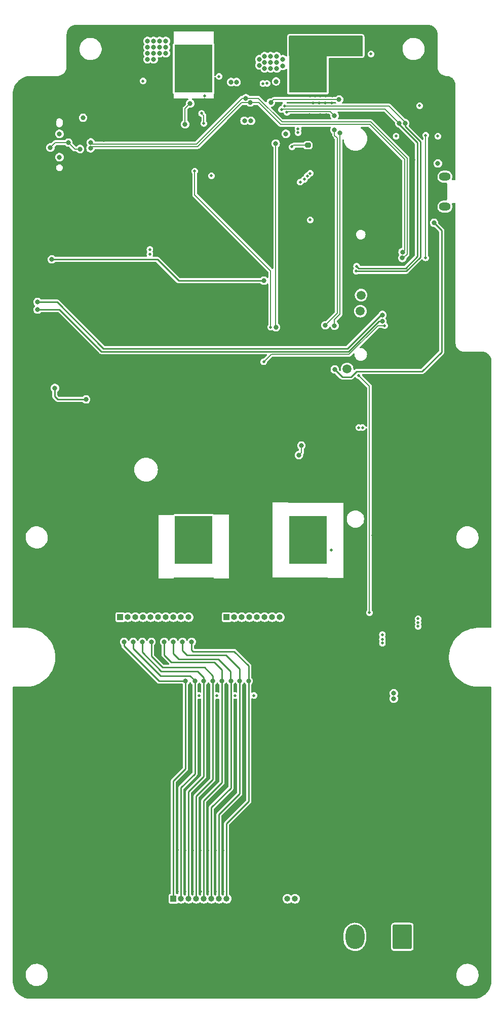
<source format=gbr>
%TF.GenerationSoftware,KiCad,Pcbnew,7.0.10*%
%TF.CreationDate,2024-03-08T14:55:51+08:00*%
%TF.ProjectId,solar_board,736f6c61-725f-4626-9f61-72642e6b6963,rev?*%
%TF.SameCoordinates,Original*%
%TF.FileFunction,Copper,L4,Bot*%
%TF.FilePolarity,Positive*%
%FSLAX46Y46*%
G04 Gerber Fmt 4.6, Leading zero omitted, Abs format (unit mm)*
G04 Created by KiCad (PCBNEW 7.0.10) date 2024-03-08 14:55:51*
%MOMM*%
%LPD*%
G01*
G04 APERTURE LIST*
G04 Aperture macros list*
%AMRoundRect*
0 Rectangle with rounded corners*
0 $1 Rounding radius*
0 $2 $3 $4 $5 $6 $7 $8 $9 X,Y pos of 4 corners*
0 Add a 4 corners polygon primitive as box body*
4,1,4,$2,$3,$4,$5,$6,$7,$8,$9,$2,$3,0*
0 Add four circle primitives for the rounded corners*
1,1,$1+$1,$2,$3*
1,1,$1+$1,$4,$5*
1,1,$1+$1,$6,$7*
1,1,$1+$1,$8,$9*
0 Add four rect primitives between the rounded corners*
20,1,$1+$1,$2,$3,$4,$5,0*
20,1,$1+$1,$4,$5,$6,$7,0*
20,1,$1+$1,$6,$7,$8,$9,0*
20,1,$1+$1,$8,$9,$2,$3,0*%
G04 Aperture macros list end*
%TA.AperFunction,ComponentPad*%
%ADD10C,7.000000*%
%TD*%
%TA.AperFunction,ComponentPad*%
%ADD11R,1.000000X1.000000*%
%TD*%
%TA.AperFunction,ComponentPad*%
%ADD12O,1.000000X1.000000*%
%TD*%
%TA.AperFunction,ComponentPad*%
%ADD13RoundRect,0.250000X1.330000X1.800000X-1.330000X1.800000X-1.330000X-1.800000X1.330000X-1.800000X0*%
%TD*%
%TA.AperFunction,ComponentPad*%
%ADD14O,3.160000X4.100000*%
%TD*%
%TA.AperFunction,ComponentPad*%
%ADD15C,1.100000*%
%TD*%
%TA.AperFunction,SMDPad,CuDef*%
%ADD16RoundRect,0.600000X0.200000X0.000000X0.200000X0.000000X-0.200000X0.000000X-0.200000X0.000000X0*%
%TD*%
%TA.AperFunction,ComponentPad*%
%ADD17RoundRect,0.700000X0.250000X0.000000X0.250000X0.000000X-0.250000X0.000000X-0.250000X0.000000X0*%
%TD*%
%TA.AperFunction,SMDPad,CuDef*%
%ADD18C,1.500000*%
%TD*%
%TA.AperFunction,SMDPad,CuDef*%
%ADD19R,6.350000X8.000000*%
%TD*%
%TA.AperFunction,SMDPad,CuDef*%
%ADD20RoundRect,0.200000X-0.275000X0.200000X-0.275000X-0.200000X0.275000X-0.200000X0.275000X0.200000X0*%
%TD*%
%TA.AperFunction,ViaPad*%
%ADD21C,0.500000*%
%TD*%
%TA.AperFunction,ViaPad*%
%ADD22C,0.800000*%
%TD*%
%TA.AperFunction,Conductor*%
%ADD23C,0.254000*%
%TD*%
%TA.AperFunction,Conductor*%
%ADD24C,0.200000*%
%TD*%
%TA.AperFunction,Conductor*%
%ADD25C,0.500000*%
%TD*%
%TA.AperFunction,Conductor*%
%ADD26C,0.250000*%
%TD*%
%TA.AperFunction,Conductor*%
%ADD27C,3.000000*%
%TD*%
G04 APERTURE END LIST*
D10*
%TO.P,U1,80,GND*%
%TO.N,GND*%
X82489000Y-65832001D03*
%TD*%
D11*
%TO.P,J7,1,Pin_1*%
%TO.N,EXT_I2C_SCL*%
X82750000Y-119650001D03*
D12*
%TO.P,J7,2,Pin_2*%
%TO.N,EXT_I2C_SDA*%
X84020000Y-119650001D03*
%TO.P,J7,3,Pin_3*%
%TO.N,EXT_UART_TXD*%
X85290000Y-119650001D03*
%TO.P,J7,4,Pin_4*%
%TO.N,EXT_UART_RXD*%
X86560000Y-119650001D03*
%TO.P,J7,5,Pin_5*%
%TO.N,EXT_UART_CTS*%
X87830000Y-119650001D03*
%TO.P,J7,6,Pin_6*%
%TO.N,EXT_UART_RTS*%
X89100000Y-119650001D03*
%TO.P,J7,7,Pin_7*%
%TO.N,EXT_SPI_CS*%
X90370000Y-119650001D03*
%TO.P,J7,8,Pin_8*%
%TO.N,EXT_SPI_MISO*%
X91640000Y-119650001D03*
%TO.P,J7,9,Pin_9*%
%TO.N,EXT_SPI_MOSI*%
X92910000Y-119650001D03*
%TO.P,J7,10,Pin_10*%
%TO.N,EXT_SPI_SCLK*%
X94180000Y-119650001D03*
%TD*%
D11*
%TO.P,J9,1,Pin_1*%
%TO.N,GND*%
X108150000Y-166640001D03*
D12*
%TO.P,J9,2,Pin_2*%
X109420000Y-166640001D03*
%TO.P,J9,3,Pin_3*%
%TO.N,PWR_OUT*%
X110690000Y-166640001D03*
%TO.P,J9,4,Pin_4*%
X111960000Y-166640001D03*
%TD*%
D11*
%TO.P,J1,1,Pin_1*%
%TO.N,Net-(J1-Pin_1)*%
X91640000Y-166640001D03*
D12*
%TO.P,J1,2,Pin_2*%
%TO.N,Net-(J1-Pin_2)*%
X92910000Y-166640001D03*
%TO.P,J1,3,Pin_3*%
%TO.N,Net-(J1-Pin_3)*%
X94180000Y-166640001D03*
%TO.P,J1,4,Pin_4*%
%TO.N,Net-(J1-Pin_4)*%
X95450000Y-166640001D03*
%TO.P,J1,5,Pin_5*%
%TO.N,Net-(J1-Pin_5)*%
X96720000Y-166640001D03*
%TO.P,J1,6,Pin_6*%
%TO.N,Net-(J1-Pin_6)*%
X97990000Y-166640001D03*
%TO.P,J1,7,Pin_7*%
%TO.N,Net-(J1-Pin_7)*%
X99260000Y-166640001D03*
%TO.P,J1,8,Pin_8*%
%TO.N,Net-(J1-Pin_8)*%
X100530000Y-166640001D03*
%TD*%
D13*
%TO.P,J4,1,Pin_1*%
%TO.N,PWR_IN*%
X129890000Y-172990001D03*
D14*
%TO.P,J4,2,Pin_2*%
%TO.N,GND*%
X125930000Y-172990001D03*
%TO.P,J4,3,Pin_3*%
%TO.N,PWR_OUT*%
X121970000Y-172990001D03*
%TO.P,J4,4,Pin_4*%
%TO.N,GND*%
X118010000Y-172990001D03*
%TD*%
D15*
%TO.P,J2,S1,SHIELD*%
%TO.N,GND*%
X70440000Y-43310001D03*
X74740000Y-43310001D03*
X70440000Y-38510001D03*
X74740000Y-38510001D03*
%TD*%
D11*
%TO.P,J8,1,Pin_1*%
%TO.N,EXT_A7*%
X100530000Y-119650001D03*
D12*
%TO.P,J8,2,Pin_2*%
%TO.N,EXT_A6*%
X101800000Y-119650001D03*
%TO.P,J8,3,Pin_3*%
%TO.N,EXT_A5*%
X103070000Y-119650001D03*
%TO.P,J8,4,Pin_4*%
%TO.N,EXT_A4*%
X104340000Y-119650001D03*
%TO.P,J8,5,Pin_5*%
%TO.N,EXT_A3*%
X105610000Y-119650001D03*
%TO.P,J8,6,Pin_6*%
%TO.N,EXT_A2*%
X106880000Y-119650001D03*
%TO.P,J8,7,Pin_7*%
%TO.N,EXT_A1*%
X108150000Y-119650001D03*
%TO.P,J8,8,Pin_8*%
%TO.N,EXT_A0*%
X109420000Y-119650001D03*
%TD*%
D16*
%TO.P,U11,BP1*%
%TO.N,N/C*%
X137021000Y-51157001D03*
%TO.P,U11,BP2*%
X137021000Y-46157001D03*
D17*
%TO.P,U11,TP1*%
X137021000Y-51157001D03*
%TO.P,U11,TP2*%
X137021000Y-46157001D03*
%TD*%
D18*
%TO.P,TP10,1,1*%
%TO.N,Net-(U1A-MODEM_VBUS)*%
X120660000Y-78250001D03*
%TD*%
D19*
%TO.P,U10,1,POSITIVE_1*%
%TO.N,POSITIVE_1*%
X114119000Y-106777001D03*
%TO.P,U10,2,NEGATIVE_1*%
%TO.N,NEGATIVE_1*%
X114119000Y-28117001D03*
%TO.P,U10,3,POSITIVE_2*%
%TO.N,POSITIVE_1*%
X95009000Y-28117001D03*
%TO.P,U10,4,NEGATIVE_2*%
%TO.N,NEGATIVE_2*%
X95009000Y-106777001D03*
%TD*%
D18*
%TO.P,TP3,1,1*%
%TO.N,Net-(U1A-MODEM_USB_P)*%
X123009000Y-65929001D03*
%TD*%
%TO.P,TP4,1,1*%
%TO.N,Net-(U1A-MODEM_USB_N)*%
X122882000Y-68596001D03*
%TD*%
D20*
%TO.P,TH1,1*%
%TO.N,Net-(R9-Pad2)*%
X114110000Y-40905001D03*
%TO.P,TH1,2*%
%TO.N,GND*%
X114110000Y-42555001D03*
%TD*%
D21*
%TO.N,GND*%
X95602400Y-94504001D03*
X97583600Y-94504001D03*
X96669200Y-46942401D03*
X96669200Y-45142401D03*
X96669200Y-46142401D03*
X96669200Y-44342401D03*
X102460400Y-45054401D03*
X115980000Y-84840001D03*
X81180000Y-98140001D03*
X98650400Y-165471601D03*
X125676000Y-139208001D03*
X84580000Y-73840001D03*
X122980000Y-116540001D03*
X110480000Y-72840001D03*
X77180000Y-99540001D03*
X97431200Y-139462001D03*
X95704000Y-179848001D03*
X92249600Y-158512001D03*
X126580000Y-65140001D03*
X116280000Y-54940001D03*
X86052000Y-174768001D03*
X134980000Y-62940001D03*
X91980000Y-131640001D03*
X107580000Y-60440001D03*
X105680000Y-48440001D03*
X123680000Y-62840001D03*
X84480000Y-110640001D03*
X127180000Y-62840001D03*
X136980000Y-35540001D03*
X109521600Y-89982801D03*
X128780000Y-26940001D03*
X99133000Y-42180001D03*
X99080000Y-43740001D03*
X99133000Y-34306001D03*
X81747487Y-25523918D03*
D22*
X116910000Y-166560001D03*
D21*
X123680000Y-64540001D03*
X87576000Y-170196001D03*
X102460400Y-40554401D03*
X109380000Y-84040001D03*
X94434000Y-133975601D03*
X77880000Y-82740001D03*
X101201922Y-116096030D03*
X123644000Y-54372001D03*
X93280000Y-42840001D03*
X111180000Y-60540001D03*
X119580000Y-153940001D03*
X96847000Y-33290001D03*
X73390000Y-56747001D03*
X122080000Y-60240001D03*
X125380000Y-29840001D03*
X110180000Y-95040001D03*
X103476400Y-133874001D03*
X98244000Y-120539001D03*
X106280000Y-48440001D03*
X126680000Y-57340001D03*
X108508819Y-123377327D03*
X96110400Y-158562801D03*
X134312000Y-112284001D03*
X128380000Y-42540001D03*
X118180000Y-40440001D03*
D22*
X80170000Y-43120001D03*
D21*
X81480000Y-114140001D03*
X107138696Y-124627264D03*
X88980000Y-114640001D03*
X103480000Y-113840001D03*
X137480000Y-69340001D03*
X115770000Y-118786401D03*
X111369251Y-119651554D03*
X91843200Y-21301201D03*
X96720000Y-42815001D03*
X102460400Y-44054401D03*
X81880000Y-72640001D03*
X127980000Y-102040001D03*
X102487876Y-48991781D03*
X100428400Y-133823201D03*
X123517000Y-70247001D03*
X92980000Y-98240001D03*
X108280000Y-72740001D03*
X131880000Y-33240001D03*
X125676000Y-135144001D03*
X118180000Y-42140001D03*
X109521600Y-88916001D03*
X93773600Y-146066001D03*
X73080000Y-92040001D03*
X81780000Y-83440001D03*
X76527000Y-63262001D03*
X128680000Y-44540001D03*
X117180000Y-35840001D03*
X100322351Y-97709406D03*
X112180000Y-116540001D03*
X120980000Y-36040001D03*
X94434000Y-131080001D03*
X81180000Y-101240001D03*
X126680000Y-58740001D03*
X128880000Y-91240001D03*
X136980000Y-34240001D03*
X105610000Y-39640001D03*
X135680000Y-33140001D03*
X93280000Y-43540001D03*
X100680000Y-100240001D03*
X128580000Y-52540001D03*
X111080000Y-48440001D03*
X125676000Y-150892001D03*
X123980000Y-67140001D03*
X106880000Y-162576001D03*
X137480000Y-72740001D03*
X93519600Y-165420801D03*
X116580000Y-72040001D03*
X128080000Y-62840001D03*
X123880000Y-36040001D03*
X106880000Y-110340001D03*
X97583600Y-98140001D03*
X82115000Y-28908001D03*
X77080000Y-105140001D03*
X89680000Y-97740001D03*
X101927000Y-131207001D03*
X123644000Y-86884001D03*
X113280000Y-70940001D03*
X104975000Y-39640001D03*
D22*
X135074000Y-49927001D03*
X80080000Y-38710001D03*
D21*
X66038948Y-75877714D03*
X115380000Y-48540001D03*
X116280000Y-51740001D03*
X92300400Y-165471601D03*
X116980000Y-33840001D03*
X84080000Y-21540001D03*
X110994800Y-52187601D03*
X73280000Y-109740001D03*
X65680000Y-40940001D03*
X84380000Y-43140001D03*
X77680000Y-61040001D03*
X76880000Y-92940001D03*
X126680000Y-60440001D03*
X102180000Y-77040001D03*
X111134500Y-85042501D03*
X105780000Y-130440001D03*
X89100000Y-143780001D03*
X119580000Y-148860001D03*
X123080000Y-46840001D03*
X126580000Y-66440001D03*
X114380000Y-35840001D03*
X84580000Y-99140001D03*
X100580000Y-99540001D03*
X99080000Y-44940001D03*
X97482000Y-133823201D03*
X100480000Y-98340001D03*
X128367515Y-97320367D03*
X106880000Y-139843001D03*
X103476400Y-139462001D03*
X136780000Y-88740001D03*
X65444026Y-65872209D03*
X121280000Y-85540001D03*
X128680000Y-81040001D03*
X98650400Y-158562801D03*
X116024000Y-134128001D03*
X65281775Y-94536627D03*
X101580000Y-59040001D03*
X99006000Y-131080001D03*
X98980000Y-47640001D03*
X89680000Y-98990004D03*
X88180000Y-108040001D03*
X120480000Y-46940001D03*
X116024000Y-149876001D03*
X107980000Y-48440001D03*
X133980000Y-62140001D03*
X65580000Y-48840001D03*
X130756000Y-146828001D03*
X88999381Y-58068820D03*
X95380000Y-116540001D03*
X82380000Y-23240001D03*
X99920400Y-165471601D03*
X94789600Y-165471601D03*
X122380000Y-85540001D03*
X102054000Y-133823201D03*
X89680000Y-101140001D03*
X76870944Y-114850121D03*
X115980000Y-33840001D03*
X84580000Y-100440001D03*
D22*
X137487000Y-44466001D03*
D21*
X130756000Y-129556001D03*
X106380000Y-111040001D03*
X92980000Y-97640001D03*
X125676000Y-144796001D03*
X120680000Y-62640001D03*
X106380000Y-57540001D03*
X134580000Y-108640001D03*
X88501953Y-21221250D03*
X104880000Y-89840001D03*
X106880000Y-105172001D03*
X101952400Y-139462001D03*
X99133000Y-40529001D03*
X92680000Y-72740001D03*
X106580000Y-67540001D03*
X84380000Y-37540001D03*
X121880000Y-97540001D03*
X120480000Y-47740001D03*
X94434000Y-139462001D03*
X120480000Y-44240001D03*
X102917600Y-150180801D03*
X110680000Y-54640001D03*
X91580000Y-96940001D03*
X109380000Y-94240001D03*
X95480000Y-100240001D03*
X134312000Y-117872001D03*
D22*
X130400000Y-167120001D03*
D21*
X99080000Y-50140001D03*
X120596000Y-126000001D03*
X99133000Y-35576001D03*
X91080000Y-101540001D03*
D22*
X135709000Y-162703001D03*
D21*
X130756000Y-156480001D03*
X122628000Y-86884001D03*
X112780000Y-85240001D03*
X72780000Y-100640001D03*
X130756000Y-141240001D03*
X97680000Y-114040001D03*
X123932856Y-30066958D03*
X92180000Y-61240001D03*
X88780000Y-76740001D03*
X115516000Y-158512001D03*
X105610000Y-38685001D03*
X126680000Y-59440001D03*
X125787575Y-94532425D03*
X123080000Y-47540001D03*
X126480000Y-89640001D03*
D22*
X80050000Y-37430001D03*
D21*
X125980000Y-46940001D03*
X77880000Y-76640001D03*
X119580000Y-142764001D03*
X93280000Y-46140001D03*
X107280000Y-48440001D03*
X116480000Y-62640001D03*
X124980000Y-106040001D03*
X104180000Y-52140001D03*
X117780000Y-60540001D03*
X95226000Y-37262832D03*
X137480000Y-76440001D03*
X123080000Y-44440001D03*
X123080000Y-43540001D03*
X113480000Y-67540001D03*
X123580000Y-85440001D03*
X106980000Y-29340001D03*
X105680000Y-128040001D03*
X130756000Y-151908001D03*
X99780000Y-117640001D03*
X126580000Y-67240001D03*
X82115000Y-29734001D03*
X84580000Y-97040001D03*
X105356000Y-175276001D03*
X129580000Y-40940001D03*
X117344800Y-21301201D03*
X129480000Y-48740001D03*
X97480000Y-100240001D03*
X125780000Y-92240001D03*
D22*
X80000000Y-36270001D03*
D21*
X126692000Y-67961001D03*
X96680000Y-48640001D03*
X102181000Y-39640001D03*
X116080000Y-116540001D03*
X102460400Y-46954401D03*
X106880000Y-99076001D03*
X113280000Y-60540001D03*
X115280000Y-32640001D03*
X130480000Y-62840001D03*
X85970688Y-54847829D03*
X133804000Y-123460001D03*
X92480000Y-100540001D03*
X123780000Y-33240001D03*
X99869600Y-158562801D03*
X65580000Y-58040001D03*
X136780000Y-91940001D03*
X125676000Y-157496001D03*
X125980000Y-44140001D03*
X115980000Y-83440001D03*
X109280000Y-29240001D03*
X84380000Y-39340001D03*
X131180000Y-112040001D03*
X96008800Y-139462001D03*
X105780000Y-125740001D03*
X126080000Y-36040001D03*
X137180000Y-37240001D03*
X110580000Y-67540001D03*
X124355200Y-21250401D03*
X136780000Y-78440001D03*
X82115000Y-28083001D03*
X110480000Y-62740001D03*
X101901600Y-71491601D03*
X80980000Y-61140001D03*
X115480000Y-96840001D03*
D22*
X130350000Y-165630001D03*
D21*
X86458400Y-68494401D03*
X65580000Y-34440001D03*
D22*
X140599169Y-166194832D03*
D21*
X130304842Y-41628952D03*
X93629093Y-98274382D03*
X136780000Y-85040001D03*
X123080000Y-45340001D03*
X91480000Y-84240001D03*
X89680000Y-98340001D03*
X84480000Y-59240001D03*
X116680000Y-96740001D03*
X101292000Y-179848001D03*
X125980000Y-33240001D03*
X78780000Y-32040001D03*
X118180000Y-41240001D03*
X90280000Y-82140001D03*
X90880000Y-96940001D03*
X65227691Y-102324695D03*
X89680000Y-100440001D03*
X93570400Y-158562801D03*
X95958000Y-131080001D03*
X99079020Y-36223758D03*
X135880000Y-106640001D03*
X115000000Y-33840001D03*
X99133000Y-34941001D03*
X122080000Y-58840001D03*
X85880000Y-86240001D03*
X81180000Y-104040001D03*
X102460400Y-41454401D03*
X91780000Y-101540001D03*
X112112400Y-85106001D03*
X118180000Y-39640001D03*
D22*
X78051000Y-39067001D03*
D21*
X95230000Y-36640001D03*
X127880000Y-77840001D03*
X125380000Y-41340001D03*
X96262800Y-94504001D03*
X129580000Y-113740001D03*
X105780000Y-71340001D03*
X86480000Y-106240001D03*
X126680000Y-56640001D03*
X117563333Y-73178424D03*
X126680000Y-58040001D03*
X117880000Y-62640001D03*
X106380000Y-54640001D03*
X127080000Y-53940001D03*
X94780000Y-100240001D03*
X130756000Y-135652001D03*
X105180000Y-29740001D03*
X95577000Y-119269001D03*
X89938570Y-64664503D03*
X119580000Y-158512001D03*
X99133000Y-41418001D03*
X119580000Y-133620001D03*
X102460400Y-45954401D03*
X91680000Y-88540001D03*
X136780000Y-98440001D03*
X132180000Y-62940001D03*
X97482000Y-131080001D03*
X114080000Y-72940001D03*
X126280000Y-86540001D03*
X97380400Y-158562801D03*
X76680000Y-88040001D03*
X83405401Y-28108001D03*
X121053200Y-21250401D03*
X102280000Y-83940001D03*
D22*
X116880000Y-168080001D03*
X80030000Y-39920001D03*
D21*
X96161200Y-165471601D03*
X92180000Y-96940001D03*
X136780000Y-101840001D03*
X100592689Y-22182740D03*
X105780000Y-74040001D03*
X107680000Y-109640001D03*
X100580000Y-98940001D03*
X133180000Y-64240001D03*
X89680000Y-99640001D03*
X113080000Y-48440001D03*
X84580000Y-94240001D03*
X77280000Y-81040001D03*
X116180000Y-35840001D03*
X120380000Y-85540001D03*
X136780000Y-95140001D03*
X100403000Y-131080001D03*
X89100000Y-140351001D03*
X114754000Y-21301201D03*
X101749200Y-21250401D03*
X93080000Y-100240001D03*
X92380000Y-91640001D03*
D22*
X74685500Y-46307501D03*
D21*
X120480000Y-45240001D03*
X116480000Y-94840001D03*
D22*
X126565000Y-168037001D03*
D21*
X117680000Y-67540001D03*
X102431200Y-48288801D03*
X103780000Y-31940001D03*
X106880000Y-102124001D03*
X106880000Y-147844001D03*
X120480000Y-43540001D03*
X83385000Y-29734001D03*
X118080000Y-33840001D03*
X89100000Y-162068001D03*
X128780000Y-33240001D03*
X136780000Y-81340001D03*
X77480000Y-33940001D03*
X84380000Y-50940001D03*
X98955200Y-139462001D03*
X84380000Y-45640001D03*
X110232800Y-85106001D03*
X129480000Y-51440001D03*
X84880000Y-80440001D03*
X121380000Y-33240001D03*
X123644000Y-51832001D03*
X99666400Y-148453601D03*
X96847000Y-33925001D03*
X126480000Y-51940001D03*
X74156680Y-34972079D03*
X81180000Y-87840001D03*
X126580000Y-74140001D03*
X84380000Y-53140001D03*
X121380000Y-54321201D03*
X122680000Y-107840001D03*
X93280000Y-45340001D03*
X102460400Y-42254401D03*
X107280000Y-52240001D03*
X122080000Y-57240001D03*
X121380000Y-52240001D03*
D22*
X126697909Y-167049338D03*
D21*
X89280000Y-131440001D03*
X115280000Y-94840001D03*
X128380000Y-24740001D03*
X121380000Y-55640001D03*
X122831200Y-21250401D03*
X73180000Y-85740001D03*
X91080000Y-59840001D03*
X95230000Y-37900001D03*
X100280000Y-100740001D03*
X103780000Y-29740001D03*
X126480000Y-80140001D03*
X89608000Y-179848001D03*
X118180000Y-32640001D03*
X116280000Y-56540001D03*
X123680000Y-58440001D03*
X123080000Y-48540001D03*
X89100000Y-149368001D03*
X102596082Y-114773981D03*
X126580000Y-73240001D03*
X109480000Y-48440001D03*
X85080000Y-104740001D03*
X99180000Y-119340001D03*
X89100000Y-157496001D03*
X114980000Y-54740001D03*
X95580000Y-120539001D03*
X117080000Y-32640001D03*
X96321394Y-98161365D03*
X82750000Y-29734001D03*
X123644000Y-122444001D03*
X112468000Y-21250401D03*
X106245000Y-39640001D03*
X107980000Y-93040001D03*
X127780000Y-50440001D03*
X131264000Y-126000001D03*
X94280000Y-114140001D03*
X116280000Y-49040001D03*
X102460400Y-47654401D03*
X89676488Y-97181406D03*
X93980000Y-100240001D03*
X80980000Y-59240001D03*
D22*
X126780000Y-165630001D03*
D21*
X86180000Y-129440001D03*
X119427600Y-21301201D03*
X116280000Y-50240001D03*
X109318400Y-85106001D03*
X131830000Y-43323001D03*
X136680000Y-105140001D03*
X114280000Y-94840001D03*
X81780000Y-76640001D03*
X102181000Y-38878001D03*
X125777600Y-21250401D03*
X122480000Y-62840001D03*
X128780000Y-47640001D03*
X105880000Y-62740001D03*
X84380000Y-34940001D03*
X105180000Y-31940001D03*
X109521600Y-91354401D03*
X128980000Y-62840001D03*
X119580000Y-138700001D03*
X80880000Y-30140001D03*
X94840400Y-158562801D03*
X77680000Y-59240001D03*
X79680000Y-118740001D03*
X117680000Y-36340001D03*
X90380000Y-101540001D03*
X106880000Y-156480001D03*
X103832000Y-21250401D03*
X100479200Y-139462001D03*
X102460400Y-43254401D03*
X110180000Y-48440001D03*
X114480000Y-32640001D03*
X96720000Y-147183601D03*
X84380000Y-48340001D03*
X111273102Y-118209319D03*
X96780000Y-100240001D03*
X99514000Y-21352001D03*
X90780000Y-67540001D03*
X94780000Y-98240001D03*
X96180000Y-100240001D03*
X120980000Y-29940001D03*
X103680000Y-88440001D03*
X137480000Y-66040001D03*
X123380000Y-96240001D03*
X105580000Y-76240001D03*
D22*
X130375000Y-168164001D03*
D21*
X97380400Y-165471601D03*
D22*
X80230000Y-41960001D03*
D21*
X103832000Y-169688001D03*
X84480000Y-61140001D03*
X67120624Y-85071961D03*
X76080000Y-82440001D03*
X82180000Y-107540001D03*
X106380000Y-84140001D03*
X110335650Y-122055278D03*
X128880000Y-29540001D03*
X93280000Y-44340001D03*
X99006000Y-133874001D03*
X82750000Y-28083001D03*
D22*
X117900000Y-166690001D03*
D21*
X99133000Y-39640001D03*
X99133000Y-38878001D03*
X92480000Y-101240001D03*
X98980000Y-46240001D03*
X123680000Y-60540001D03*
X116180000Y-32640001D03*
X79680000Y-78640001D03*
X103451000Y-131207001D03*
X75516221Y-79086852D03*
X92910000Y-131080001D03*
X96847000Y-32655001D03*
X106372000Y-107712001D03*
X120480000Y-48640001D03*
X102968400Y-21250401D03*
X90280000Y-96940001D03*
X116024000Y-142764001D03*
X95958000Y-133975601D03*
X122255284Y-91427816D03*
X96338096Y-21197213D03*
X93280000Y-42240001D03*
D22*
X114881000Y-39132001D03*
D21*
X128780000Y-85440001D03*
X106580000Y-91640001D03*
X96923200Y-98161601D03*
X92980000Y-96940001D03*
D22*
%TO.N,Net-(D8-K)*%
X128470000Y-133239001D03*
X101292000Y-30369001D03*
X102181000Y-30369001D03*
X128470000Y-132350001D03*
D21*
%TO.N,VSYS*%
X132534000Y-119904001D03*
X112840000Y-47060001D03*
X96339000Y-35576001D03*
X122628000Y-88027001D03*
X123251000Y-88015001D03*
X132534000Y-121174001D03*
X114020000Y-46030001D03*
X132534000Y-120539001D03*
X114500000Y-45609001D03*
X113520000Y-46580001D03*
X96720000Y-37262832D03*
D22*
%TO.N,/power management/VREF*%
X108785000Y-30270001D03*
X110436000Y-39005001D03*
D21*
%TO.N,GNDA*%
X112468000Y-38800001D03*
X112470000Y-38210001D03*
X106600000Y-30630001D03*
X107286400Y-30597601D03*
%TO.N,+3.3V*%
X95958000Y-132731001D03*
X128851000Y-39386001D03*
X101927000Y-132731001D03*
X135836000Y-39386001D03*
D22*
X135836000Y-43958001D03*
D21*
X98879000Y-132731001D03*
X114500000Y-53356001D03*
X132788000Y-34306001D03*
X97990000Y-45990001D03*
X99260000Y-29429201D03*
X87703000Y-59071001D03*
X118056000Y-108474001D03*
X105102000Y-132731001D03*
X87703000Y-58309001D03*
D22*
%TO.N,PMID*%
X103512000Y-36821001D03*
D21*
X126565000Y-123968001D03*
X126565000Y-122571001D03*
X126565000Y-123968001D03*
X126565000Y-123333001D03*
D22*
X104594000Y-36846001D03*
%TO.N,VUSB*%
X76527000Y-36338001D03*
X72590000Y-39005001D03*
X72590000Y-42900001D03*
%TO.N,~{RESET}*%
X71320000Y-59960001D03*
X106753000Y-63516001D03*
%TO.N,D-*%
X129900000Y-59720001D03*
X103750930Y-33082004D03*
X77826000Y-40435001D03*
%TO.N,D+*%
X129936121Y-58720651D03*
X76019000Y-41545001D03*
X77777882Y-41433845D03*
X71066000Y-41291001D03*
X104467000Y-33782004D03*
X74081964Y-40460087D03*
%TO.N,Net-(U8-RXD{slash}SPI_MOSI)*%
X113020429Y-91018479D03*
X112620000Y-92602066D03*
%TO.N,Net-(J6-SWDIO{slash}TMS)*%
X126565000Y-70247001D03*
X68907000Y-68342001D03*
%TO.N,Net-(J6-SWCLK{slash}TCK)*%
X126565000Y-69231001D03*
X68907000Y-67072001D03*
D21*
%TO.N,PWR_VOUT_CTL*%
X122600000Y-79340001D03*
X124406000Y-118888001D03*
%TO.N,DCDC_MODE*%
X107896000Y-71263001D03*
D22*
X94434000Y-33925001D03*
D21*
X95196000Y-45228001D03*
D22*
X93587168Y-37398246D03*
D21*
X106720000Y-77040001D03*
X126946000Y-71009001D03*
%TO.N,Net-(R9-Pad2)*%
X111452000Y-41164001D03*
%TO.N,EXT_I2C_SDA*%
X122183500Y-61928501D03*
X110250000Y-34330001D03*
D22*
X130375000Y-37227001D03*
%TO.N,EXT_I2C_SCL*%
X129359000Y-37227001D03*
D21*
X122247000Y-61103001D03*
X109686650Y-34950001D03*
D22*
%TO.N,Net-(SW1-A)*%
X77035000Y-83328001D03*
X71828000Y-81423001D03*
%TO.N,Net-(U1A-MODEM_USB_P)*%
X123009000Y-65929001D03*
%TO.N,Net-(U1A-MODEM_USB_N)*%
X122882000Y-68596001D03*
%TO.N,Net-(U1A-D7)*%
X135201000Y-53864001D03*
X118600000Y-78310001D03*
%TO.N,Net-(U1A-MODEM_VBUS)*%
X120720000Y-78240001D03*
D21*
%TO.N,ACCEL_INT*%
X133792000Y-59694001D03*
X133792000Y-39247001D03*
D22*
%TO.N,PMIC_OTG*%
X119453000Y-38878001D03*
X119326000Y-33290001D03*
X107914975Y-33779026D03*
X118564000Y-71009001D03*
%TO.N,PMIC_INT*%
X108733932Y-40636570D03*
X108785000Y-71263001D03*
D21*
%TO.N,~{PMIC_CE}*%
X110600000Y-35430001D03*
D22*
X118564000Y-38370001D03*
X117040000Y-70947001D03*
X118564000Y-35957001D03*
%TO.N,NEGATIVE_2*%
X94942000Y-108474001D03*
X94942000Y-106950001D03*
X90370000Y-25543001D03*
X96466000Y-104156001D03*
X93545000Y-104156001D03*
D21*
X86560000Y-30200001D03*
D22*
X87322000Y-24527001D03*
X88338000Y-24527001D03*
X97609000Y-105426001D03*
X88338000Y-25543001D03*
X92402000Y-109744001D03*
X93545000Y-109744001D03*
X97609000Y-109744001D03*
X94942000Y-104156001D03*
X90370000Y-24527001D03*
X96466000Y-105426001D03*
X89354000Y-24527001D03*
X92402000Y-106950001D03*
X93545000Y-106950001D03*
X88338000Y-23511001D03*
X97609000Y-106950001D03*
X89354000Y-23511001D03*
X93545000Y-108474001D03*
X94942000Y-109744001D03*
X97609000Y-104156001D03*
X96466000Y-109744001D03*
X96466000Y-108474001D03*
X87322000Y-25543001D03*
X89354000Y-25543001D03*
X97609000Y-108474001D03*
X87322000Y-26559001D03*
X92402000Y-104156001D03*
X87322000Y-23511001D03*
X90370000Y-23511001D03*
X94942000Y-105426001D03*
X96466000Y-106950001D03*
X92402000Y-108474001D03*
X93545000Y-105426001D03*
X88338000Y-26559001D03*
X92402000Y-105426001D03*
D21*
%TO.N,NEGATIVE_1*%
X118945000Y-24908001D03*
X116659000Y-30750001D03*
X121485000Y-24146001D03*
X120880006Y-24908001D03*
X120230003Y-24908001D03*
X122755000Y-24908001D03*
X119580000Y-24146001D03*
X116024000Y-31512001D03*
X115389000Y-30750001D03*
X122135003Y-24908001D03*
X115389000Y-31512001D03*
X116024000Y-30750001D03*
X116659000Y-31512001D03*
X121485000Y-24908001D03*
X122755000Y-24146001D03*
X120850000Y-24146001D03*
X120215000Y-24146001D03*
X118945000Y-24146001D03*
X122135003Y-24146001D03*
X119580000Y-24908001D03*
%TO.N,POSITIVE_1*%
X93799000Y-26051001D03*
D22*
X106880000Y-27067001D03*
X116659000Y-105426001D03*
X114119000Y-105426001D03*
D21*
X92783000Y-26940001D03*
D22*
X112849000Y-106823001D03*
D21*
X96339000Y-26051001D03*
D22*
X107896000Y-28083001D03*
D21*
X93799000Y-26940001D03*
D22*
X112722000Y-103775001D03*
X106880000Y-26051001D03*
D21*
X124660000Y-25670001D03*
X97355000Y-26051001D03*
D22*
X109928000Y-27702001D03*
D21*
X96339000Y-25289001D03*
X95577000Y-24527001D03*
D22*
X111452000Y-108220001D03*
D21*
X95577000Y-26051001D03*
D22*
X116659000Y-103775001D03*
X106880000Y-28083001D03*
X115516000Y-108347001D03*
X111452000Y-103775001D03*
X105991000Y-27575001D03*
X108912000Y-28083001D03*
X108912000Y-27067001D03*
X111452000Y-106823001D03*
D21*
X94688000Y-26940001D03*
X95450000Y-26940001D03*
D22*
X114119000Y-103775001D03*
D21*
X93799000Y-25289001D03*
X92783000Y-24527001D03*
D22*
X116659000Y-106950001D03*
X114119000Y-106823001D03*
D21*
X94688000Y-25289001D03*
D22*
X107896000Y-27067001D03*
X115516000Y-106950001D03*
X112722000Y-108220001D03*
X114119000Y-108220001D03*
X115516000Y-105426001D03*
X111452000Y-105426001D03*
D21*
X96339000Y-26940001D03*
X94688000Y-26051001D03*
X96339000Y-24527001D03*
D22*
X105991000Y-26559001D03*
D21*
X94688000Y-24527001D03*
X97355000Y-24527001D03*
D22*
X107896000Y-26051001D03*
D21*
X92783000Y-26051001D03*
D22*
X108912000Y-26051001D03*
D21*
X97355000Y-26940001D03*
X95577000Y-25289001D03*
D22*
X109928000Y-26559001D03*
D21*
X93799000Y-24527001D03*
X97355000Y-25289001D03*
X92783000Y-25289001D03*
D22*
X116659000Y-108347001D03*
X112722000Y-105426001D03*
X115516000Y-103775001D03*
%TO.N,Net-(J1-Pin_1)*%
X83385000Y-123778001D03*
X93672000Y-130318001D03*
%TO.N,Net-(J1-Pin_2)*%
X95220000Y-130304001D03*
X84909000Y-123778001D03*
%TO.N,Net-(J1-Pin_3)*%
X96720000Y-130318001D03*
X86433000Y-123776001D03*
%TO.N,Net-(J1-Pin_4)*%
X87957000Y-123778001D03*
X98244000Y-130318001D03*
%TO.N,Net-(J1-Pin_5)*%
X99720000Y-130304001D03*
X90116000Y-123778001D03*
%TO.N,Net-(J1-Pin_6)*%
X91640000Y-123778001D03*
X101220000Y-130304001D03*
%TO.N,Net-(J1-Pin_7)*%
X102720000Y-130304001D03*
X93164000Y-123778001D03*
%TO.N,Net-(J1-Pin_8)*%
X104220000Y-130304001D03*
X94688000Y-123778001D03*
%TD*%
D23*
%TO.N,EXT_I2C_SDA*%
X130375000Y-37785801D02*
X130375000Y-37227001D01*
X132915000Y-40325801D02*
X130375000Y-37785801D01*
X132915000Y-59586053D02*
X132915000Y-40325801D01*
X130572552Y-61928501D02*
X132915000Y-59586053D01*
X122183500Y-61928501D02*
X130572552Y-61928501D01*
%TO.N,EXT_I2C_SCL*%
X130429000Y-61430001D02*
X132407000Y-59452001D01*
X132407000Y-59452001D02*
X132407000Y-40478201D01*
X122574000Y-61430001D02*
X130429000Y-61430001D01*
X132407000Y-40478201D02*
X129359000Y-37430201D01*
X122247000Y-61103001D02*
X122574000Y-61430001D01*
X129359000Y-37430201D02*
X129359000Y-37227001D01*
D24*
%TO.N,Net-(U8-RXD{slash}SPI_MOSI)*%
X113020429Y-90738430D02*
X113020429Y-91018479D01*
X113020429Y-91018479D02*
X113020429Y-92201637D01*
X113020429Y-92201637D02*
X112620000Y-92602066D01*
%TO.N,GND*%
X113420000Y-41989001D02*
X114056000Y-41989001D01*
X124373000Y-70247001D02*
X126659000Y-67961001D01*
X74431500Y-46307501D02*
X69923000Y-50816001D01*
X115055000Y-42555001D02*
X114110000Y-42555001D01*
X100911000Y-39513001D02*
X101038000Y-39640001D01*
X74685500Y-46307501D02*
X74431500Y-46307501D01*
D25*
X106245000Y-39640001D02*
X104340000Y-39640001D01*
D24*
X68907000Y-62246001D02*
X69923000Y-63262001D01*
X104655000Y-39640001D02*
X105610000Y-38685001D01*
X69923000Y-56785001D02*
X69796000Y-56785001D01*
X126659000Y-67961001D02*
X126692000Y-67961001D01*
X115790000Y-40220001D02*
X115790000Y-41820001D01*
X69796000Y-56785001D02*
X68907000Y-57674001D01*
X100911000Y-37608001D02*
X100911000Y-39513001D01*
X69923000Y-63262001D02*
X76527000Y-63262001D01*
X73390000Y-56747001D02*
X73352000Y-56785001D01*
X123517000Y-70247001D02*
X124373000Y-70247001D01*
X101038000Y-39640001D02*
X104655000Y-39640001D01*
X114881000Y-39132001D02*
X114881000Y-39311001D01*
X69923000Y-50816001D02*
X69923000Y-56785001D01*
X114881000Y-39311001D02*
X115790000Y-40220001D01*
X68907000Y-57674001D02*
X68907000Y-62246001D01*
X73352000Y-56785001D02*
X69923000Y-56785001D01*
X115790000Y-41820001D02*
X115055000Y-42555001D01*
%TO.N,VSYS*%
X96720000Y-37262832D02*
X96720000Y-35957001D01*
X96720000Y-35957001D02*
X96339000Y-35576001D01*
D23*
%TO.N,~{RESET}*%
X92516000Y-63516001D02*
X88960000Y-59960001D01*
X106753000Y-63516001D02*
X92516000Y-63516001D01*
X88960000Y-59960001D02*
X71320000Y-59960001D01*
D24*
%TO.N,D-*%
X129900000Y-59720001D02*
X130048686Y-59720001D01*
X109767200Y-37002001D02*
X105847203Y-33082004D01*
X130680000Y-43055801D02*
X124626200Y-37002001D01*
X130680000Y-59088687D02*
X130680000Y-43055801D01*
X77924000Y-40685001D02*
X77797000Y-40685001D01*
X130048686Y-59720001D02*
X130680000Y-59088687D01*
X103750930Y-33082004D02*
X103086797Y-33082004D01*
X103086797Y-33082004D02*
X95483800Y-40685001D01*
X77924000Y-40685001D02*
X77924000Y-40533001D01*
X77924000Y-40533001D02*
X77826000Y-40435001D01*
X105847203Y-33082004D02*
X103750930Y-33082004D01*
X124626200Y-37002001D02*
X109767200Y-37002001D01*
X95483800Y-40685001D02*
X77924000Y-40685001D01*
%TO.N,D+*%
X130280000Y-58376772D02*
X130280000Y-43292201D01*
X129936121Y-58720651D02*
X130280000Y-58376772D01*
X75166878Y-41545001D02*
X74081964Y-40460087D01*
X130280000Y-43292201D02*
X124439800Y-37452001D01*
X124439800Y-37452001D02*
X109580800Y-37452001D01*
X76019000Y-41545001D02*
X75166878Y-41545001D01*
X95670200Y-41135001D02*
X77797000Y-41135001D01*
X109580800Y-37452001D02*
X105910803Y-33782004D01*
X77797000Y-41414727D02*
X77777882Y-41433845D01*
X103023197Y-33782004D02*
X95670200Y-41135001D01*
X74081964Y-40460087D02*
X71896914Y-40460087D01*
X71896914Y-40460087D02*
X71066000Y-41291001D01*
X77797000Y-41135001D02*
X77797000Y-41414727D01*
X105910803Y-33782004D02*
X104467000Y-33782004D01*
X104467000Y-33782004D02*
X103023197Y-33782004D01*
D26*
%TO.N,Net-(J6-SWDIO{slash}TMS)*%
X79558000Y-75310001D02*
X72590000Y-68342001D01*
X125941960Y-70247001D02*
X120878960Y-75310001D01*
X120878960Y-75310001D02*
X79558000Y-75310001D01*
X126565000Y-70247001D02*
X125941960Y-70247001D01*
X72590000Y-68342001D02*
X68907000Y-68342001D01*
%TO.N,Net-(J6-SWCLK{slash}TCK)*%
X79957000Y-74820001D02*
X120732564Y-74820001D01*
X120732564Y-74820001D02*
X126321564Y-69231001D01*
X126321564Y-69231001D02*
X126565000Y-69231001D01*
X68907000Y-67072001D02*
X72209000Y-67072001D01*
X72209000Y-67072001D02*
X79957000Y-74820001D01*
D24*
%TO.N,PWR_VOUT_CTL*%
X124406000Y-81146001D02*
X124406000Y-118888001D01*
X122600000Y-79340001D02*
X124406000Y-81146001D01*
%TO.N,DCDC_MODE*%
X93587168Y-34771833D02*
X94434000Y-33925001D01*
X121020000Y-75770001D02*
X125781000Y-71009001D01*
X107990000Y-75770001D02*
X121020000Y-75770001D01*
X93587168Y-37398246D02*
X93587168Y-34771833D01*
X107896000Y-71263001D02*
X107896000Y-61865001D01*
X125781000Y-71009001D02*
X126946000Y-71009001D01*
X107896000Y-61865001D02*
X95196000Y-49165001D01*
X106720000Y-77040001D02*
X107990000Y-75770001D01*
X95196000Y-49165001D02*
X95196000Y-45228001D01*
%TO.N,Net-(R9-Pad2)*%
X114110000Y-40905001D02*
X111711000Y-40905001D01*
X111711000Y-40905001D02*
X111452000Y-41164001D01*
%TO.N,EXT_I2C_SDA*%
X110233878Y-34390001D02*
X127665000Y-34390001D01*
X110150947Y-34307070D02*
X110233878Y-34390001D01*
X130375000Y-37100001D02*
X130375000Y-37227001D01*
X127665000Y-34390001D02*
X130375000Y-37100001D01*
%TO.N,EXT_I2C_SCL*%
X109756650Y-34880001D02*
X127012000Y-34880001D01*
X127012000Y-34880001D02*
X129359000Y-37227001D01*
X109686650Y-34950001D02*
X109756650Y-34880001D01*
D23*
%TO.N,Net-(SW1-A)*%
X71828000Y-82820001D02*
X72336000Y-83328001D01*
X71828000Y-81423001D02*
X71828000Y-82820001D01*
X72336000Y-83328001D02*
X77035000Y-83328001D01*
D26*
%TO.N,Net-(U1A-D7)*%
X119850000Y-79560001D02*
X118600000Y-78310001D01*
X136471000Y-75409001D02*
X133210000Y-78670001D01*
X121330000Y-79560001D02*
X119850000Y-79560001D01*
X133210000Y-78670001D02*
X122220000Y-78670001D01*
X135201000Y-53864001D02*
X136471000Y-55134001D01*
X136471000Y-55134001D02*
X136471000Y-75409001D01*
X122220000Y-78670001D02*
X121330000Y-79560001D01*
D24*
%TO.N,ACCEL_INT*%
X133804000Y-59706001D02*
X133792000Y-59694001D01*
X133792000Y-39247001D02*
X133792000Y-59694001D01*
%TO.N,PMIC_OTG*%
X119326000Y-33290001D02*
X108404000Y-33290001D01*
X118564000Y-71009001D02*
X118564000Y-70016001D01*
X119453000Y-69127001D02*
X119453000Y-38878001D01*
X108404000Y-33290001D02*
X107914975Y-33779026D01*
X118564000Y-70016001D02*
X119453000Y-69127001D01*
%TO.N,PMIC_INT*%
X108733932Y-40636570D02*
X108912000Y-40814638D01*
X108785000Y-71263001D02*
X108733932Y-71211933D01*
X108733932Y-71211933D02*
X108733932Y-40636570D01*
%TO.N,~{PMIC_CE}*%
X111960000Y-35280001D02*
X110750000Y-35280001D01*
X111960000Y-35280001D02*
X111782746Y-35280001D01*
X117887000Y-35280001D02*
X111960000Y-35280001D01*
X119053000Y-39734976D02*
X118564000Y-39245976D01*
X119053000Y-68934001D02*
X119053000Y-39734976D01*
X117040000Y-70947001D02*
X119053000Y-68934001D01*
X110750000Y-35280001D02*
X110600000Y-35430001D01*
X110797254Y-35280001D02*
X110750000Y-35280001D01*
X118564000Y-35957001D02*
X117887000Y-35280001D01*
X118564000Y-39245976D02*
X118564000Y-38370001D01*
D27*
%TO.N,NEGATIVE_2*%
X95039000Y-106783001D02*
X95039000Y-106853001D01*
X95039000Y-106853001D02*
X94942000Y-106950001D01*
D25*
%TO.N,NEGATIVE_1*%
X117872000Y-24400001D02*
X114149000Y-28123001D01*
D23*
%TO.N,Net-(J1-Pin_1)*%
X91640000Y-146955001D02*
X93672000Y-144923001D01*
X93672000Y-144923001D02*
X93672000Y-130318001D01*
D26*
X83385000Y-124476001D02*
X89227000Y-130318001D01*
X83385000Y-124476001D02*
X83385000Y-123778001D01*
X89227000Y-130318001D02*
X93672000Y-130318001D01*
D23*
X91640000Y-166640001D02*
X91640000Y-146955001D01*
D26*
%TO.N,Net-(J1-Pin_2)*%
X94434000Y-129429001D02*
X95309000Y-130304001D01*
X89481000Y-129429001D02*
X94434000Y-129429001D01*
D23*
X92910000Y-148098001D02*
X95220000Y-145788001D01*
X95220000Y-145788001D02*
X95220000Y-130304001D01*
D26*
X84909000Y-124857001D02*
X89481000Y-129429001D01*
D23*
X92910000Y-166640001D02*
X92910000Y-148098001D01*
D26*
X95309000Y-130304001D02*
X95220000Y-130304001D01*
X84909000Y-124857001D02*
X84909000Y-123778001D01*
%TO.N,Net-(J1-Pin_3)*%
X89608000Y-128667001D02*
X86433000Y-125492001D01*
D23*
X96720000Y-146193001D02*
X96720000Y-130318001D01*
X94180000Y-166640001D02*
X94180000Y-148733001D01*
D26*
X96720000Y-130318001D02*
X96720000Y-129683001D01*
X96720000Y-129683001D02*
X95704000Y-128667001D01*
X86433000Y-125492001D02*
X86433000Y-123776001D01*
D23*
X94180000Y-148733001D02*
X96720000Y-146193001D01*
D26*
X95704000Y-128667001D02*
X89608000Y-128667001D01*
D23*
%TO.N,Net-(J1-Pin_4)*%
X95450000Y-166640001D02*
X95450000Y-149495001D01*
D26*
X98244000Y-129429001D02*
X96847000Y-128032001D01*
X98244000Y-130318001D02*
X98244000Y-129429001D01*
X87957000Y-126127001D02*
X87957000Y-123778001D01*
D23*
X98244000Y-146701001D02*
X98244000Y-130318001D01*
D26*
X96847000Y-128032001D02*
X89862000Y-128032001D01*
X89862000Y-128032001D02*
X87957000Y-126127001D01*
D23*
X95450000Y-149495001D02*
X98244000Y-146701001D01*
D26*
%TO.N,Net-(J1-Pin_5)*%
X99720000Y-130304001D02*
X99734000Y-130318001D01*
D23*
X96720000Y-150257001D02*
X99720000Y-147257001D01*
X99720000Y-147257001D02*
X99720000Y-130304001D01*
D26*
X99734000Y-130318001D02*
X99768000Y-130318001D01*
X90116000Y-126000001D02*
X90116000Y-123778001D01*
X99768000Y-130318001D02*
X99768000Y-128413001D01*
D23*
X96720000Y-166640001D02*
X96720000Y-150257001D01*
D26*
X91259000Y-127143001D02*
X90116000Y-126000001D01*
X98498000Y-127143001D02*
X91259000Y-127143001D01*
X99768000Y-128413001D02*
X98498000Y-127143001D01*
%TO.N,Net-(J1-Pin_6)*%
X101206000Y-130318001D02*
X101165000Y-130318001D01*
D23*
X97990000Y-151400001D02*
X101220000Y-148170001D01*
D26*
X101165000Y-128667001D02*
X99133000Y-126635001D01*
X101165000Y-130318001D02*
X101165000Y-128667001D01*
X99133000Y-126635001D02*
X92529000Y-126635001D01*
D23*
X101220000Y-148170001D02*
X101220000Y-130304001D01*
D26*
X91640000Y-125746001D02*
X91640000Y-123778001D01*
X101220000Y-130304001D02*
X101206000Y-130318001D01*
X92529000Y-126635001D02*
X91640000Y-125746001D01*
D23*
X97990000Y-166640001D02*
X97990000Y-151400001D01*
D26*
%TO.N,Net-(J1-Pin_7)*%
X102689000Y-128286001D02*
X102689000Y-130273001D01*
D23*
X102720000Y-149083001D02*
X102720000Y-130304001D01*
D26*
X102689000Y-130273001D02*
X102720000Y-130304001D01*
D23*
X99260000Y-152543001D02*
X102720000Y-149083001D01*
D26*
X93926000Y-126000001D02*
X100403000Y-126000001D01*
D23*
X99260000Y-166640001D02*
X99260000Y-152543001D01*
D26*
X93164000Y-125238001D02*
X93926000Y-126000001D01*
X100403000Y-126000001D02*
X102689000Y-128286001D01*
X93164000Y-123778001D02*
X93164000Y-125238001D01*
%TO.N,Net-(J1-Pin_8)*%
X104213000Y-127778001D02*
X104213000Y-130297001D01*
X94688000Y-125111001D02*
X94942000Y-125365001D01*
D23*
X100530000Y-154067001D02*
X104220000Y-150377001D01*
D26*
X101800000Y-125365001D02*
X104213000Y-127778001D01*
D23*
X104220000Y-150377001D02*
X104220000Y-130304001D01*
D26*
X94942000Y-125365001D02*
X101800000Y-125365001D01*
D23*
X100530000Y-166640001D02*
X100530000Y-154067001D01*
D26*
X104213000Y-130297001D02*
X104220000Y-130304001D01*
X94688000Y-123778001D02*
X94688000Y-125111001D01*
%TD*%
%TA.AperFunction,Conductor*%
%TO.N,NEGATIVE_1*%
G36*
X123206039Y-22641686D02*
G01*
X123251794Y-22694490D01*
X123263000Y-22746001D01*
X123263000Y-25927001D01*
X123243315Y-25994040D01*
X123190511Y-26039795D01*
X123139000Y-26051001D01*
X111068000Y-26051001D01*
X111000961Y-26031316D01*
X110955206Y-25978512D01*
X110944000Y-25927001D01*
X110944000Y-22746001D01*
X110963685Y-22678962D01*
X111016489Y-22633207D01*
X111068000Y-22622001D01*
X123139000Y-22622001D01*
X123206039Y-22641686D01*
G37*
%TD.AperFunction*%
%TD*%
%TA.AperFunction,Conductor*%
%TO.N,GND*%
G36*
X96252994Y-133283124D02*
G01*
X96288648Y-133343213D01*
X96292500Y-133373881D01*
X96292500Y-145964562D01*
X96272815Y-146031601D01*
X96256181Y-146052243D01*
X93899615Y-148408808D01*
X93889249Y-148418073D01*
X93863079Y-148438943D01*
X93832585Y-148483668D01*
X93829904Y-148487446D01*
X93797771Y-148530985D01*
X93793994Y-148538130D01*
X93790483Y-148545421D01*
X93774525Y-148597154D01*
X93773078Y-148601552D01*
X93755207Y-148652628D01*
X93753710Y-148660539D01*
X93752500Y-148668569D01*
X93752500Y-148722679D01*
X93752413Y-148727317D01*
X93750388Y-148781407D01*
X93751429Y-148790641D01*
X93750540Y-148790741D01*
X93752500Y-148805610D01*
X93752500Y-165894676D01*
X93732815Y-165961715D01*
X93694475Y-165999668D01*
X93677739Y-166010184D01*
X93677735Y-166010187D01*
X93632680Y-166055242D01*
X93571357Y-166088726D01*
X93501665Y-166083741D01*
X93457320Y-166055242D01*
X93412264Y-166010187D01*
X93412263Y-166010186D01*
X93412262Y-166010185D01*
X93395525Y-165999668D01*
X93349235Y-165947332D01*
X93337500Y-165894676D01*
X93337500Y-148326438D01*
X93357185Y-148259399D01*
X93373814Y-148238762D01*
X95500393Y-146112182D01*
X95510742Y-146102934D01*
X95536920Y-146082059D01*
X95567435Y-146037300D01*
X95570096Y-146033551D01*
X95602228Y-145990015D01*
X95602230Y-145990006D01*
X95606030Y-145982819D01*
X95609515Y-145975582D01*
X95625470Y-145923856D01*
X95626920Y-145919448D01*
X95644792Y-145868376D01*
X95644792Y-145868373D01*
X95646295Y-145860430D01*
X95647500Y-145852438D01*
X95647500Y-145798305D01*
X95647587Y-145793668D01*
X95649610Y-145739596D01*
X95648570Y-145730364D01*
X95649456Y-145730264D01*
X95647500Y-145715396D01*
X95647500Y-133383822D01*
X95667185Y-133316783D01*
X95719989Y-133271028D01*
X95789147Y-133261084D01*
X95806289Y-133265788D01*
X95806440Y-133265227D01*
X95814284Y-133267328D01*
X95814291Y-133267331D01*
X95934249Y-133283124D01*
X95957999Y-133286251D01*
X95958000Y-133286251D01*
X95958001Y-133286251D01*
X95981751Y-133283124D01*
X96101709Y-133267331D01*
X96121047Y-133259320D01*
X96190514Y-133251851D01*
X96252994Y-133283124D01*
G37*
%TD.AperFunction*%
%TA.AperFunction,Conductor*%
G36*
X97542023Y-130525391D02*
G01*
X97591157Y-130575066D01*
X97597942Y-130589925D01*
X97619181Y-130645929D01*
X97619182Y-130645932D01*
X97715817Y-130785931D01*
X97752349Y-130818294D01*
X97774726Y-130838119D01*
X97811853Y-130897307D01*
X97816500Y-130930934D01*
X97816500Y-146472562D01*
X97796815Y-146539601D01*
X97780181Y-146560243D01*
X95169615Y-149170808D01*
X95159249Y-149180073D01*
X95133079Y-149200943D01*
X95102585Y-149245668D01*
X95099904Y-149249446D01*
X95067771Y-149292985D01*
X95063994Y-149300130D01*
X95060483Y-149307421D01*
X95044525Y-149359154D01*
X95043078Y-149363552D01*
X95025207Y-149414628D01*
X95023710Y-149422539D01*
X95022500Y-149430569D01*
X95022500Y-149484679D01*
X95022413Y-149489317D01*
X95020388Y-149543407D01*
X95021429Y-149552641D01*
X95020540Y-149552741D01*
X95022500Y-149567610D01*
X95022500Y-165894676D01*
X95002815Y-165961715D01*
X94964475Y-165999668D01*
X94947739Y-166010184D01*
X94947735Y-166010187D01*
X94902680Y-166055242D01*
X94841357Y-166088726D01*
X94771665Y-166083741D01*
X94727320Y-166055242D01*
X94682264Y-166010187D01*
X94682263Y-166010186D01*
X94682262Y-166010185D01*
X94665525Y-165999668D01*
X94619235Y-165947332D01*
X94607500Y-165894676D01*
X94607500Y-148961438D01*
X94627185Y-148894399D01*
X94643814Y-148873762D01*
X97000393Y-146517182D01*
X97010742Y-146507934D01*
X97036920Y-146487059D01*
X97067435Y-146442300D01*
X97070096Y-146438551D01*
X97102228Y-146395015D01*
X97102230Y-146395006D01*
X97106030Y-146387819D01*
X97109515Y-146380582D01*
X97125470Y-146328856D01*
X97126920Y-146324448D01*
X97144792Y-146273376D01*
X97144792Y-146273373D01*
X97146295Y-146265430D01*
X97147500Y-146257438D01*
X97147500Y-146203305D01*
X97147587Y-146198668D01*
X97149610Y-146144596D01*
X97148570Y-146135364D01*
X97149456Y-146135264D01*
X97147500Y-146120396D01*
X97147500Y-130930934D01*
X97167185Y-130863895D01*
X97189271Y-130838120D01*
X97248183Y-130785930D01*
X97344818Y-130645931D01*
X97366058Y-130589924D01*
X97408235Y-130534222D01*
X97473833Y-130510164D01*
X97542023Y-130525391D01*
G37*
%TD.AperFunction*%
%TA.AperFunction,Conductor*%
G36*
X99252996Y-133250404D02*
G01*
X99288648Y-133310493D01*
X99292500Y-133341159D01*
X99292500Y-147028562D01*
X99272815Y-147095601D01*
X99256181Y-147116243D01*
X96439615Y-149932808D01*
X96429249Y-149942073D01*
X96403079Y-149962943D01*
X96372585Y-150007668D01*
X96369904Y-150011446D01*
X96337771Y-150054985D01*
X96333994Y-150062130D01*
X96330483Y-150069421D01*
X96314525Y-150121154D01*
X96313078Y-150125552D01*
X96295207Y-150176628D01*
X96293710Y-150184539D01*
X96292500Y-150192569D01*
X96292500Y-150246679D01*
X96292413Y-150251317D01*
X96290388Y-150305407D01*
X96291429Y-150314641D01*
X96290540Y-150314741D01*
X96292500Y-150329610D01*
X96292500Y-165894676D01*
X96272815Y-165961715D01*
X96234475Y-165999668D01*
X96217739Y-166010184D01*
X96217735Y-166010187D01*
X96172680Y-166055242D01*
X96111357Y-166088726D01*
X96041665Y-166083741D01*
X95997320Y-166055242D01*
X95952264Y-166010187D01*
X95952263Y-166010186D01*
X95952262Y-166010185D01*
X95935525Y-165999668D01*
X95889235Y-165947332D01*
X95877500Y-165894676D01*
X95877500Y-149723438D01*
X95897185Y-149656399D01*
X95913814Y-149635762D01*
X98524393Y-147025182D01*
X98534742Y-147015934D01*
X98560920Y-146995059D01*
X98591425Y-146950314D01*
X98594094Y-146946555D01*
X98595479Y-146944679D01*
X98626229Y-146903015D01*
X98626230Y-146903011D01*
X98629986Y-146895907D01*
X98633508Y-146888591D01*
X98633515Y-146888582D01*
X98649473Y-146836841D01*
X98650918Y-146832453D01*
X98654033Y-146823552D01*
X98668792Y-146781375D01*
X98668792Y-146781371D01*
X98670295Y-146773425D01*
X98671500Y-146765438D01*
X98671500Y-146711320D01*
X98671587Y-146706682D01*
X98673611Y-146652597D01*
X98672571Y-146643365D01*
X98673456Y-146643265D01*
X98671500Y-146628393D01*
X98671500Y-133400327D01*
X98691185Y-133333288D01*
X98743989Y-133287533D01*
X98811683Y-133277388D01*
X98879000Y-133286251D01*
X99022709Y-133267331D01*
X99121049Y-133226597D01*
X99190517Y-133219129D01*
X99252996Y-133250404D01*
G37*
%TD.AperFunction*%
%TA.AperFunction,Conductor*%
G36*
X100530023Y-130543033D02*
G01*
X100579157Y-130592708D01*
X100585940Y-130607561D01*
X100588597Y-130614567D01*
X100595182Y-130631932D01*
X100691817Y-130771931D01*
X100728349Y-130804294D01*
X100750726Y-130824119D01*
X100787853Y-130883307D01*
X100792500Y-130916934D01*
X100792500Y-147941562D01*
X100772815Y-148008601D01*
X100756181Y-148029243D01*
X97709615Y-151075808D01*
X97699249Y-151085073D01*
X97673079Y-151105943D01*
X97642585Y-151150668D01*
X97639904Y-151154446D01*
X97607771Y-151197985D01*
X97603994Y-151205130D01*
X97600483Y-151212421D01*
X97584525Y-151264154D01*
X97583078Y-151268552D01*
X97565207Y-151319628D01*
X97563710Y-151327539D01*
X97562500Y-151335569D01*
X97562500Y-151389679D01*
X97562413Y-151394317D01*
X97560388Y-151448407D01*
X97561429Y-151457641D01*
X97560540Y-151457741D01*
X97562500Y-151472610D01*
X97562500Y-165894676D01*
X97542815Y-165961715D01*
X97504475Y-165999668D01*
X97487739Y-166010184D01*
X97487735Y-166010187D01*
X97442680Y-166055242D01*
X97381357Y-166088726D01*
X97311665Y-166083741D01*
X97267320Y-166055242D01*
X97222264Y-166010187D01*
X97222263Y-166010186D01*
X97222262Y-166010185D01*
X97205525Y-165999668D01*
X97159235Y-165947332D01*
X97147500Y-165894676D01*
X97147500Y-150485438D01*
X97167185Y-150418399D01*
X97183814Y-150397762D01*
X100000393Y-147581182D01*
X100010742Y-147571934D01*
X100036920Y-147551059D01*
X100067425Y-147506314D01*
X100070094Y-147502555D01*
X100102229Y-147459015D01*
X100102230Y-147459011D01*
X100105986Y-147451907D01*
X100109508Y-147444591D01*
X100109515Y-147444582D01*
X100125473Y-147392841D01*
X100126918Y-147388453D01*
X100144792Y-147337375D01*
X100144792Y-147337371D01*
X100146295Y-147329425D01*
X100147500Y-147321438D01*
X100147500Y-147267320D01*
X100147587Y-147262682D01*
X100149611Y-147208597D01*
X100148571Y-147199365D01*
X100149456Y-147199265D01*
X100147500Y-147184393D01*
X100147500Y-130916934D01*
X100167185Y-130849895D01*
X100189271Y-130824120D01*
X100248183Y-130771930D01*
X100344818Y-130631931D01*
X100354058Y-130607565D01*
X100396236Y-130551863D01*
X100461833Y-130527806D01*
X100530023Y-130543033D01*
G37*
%TD.AperFunction*%
%TA.AperFunction,Conductor*%
G36*
X102252996Y-133270286D02*
G01*
X102288648Y-133330375D01*
X102292500Y-133361041D01*
X102292500Y-148854562D01*
X102272815Y-148921601D01*
X102256181Y-148942243D01*
X98979615Y-152218808D01*
X98969249Y-152228073D01*
X98943079Y-152248943D01*
X98912585Y-152293668D01*
X98909904Y-152297446D01*
X98877771Y-152340985D01*
X98873994Y-152348130D01*
X98870483Y-152355421D01*
X98854525Y-152407154D01*
X98853078Y-152411552D01*
X98835207Y-152462628D01*
X98833710Y-152470539D01*
X98832500Y-152478569D01*
X98832500Y-152532679D01*
X98832413Y-152537317D01*
X98830388Y-152591407D01*
X98831429Y-152600641D01*
X98830540Y-152600741D01*
X98832500Y-152615610D01*
X98832500Y-165894676D01*
X98812815Y-165961715D01*
X98774475Y-165999668D01*
X98757739Y-166010184D01*
X98757735Y-166010187D01*
X98712680Y-166055242D01*
X98651357Y-166088726D01*
X98581665Y-166083741D01*
X98537320Y-166055242D01*
X98492264Y-166010187D01*
X98492263Y-166010186D01*
X98492262Y-166010185D01*
X98475525Y-165999668D01*
X98429235Y-165947332D01*
X98417500Y-165894676D01*
X98417500Y-151628438D01*
X98437185Y-151561399D01*
X98453814Y-151540762D01*
X101500393Y-148494182D01*
X101510742Y-148484934D01*
X101536920Y-148464059D01*
X101567425Y-148419314D01*
X101570094Y-148415555D01*
X101571438Y-148413734D01*
X101602229Y-148372015D01*
X101602230Y-148372011D01*
X101605991Y-148364897D01*
X101609511Y-148357586D01*
X101609515Y-148357582D01*
X101625477Y-148305829D01*
X101626904Y-148301495D01*
X101644792Y-148250376D01*
X101644792Y-148250374D01*
X101646295Y-148242424D01*
X101647500Y-148234438D01*
X101647500Y-148180321D01*
X101647587Y-148175683D01*
X101649611Y-148121597D01*
X101648571Y-148112365D01*
X101649456Y-148112265D01*
X101647500Y-148097393D01*
X101647500Y-133390848D01*
X101667185Y-133323809D01*
X101719989Y-133278054D01*
X101787683Y-133267909D01*
X101902709Y-133283053D01*
X101926999Y-133286251D01*
X101927000Y-133286251D01*
X101927001Y-133286251D01*
X101950751Y-133283124D01*
X102070709Y-133267331D01*
X102121049Y-133246479D01*
X102190517Y-133239011D01*
X102252996Y-133270286D01*
G37*
%TD.AperFunction*%
%TA.AperFunction,Conductor*%
G36*
X103530023Y-130543033D02*
G01*
X103579157Y-130592708D01*
X103585940Y-130607561D01*
X103588597Y-130614567D01*
X103595182Y-130631932D01*
X103691817Y-130771931D01*
X103728349Y-130804294D01*
X103750726Y-130824119D01*
X103787853Y-130883307D01*
X103792500Y-130916934D01*
X103792500Y-150148562D01*
X103772815Y-150215601D01*
X103756181Y-150236243D01*
X100249615Y-153742808D01*
X100239249Y-153752073D01*
X100213079Y-153772943D01*
X100182585Y-153817668D01*
X100179904Y-153821446D01*
X100147771Y-153864985D01*
X100143994Y-153872130D01*
X100140483Y-153879421D01*
X100124525Y-153931154D01*
X100123078Y-153935552D01*
X100105207Y-153986628D01*
X100103710Y-153994539D01*
X100102500Y-154002569D01*
X100102500Y-154056679D01*
X100102413Y-154061317D01*
X100100388Y-154115407D01*
X100101429Y-154124641D01*
X100100540Y-154124741D01*
X100102500Y-154139610D01*
X100102500Y-165894676D01*
X100082815Y-165961715D01*
X100044475Y-165999668D01*
X100027739Y-166010184D01*
X100027735Y-166010187D01*
X99982680Y-166055242D01*
X99921357Y-166088726D01*
X99851665Y-166083741D01*
X99807320Y-166055242D01*
X99762264Y-166010187D01*
X99762263Y-166010186D01*
X99762262Y-166010185D01*
X99745525Y-165999668D01*
X99699235Y-165947332D01*
X99687500Y-165894676D01*
X99687500Y-152771438D01*
X99707185Y-152704399D01*
X99723814Y-152683762D01*
X103000393Y-149407182D01*
X103010742Y-149397934D01*
X103036920Y-149377059D01*
X103067425Y-149332314D01*
X103070094Y-149328555D01*
X103085692Y-149307421D01*
X103102229Y-149285015D01*
X103102230Y-149285011D01*
X103105991Y-149277897D01*
X103109511Y-149270586D01*
X103109515Y-149270582D01*
X103125477Y-149218829D01*
X103126904Y-149214495D01*
X103144792Y-149163376D01*
X103144792Y-149163374D01*
X103146295Y-149155424D01*
X103147500Y-149147438D01*
X103147500Y-149093321D01*
X103147587Y-149088683D01*
X103149611Y-149034597D01*
X103148571Y-149025365D01*
X103149456Y-149025265D01*
X103147500Y-149010393D01*
X103147500Y-130916934D01*
X103167185Y-130849895D01*
X103189271Y-130824120D01*
X103248183Y-130771930D01*
X103344818Y-130631931D01*
X103354058Y-130607565D01*
X103396236Y-130551863D01*
X103461833Y-130527806D01*
X103530023Y-130543033D01*
G37*
%TD.AperFunction*%
%TA.AperFunction,Conductor*%
G36*
X94508676Y-130486748D02*
G01*
X94557810Y-130536424D01*
X94564596Y-130551282D01*
X94595182Y-130631931D01*
X94595182Y-130631932D01*
X94691817Y-130771931D01*
X94728349Y-130804294D01*
X94750726Y-130824119D01*
X94787853Y-130883307D01*
X94792500Y-130916934D01*
X94792500Y-145559562D01*
X94772815Y-145626601D01*
X94756181Y-145647243D01*
X92629615Y-147773808D01*
X92619249Y-147783073D01*
X92593079Y-147803943D01*
X92562585Y-147848668D01*
X92559904Y-147852446D01*
X92527771Y-147895985D01*
X92523994Y-147903130D01*
X92520483Y-147910421D01*
X92504525Y-147962154D01*
X92503078Y-147966552D01*
X92485207Y-148017628D01*
X92483710Y-148025539D01*
X92482500Y-148033569D01*
X92482500Y-148087679D01*
X92482413Y-148092317D01*
X92480388Y-148146407D01*
X92481429Y-148155641D01*
X92480540Y-148155741D01*
X92482500Y-148170610D01*
X92482500Y-165772439D01*
X92462815Y-165839478D01*
X92410011Y-165885233D01*
X92340853Y-165895177D01*
X92308414Y-165885874D01*
X92209991Y-165842416D01*
X92207269Y-165842100D01*
X92184856Y-165839499D01*
X92184339Y-165839470D01*
X92184214Y-165839425D01*
X92181306Y-165839088D01*
X92181384Y-165838413D01*
X92118548Y-165815947D01*
X92075919Y-165760589D01*
X92067500Y-165715677D01*
X92067500Y-147183438D01*
X92087185Y-147116399D01*
X92103814Y-147095762D01*
X93952393Y-145247182D01*
X93962742Y-145237934D01*
X93988920Y-145217059D01*
X94019425Y-145172314D01*
X94022094Y-145168555D01*
X94054229Y-145125015D01*
X94054230Y-145125011D01*
X94057991Y-145117897D01*
X94061511Y-145110586D01*
X94061515Y-145110582D01*
X94077477Y-145058829D01*
X94078904Y-145054495D01*
X94096792Y-145003376D01*
X94096792Y-145003374D01*
X94098295Y-144995424D01*
X94099500Y-144987438D01*
X94099500Y-144933321D01*
X94099587Y-144928683D01*
X94101611Y-144874597D01*
X94100571Y-144865365D01*
X94101456Y-144865265D01*
X94099500Y-144850393D01*
X94099500Y-130930934D01*
X94119185Y-130863895D01*
X94141271Y-130838120D01*
X94200183Y-130785930D01*
X94296818Y-130645931D01*
X94332714Y-130551278D01*
X94374889Y-130495580D01*
X94440486Y-130471522D01*
X94508676Y-130486748D01*
G37*
%TD.AperFunction*%
%TA.AperFunction,Conductor*%
G36*
X99045118Y-130580503D02*
G01*
X99090303Y-130626184D01*
X99090921Y-130625758D01*
X99093320Y-130629234D01*
X99094253Y-130630177D01*
X99094895Y-130631384D01*
X99095182Y-130631931D01*
X99191817Y-130771931D01*
X99228349Y-130804294D01*
X99250726Y-130824119D01*
X99287853Y-130883307D01*
X99292500Y-130916934D01*
X99292500Y-132120842D01*
X99272815Y-132187881D01*
X99220011Y-132233636D01*
X99150853Y-132243580D01*
X99121049Y-132235404D01*
X99022709Y-132194671D01*
X99022708Y-132194670D01*
X99022706Y-132194670D01*
X98879001Y-132175751D01*
X98878998Y-132175751D01*
X98811685Y-132184613D01*
X98742650Y-132173847D01*
X98690394Y-132127468D01*
X98671500Y-132061674D01*
X98671500Y-130930934D01*
X98691185Y-130863895D01*
X98713271Y-130838120D01*
X98772183Y-130785930D01*
X98868818Y-130645931D01*
X98869156Y-130645038D01*
X98869578Y-130644480D01*
X98872302Y-130639292D01*
X98873164Y-130639744D01*
X98911330Y-130589338D01*
X98976927Y-130565279D01*
X99045118Y-130580503D01*
G37*
%TD.AperFunction*%
%TA.AperFunction,Conductor*%
G36*
X102030023Y-130543033D02*
G01*
X102079157Y-130592708D01*
X102085940Y-130607561D01*
X102088597Y-130614567D01*
X102095182Y-130631932D01*
X102191817Y-130771931D01*
X102228349Y-130804294D01*
X102250726Y-130824119D01*
X102287853Y-130883307D01*
X102292500Y-130916934D01*
X102292500Y-132100960D01*
X102272815Y-132167999D01*
X102220011Y-132213754D01*
X102150853Y-132223698D01*
X102121049Y-132215522D01*
X102104590Y-132208705D01*
X102070709Y-132194671D01*
X101984537Y-132183326D01*
X101927001Y-132175751D01*
X101926998Y-132175751D01*
X101787685Y-132194092D01*
X101718650Y-132183326D01*
X101666394Y-132136946D01*
X101647500Y-132071153D01*
X101647500Y-130916934D01*
X101667185Y-130849895D01*
X101689271Y-130824120D01*
X101748183Y-130771930D01*
X101844818Y-130631931D01*
X101854058Y-130607565D01*
X101896236Y-130551863D01*
X101961833Y-130527806D01*
X102030023Y-130543033D01*
G37*
%TD.AperFunction*%
%TA.AperFunction,Conductor*%
G36*
X96027367Y-130550032D02*
G01*
X96076501Y-130599707D01*
X96083286Y-130614565D01*
X96087693Y-130626184D01*
X96095182Y-130645931D01*
X96095182Y-130645932D01*
X96191817Y-130785931D01*
X96228349Y-130818294D01*
X96250726Y-130838119D01*
X96287853Y-130897307D01*
X96292500Y-130930934D01*
X96292500Y-132088120D01*
X96272815Y-132155159D01*
X96220011Y-132200914D01*
X96150853Y-132210858D01*
X96121050Y-132202682D01*
X96101709Y-132194671D01*
X96015537Y-132183326D01*
X95958001Y-132175751D01*
X95957999Y-132175751D01*
X95814291Y-132194671D01*
X95806440Y-132196775D01*
X95805739Y-132194162D01*
X95749474Y-132200207D01*
X95686997Y-132168927D01*
X95651349Y-132108835D01*
X95647500Y-132078179D01*
X95647500Y-130916934D01*
X95667185Y-130849895D01*
X95689271Y-130824120D01*
X95748183Y-130771930D01*
X95844818Y-130631931D01*
X95851404Y-130614563D01*
X95893580Y-130558864D01*
X95959177Y-130534806D01*
X96027367Y-130550032D01*
G37*
%TD.AperFunction*%
%TA.AperFunction,Conductor*%
G36*
X109880865Y-33710186D02*
G01*
X109926620Y-33762990D01*
X109936564Y-33832148D01*
X109907539Y-33895704D01*
X109889318Y-33912871D01*
X109857379Y-33937380D01*
X109769137Y-34052378D01*
X109713671Y-34186288D01*
X109713670Y-34186293D01*
X109698637Y-34300474D01*
X109670370Y-34364371D01*
X109612045Y-34402841D01*
X109591885Y-34407227D01*
X109542941Y-34413671D01*
X109542937Y-34413672D01*
X109409027Y-34469138D01*
X109294029Y-34557380D01*
X109205787Y-34672378D01*
X109150321Y-34806288D01*
X109150320Y-34806292D01*
X109131400Y-34950001D01*
X109143205Y-35039671D01*
X109150320Y-35093709D01*
X109150321Y-35093713D01*
X109205787Y-35227623D01*
X109205788Y-35227625D01*
X109205789Y-35227626D01*
X109294029Y-35342622D01*
X109409025Y-35430862D01*
X109409026Y-35430862D01*
X109409027Y-35430863D01*
X109412477Y-35432292D01*
X109542941Y-35486331D01*
X109669930Y-35503049D01*
X109686649Y-35505251D01*
X109686650Y-35505251D01*
X109686651Y-35505251D01*
X109701627Y-35503279D01*
X109830359Y-35486331D01*
X109891398Y-35461047D01*
X109960867Y-35453579D01*
X110023346Y-35484854D01*
X110058998Y-35544943D01*
X110061789Y-35559422D01*
X110063670Y-35573709D01*
X110063671Y-35573713D01*
X110119137Y-35707623D01*
X110119138Y-35707625D01*
X110119139Y-35707626D01*
X110207379Y-35822622D01*
X110322375Y-35910862D01*
X110456291Y-35966331D01*
X110583280Y-35983049D01*
X110599999Y-35985251D01*
X110600000Y-35985251D01*
X110600001Y-35985251D01*
X110614977Y-35983279D01*
X110743709Y-35966331D01*
X110877625Y-35910862D01*
X110992621Y-35822622D01*
X111057253Y-35738393D01*
X111064450Y-35729014D01*
X111120878Y-35687812D01*
X111162825Y-35680501D01*
X111751227Y-35680501D01*
X111928481Y-35680501D01*
X117669745Y-35680501D01*
X117736784Y-35700186D01*
X117757426Y-35716820D01*
X117830739Y-35790133D01*
X117864224Y-35851456D01*
X117866154Y-35892758D01*
X117858355Y-35956998D01*
X117858355Y-35957000D01*
X117878859Y-36125870D01*
X117878860Y-36125875D01*
X117939182Y-36284932D01*
X118023483Y-36407061D01*
X118045366Y-36473415D01*
X118027901Y-36541067D01*
X117976633Y-36588537D01*
X117921433Y-36601501D01*
X109984455Y-36601501D01*
X109917416Y-36581816D01*
X109896774Y-36565182D01*
X108003936Y-34672344D01*
X107970451Y-34611021D01*
X107975435Y-34541329D01*
X108017307Y-34485396D01*
X108061941Y-34464266D01*
X108165200Y-34438816D01*
X108315824Y-34359762D01*
X108315825Y-34359760D01*
X108315827Y-34359760D01*
X108443158Y-34246955D01*
X108539793Y-34106956D01*
X108600115Y-33947898D01*
X108600954Y-33940991D01*
X108618138Y-33799547D01*
X108645764Y-33735371D01*
X108703700Y-33696318D01*
X108741233Y-33690501D01*
X109813826Y-33690501D01*
X109880865Y-33710186D01*
G37*
%TD.AperFunction*%
%TA.AperFunction,Conductor*%
G36*
X118753233Y-33710186D02*
G01*
X118788244Y-33744061D01*
X118797817Y-33757931D01*
X118814472Y-33772685D01*
X118851599Y-33831874D01*
X118850833Y-33901739D01*
X118812416Y-33960099D01*
X118748545Y-33988425D01*
X118732246Y-33989501D01*
X110743765Y-33989501D01*
X110676726Y-33969816D01*
X110645392Y-33940991D01*
X110644718Y-33940113D01*
X110642621Y-33937380D01*
X110610685Y-33912874D01*
X110569485Y-33856449D01*
X110565330Y-33786702D01*
X110599543Y-33725782D01*
X110661260Y-33693030D01*
X110686174Y-33690501D01*
X118686194Y-33690501D01*
X118753233Y-33710186D01*
G37*
%TD.AperFunction*%
%TA.AperFunction,Conductor*%
G36*
X134284418Y-20840817D02*
G01*
X134349734Y-20845488D01*
X134349740Y-20845489D01*
X134492444Y-20856720D01*
X134509060Y-20859170D01*
X134598513Y-20878629D01*
X134600987Y-20879195D01*
X134712554Y-20905979D01*
X134726920Y-20910365D01*
X134817741Y-20944239D01*
X134821788Y-20945832D01*
X134922781Y-20987665D01*
X134934751Y-20993392D01*
X135021576Y-21040802D01*
X135026939Y-21043907D01*
X135118429Y-21099972D01*
X135127935Y-21106421D01*
X135207867Y-21166258D01*
X135214060Y-21171213D01*
X135295081Y-21240412D01*
X135302210Y-21247002D01*
X135372965Y-21317756D01*
X135372986Y-21317777D01*
X135379593Y-21324924D01*
X135448781Y-21405933D01*
X135453750Y-21412145D01*
X135513576Y-21492064D01*
X135520036Y-21501584D01*
X135576092Y-21593059D01*
X135579197Y-21598422D01*
X135626602Y-21685238D01*
X135632331Y-21697212D01*
X135674161Y-21798198D01*
X135675782Y-21802319D01*
X135709629Y-21893069D01*
X135714021Y-21907453D01*
X135740782Y-22018917D01*
X135741374Y-22021507D01*
X135760829Y-22110942D01*
X135763281Y-22127571D01*
X135774474Y-22269796D01*
X135774540Y-22270677D01*
X135777746Y-22315494D01*
X135778703Y-22328878D01*
X135779184Y-22335592D01*
X135779500Y-22344440D01*
X135779500Y-27788638D01*
X135779499Y-27788641D01*
X135779499Y-27947318D01*
X135810043Y-28159765D01*
X135810046Y-28159775D01*
X135870516Y-28365717D01*
X135959671Y-28560939D01*
X135959680Y-28560955D01*
X136075718Y-28741513D01*
X136216275Y-28903725D01*
X136340277Y-29011173D01*
X136378487Y-29044282D01*
X136467460Y-29101461D01*
X136559048Y-29160321D01*
X136559061Y-29160328D01*
X136754283Y-29249483D01*
X136754287Y-29249484D01*
X136754289Y-29249485D01*
X136960231Y-29309955D01*
X136960232Y-29309955D01*
X136960235Y-29309956D01*
X137023584Y-29319063D01*
X137172682Y-29340501D01*
X137275574Y-29340501D01*
X137284418Y-29340817D01*
X137349734Y-29345488D01*
X137349740Y-29345489D01*
X137492444Y-29356720D01*
X137509060Y-29359170D01*
X137598513Y-29378629D01*
X137600987Y-29379195D01*
X137712554Y-29405979D01*
X137726920Y-29410365D01*
X137817741Y-29444239D01*
X137821788Y-29445832D01*
X137922781Y-29487665D01*
X137934751Y-29493392D01*
X138021576Y-29540802D01*
X138026939Y-29543907D01*
X138118429Y-29599972D01*
X138127935Y-29606421D01*
X138207867Y-29666258D01*
X138214060Y-29671213D01*
X138295081Y-29740412D01*
X138302210Y-29747002D01*
X138343473Y-29788264D01*
X138372986Y-29817777D01*
X138379593Y-29824924D01*
X138448781Y-29905933D01*
X138453750Y-29912145D01*
X138513576Y-29992064D01*
X138520036Y-30001584D01*
X138576092Y-30093059D01*
X138579197Y-30098422D01*
X138626602Y-30185238D01*
X138632331Y-30197212D01*
X138674161Y-30298198D01*
X138675782Y-30302319D01*
X138709629Y-30393069D01*
X138714021Y-30407453D01*
X138740782Y-30518917D01*
X138741374Y-30521507D01*
X138760829Y-30610942D01*
X138763281Y-30627571D01*
X138774474Y-30769796D01*
X138774540Y-30770677D01*
X138779184Y-30835592D01*
X138779500Y-30844440D01*
X138779500Y-46615501D01*
X138759815Y-46682540D01*
X138707011Y-46728295D01*
X138655500Y-46739501D01*
X138300171Y-46739501D01*
X138233132Y-46719816D01*
X138187377Y-46667012D01*
X138177433Y-46597854D01*
X138190260Y-46558092D01*
X138204909Y-46530050D01*
X138260886Y-46334419D01*
X138271500Y-46215038D01*
X138271499Y-46098965D01*
X138260886Y-45979583D01*
X138204909Y-45783952D01*
X138110698Y-45603594D01*
X138033681Y-45509140D01*
X137982109Y-45445891D01*
X137866933Y-45351978D01*
X137824407Y-45317303D01*
X137644049Y-45223092D01*
X137644048Y-45223091D01*
X137644045Y-45223090D01*
X137526829Y-45189551D01*
X137448418Y-45167115D01*
X137448415Y-45167114D01*
X137448413Y-45167114D01*
X137382102Y-45161218D01*
X137329037Y-45156501D01*
X137329032Y-45156501D01*
X136712971Y-45156501D01*
X136712965Y-45156501D01*
X136712964Y-45156502D01*
X136701316Y-45157537D01*
X136593584Y-45167114D01*
X136397954Y-45223090D01*
X136364625Y-45240500D01*
X136217593Y-45317303D01*
X136217591Y-45317304D01*
X136217590Y-45317305D01*
X136059890Y-45445891D01*
X135931304Y-45603591D01*
X135931302Y-45603594D01*
X135884196Y-45693773D01*
X135837089Y-45783955D01*
X135781114Y-45979584D01*
X135781113Y-45979587D01*
X135770500Y-46098967D01*
X135770500Y-46215028D01*
X135770501Y-46215036D01*
X135781113Y-46334416D01*
X135837089Y-46530046D01*
X135837090Y-46530049D01*
X135837091Y-46530050D01*
X135931302Y-46710408D01*
X135942151Y-46723713D01*
X136059890Y-46868110D01*
X136153803Y-46944685D01*
X136217593Y-46996699D01*
X136397951Y-47090910D01*
X136593582Y-47146887D01*
X136712963Y-47157501D01*
X137218230Y-47157500D01*
X137285269Y-47177184D01*
X137331024Y-47229988D01*
X137339236Y-47258966D01*
X137339325Y-47258943D01*
X137340356Y-47262919D01*
X137341279Y-47266174D01*
X137341350Y-47266751D01*
X137390312Y-47388028D01*
X137404624Y-47407070D01*
X137429167Y-47472488D01*
X137429500Y-47481571D01*
X137429500Y-49798431D01*
X137409815Y-49865470D01*
X137404625Y-49872930D01*
X137390313Y-49891972D01*
X137390311Y-49891975D01*
X137341354Y-50013242D01*
X137341351Y-50013254D01*
X137337046Y-50047825D01*
X137309228Y-50111918D01*
X137251174Y-50150797D01*
X137213997Y-50156501D01*
X136712971Y-50156501D01*
X136712965Y-50156501D01*
X136712964Y-50156502D01*
X136707216Y-50157013D01*
X136593584Y-50167114D01*
X136397954Y-50223090D01*
X136307772Y-50270197D01*
X136217593Y-50317303D01*
X136217591Y-50317304D01*
X136217590Y-50317305D01*
X136059890Y-50445891D01*
X135931304Y-50603591D01*
X135837089Y-50783955D01*
X135781114Y-50979584D01*
X135781113Y-50979587D01*
X135770500Y-51098967D01*
X135770500Y-51215028D01*
X135770501Y-51215036D01*
X135781113Y-51334416D01*
X135837089Y-51530046D01*
X135837090Y-51530049D01*
X135837091Y-51530050D01*
X135931302Y-51710408D01*
X135931304Y-51710410D01*
X136059890Y-51868110D01*
X136153803Y-51944685D01*
X136217593Y-51996699D01*
X136397951Y-52090910D01*
X136593582Y-52146887D01*
X136712963Y-52157501D01*
X137329036Y-52157500D01*
X137448418Y-52146887D01*
X137644049Y-52090910D01*
X137824407Y-51996699D01*
X137982109Y-51868110D01*
X138110698Y-51710408D01*
X138204909Y-51530050D01*
X138260886Y-51334419D01*
X138271500Y-51215038D01*
X138271499Y-51098965D01*
X138260886Y-50979583D01*
X138204909Y-50783952D01*
X138172501Y-50721911D01*
X138158911Y-50653377D01*
X138184530Y-50588374D01*
X138241226Y-50547540D01*
X138282411Y-50540501D01*
X138655500Y-50540501D01*
X138722539Y-50560186D01*
X138768294Y-50612990D01*
X138779500Y-50664501D01*
X138779500Y-73788638D01*
X138779499Y-73788641D01*
X138779499Y-73947318D01*
X138810043Y-74159765D01*
X138810046Y-74159775D01*
X138870516Y-74365717D01*
X138959671Y-74560939D01*
X138959680Y-74560955D01*
X139075718Y-74741513D01*
X139216275Y-74903725D01*
X139340277Y-75011173D01*
X139378487Y-75044282D01*
X139467460Y-75101461D01*
X139559048Y-75160321D01*
X139559061Y-75160328D01*
X139754283Y-75249483D01*
X139754287Y-75249484D01*
X139754289Y-75249485D01*
X139960231Y-75309955D01*
X139960232Y-75309955D01*
X139960235Y-75309956D01*
X140023584Y-75319063D01*
X140172682Y-75340501D01*
X140279901Y-75340501D01*
X143275574Y-75340501D01*
X143284418Y-75340817D01*
X143349734Y-75345488D01*
X143349740Y-75345489D01*
X143492444Y-75356720D01*
X143509060Y-75359170D01*
X143598513Y-75378629D01*
X143600987Y-75379195D01*
X143712554Y-75405979D01*
X143726920Y-75410365D01*
X143817741Y-75444239D01*
X143821788Y-75445832D01*
X143922781Y-75487665D01*
X143934751Y-75493392D01*
X144021576Y-75540802D01*
X144026939Y-75543907D01*
X144118429Y-75599972D01*
X144127935Y-75606421D01*
X144207867Y-75666258D01*
X144214060Y-75671213D01*
X144295081Y-75740412D01*
X144302210Y-75747002D01*
X144363199Y-75807990D01*
X144372986Y-75817777D01*
X144379593Y-75824924D01*
X144448781Y-75905933D01*
X144453750Y-75912145D01*
X144513576Y-75992064D01*
X144520036Y-76001584D01*
X144576092Y-76093059D01*
X144579197Y-76098422D01*
X144626602Y-76185238D01*
X144632331Y-76197212D01*
X144674161Y-76298198D01*
X144675782Y-76302319D01*
X144709629Y-76393069D01*
X144714021Y-76407453D01*
X144740782Y-76518917D01*
X144741374Y-76521507D01*
X144760829Y-76610942D01*
X144763281Y-76627571D01*
X144774474Y-76769796D01*
X144774540Y-76770677D01*
X144779184Y-76835592D01*
X144779500Y-76844440D01*
X144779500Y-121316714D01*
X144759815Y-121383753D01*
X144707011Y-121429508D01*
X144655500Y-121440714D01*
X142631390Y-121440714D01*
X142631295Y-121440686D01*
X142580000Y-121440686D01*
X142366039Y-121440686D01*
X142366035Y-121440686D01*
X141939742Y-121477982D01*
X141939738Y-121477982D01*
X141518333Y-121552287D01*
X141518322Y-121552289D01*
X141308046Y-121608633D01*
X141104983Y-121663044D01*
X141104980Y-121663045D01*
X141104979Y-121663045D01*
X140975063Y-121710331D01*
X140702868Y-121809402D01*
X140702864Y-121809403D01*
X140702858Y-121809406D01*
X140702850Y-121809409D01*
X140315048Y-121990245D01*
X140315032Y-121990253D01*
X139944455Y-122204206D01*
X139944440Y-122204215D01*
X139593907Y-122449661D01*
X139266103Y-122724722D01*
X138963522Y-123027303D01*
X138688461Y-123355107D01*
X138443015Y-123705640D01*
X138443006Y-123705655D01*
X138229053Y-124076232D01*
X138229045Y-124076248D01*
X138048209Y-124464050D01*
X138048206Y-124464058D01*
X138048203Y-124464064D01*
X138048202Y-124464068D01*
X137988029Y-124629391D01*
X137920291Y-124815501D01*
X137901844Y-124866183D01*
X137867236Y-124995341D01*
X137791089Y-125279522D01*
X137791087Y-125279533D01*
X137716782Y-125700938D01*
X137716782Y-125700942D01*
X137679486Y-126127235D01*
X137679486Y-126555164D01*
X137716782Y-126981457D01*
X137716782Y-126981461D01*
X137791087Y-127402866D01*
X137791089Y-127402877D01*
X137798216Y-127429474D01*
X137901844Y-127816217D01*
X138048202Y-128218332D01*
X138048205Y-128218339D01*
X138048206Y-128218341D01*
X138048209Y-128218349D01*
X138229045Y-128606151D01*
X138229053Y-128606167D01*
X138443006Y-128976744D01*
X138443015Y-128976759D01*
X138688461Y-129327292D01*
X138875231Y-129549875D01*
X138963520Y-129655094D01*
X139266106Y-129957680D01*
X139307895Y-129992745D01*
X139593907Y-130232738D01*
X139593913Y-130232742D01*
X139593914Y-130232743D01*
X139944447Y-130478189D01*
X140315039Y-130692150D01*
X140335843Y-130701851D01*
X140702850Y-130872990D01*
X140702854Y-130872991D01*
X140702868Y-130872998D01*
X141104983Y-131019356D01*
X141518324Y-131130111D01*
X141939745Y-131204418D01*
X142366037Y-131241713D01*
X142366038Y-131241714D01*
X142366039Y-131241714D01*
X142579901Y-131241714D01*
X144655500Y-131241714D01*
X144722539Y-131261399D01*
X144768294Y-131314203D01*
X144779500Y-131365714D01*
X144779500Y-180336753D01*
X144779330Y-180343243D01*
X144772523Y-180473114D01*
X144772498Y-180473577D01*
X144762372Y-180653887D01*
X144761040Y-180666332D01*
X144737507Y-180814911D01*
X144737282Y-180816283D01*
X144710264Y-180975304D01*
X144707791Y-180986628D01*
X144667879Y-181135579D01*
X144667258Y-181137813D01*
X144623655Y-181289162D01*
X144620265Y-181299271D01*
X144564462Y-181444645D01*
X144563259Y-181447661D01*
X144503575Y-181591751D01*
X144499498Y-181600594D01*
X144428433Y-181740064D01*
X144426477Y-181743748D01*
X144351430Y-181879538D01*
X144346897Y-181887094D01*
X144261412Y-182018728D01*
X144258546Y-182022947D01*
X144169002Y-182149147D01*
X144164239Y-182155428D01*
X144065333Y-182277567D01*
X144061427Y-182282158D01*
X143958419Y-182397424D01*
X143953640Y-182402478D01*
X143842478Y-182513640D01*
X143837424Y-182518419D01*
X143722158Y-182621427D01*
X143717567Y-182625333D01*
X143595428Y-182724239D01*
X143589147Y-182729002D01*
X143462947Y-182818546D01*
X143458728Y-182821412D01*
X143327094Y-182906897D01*
X143319538Y-182911430D01*
X143183748Y-182986477D01*
X143180064Y-182988433D01*
X143040594Y-183059498D01*
X143031751Y-183063575D01*
X142887661Y-183123259D01*
X142884645Y-183124462D01*
X142739271Y-183180265D01*
X142729162Y-183183655D01*
X142577813Y-183227258D01*
X142575579Y-183227879D01*
X142426628Y-183267791D01*
X142415304Y-183270264D01*
X142256283Y-183297282D01*
X142254911Y-183297507D01*
X142106332Y-183321040D01*
X142093887Y-183322372D01*
X141913577Y-183332498D01*
X141913114Y-183332523D01*
X141783243Y-183339330D01*
X141776753Y-183339500D01*
X67783246Y-183339500D01*
X67776756Y-183339330D01*
X67646990Y-183332529D01*
X67646527Y-183332504D01*
X67466102Y-183322371D01*
X67453657Y-183321039D01*
X67305180Y-183297522D01*
X67303807Y-183297297D01*
X67144679Y-183270260D01*
X67133357Y-183267787D01*
X66984491Y-183227899D01*
X66982256Y-183227278D01*
X66830830Y-183183652D01*
X66820721Y-183180262D01*
X66675351Y-183124460D01*
X66672336Y-183123257D01*
X66535955Y-183066767D01*
X66528245Y-183063573D01*
X66519402Y-183059497D01*
X66379957Y-182988445D01*
X66376272Y-182986489D01*
X66240442Y-182911419D01*
X66232888Y-182906886D01*
X66101305Y-182821435D01*
X66097085Y-182818569D01*
X65970834Y-182728989D01*
X65964553Y-182724226D01*
X65842434Y-182625336D01*
X65837843Y-182621429D01*
X65722582Y-182518425D01*
X65717528Y-182513648D01*
X65606365Y-182402486D01*
X65601586Y-182397431D01*
X65498546Y-182282129D01*
X65494640Y-182277537D01*
X65395772Y-182155445D01*
X65391014Y-182149172D01*
X65390996Y-182149147D01*
X65346969Y-182087096D01*
X65301428Y-182022911D01*
X65298563Y-182018692D01*
X65213102Y-181887094D01*
X65208585Y-181879565D01*
X65208570Y-181879538D01*
X65133479Y-181743671D01*
X65131558Y-181740052D01*
X65060499Y-181600590D01*
X65056440Y-181591786D01*
X64996685Y-181447526D01*
X64995564Y-181444716D01*
X64939736Y-181299278D01*
X64936347Y-181289172D01*
X64936344Y-181289162D01*
X64892686Y-181137621D01*
X64892119Y-181135579D01*
X64852208Y-180986628D01*
X64849741Y-180975333D01*
X64822683Y-180816082D01*
X64822491Y-180814911D01*
X64798956Y-180666313D01*
X64797630Y-180653926D01*
X64787469Y-180472985D01*
X64780670Y-180343243D01*
X64780501Y-180336774D01*
X64780501Y-179407595D01*
X66925819Y-179407595D01*
X66955445Y-179676845D01*
X66955447Y-179676856D01*
X67023958Y-179938914D01*
X67023960Y-179938920D01*
X67129902Y-180188222D01*
X67271011Y-180419437D01*
X67271018Y-180419447D01*
X67444285Y-180627651D01*
X67444291Y-180627656D01*
X67549272Y-180721719D01*
X67646030Y-180808414D01*
X67871942Y-180957876D01*
X68117208Y-181072852D01*
X68117215Y-181072854D01*
X68117217Y-181072855D01*
X68376589Y-181150889D01*
X68376596Y-181150890D01*
X68376601Y-181150892D01*
X68644593Y-181190332D01*
X68644598Y-181190332D01*
X68847661Y-181190332D01*
X68847663Y-181190332D01*
X68847668Y-181190331D01*
X68847680Y-181190331D01*
X68885223Y-181187582D01*
X69050188Y-181175509D01*
X69220273Y-181137621D01*
X69314578Y-181116614D01*
X69314580Y-181116613D01*
X69314585Y-181116612D01*
X69567590Y-181019846D01*
X69803809Y-180887273D01*
X70018209Y-180721720D01*
X70206218Y-180526713D01*
X70363831Y-180306411D01*
X70437819Y-180162501D01*
X70487681Y-180065522D01*
X70487683Y-180065516D01*
X70487688Y-180065507D01*
X70575150Y-179809137D01*
X70624351Y-179542765D01*
X70629291Y-179407595D01*
X138925819Y-179407595D01*
X138955445Y-179676845D01*
X138955447Y-179676856D01*
X139023958Y-179938914D01*
X139023960Y-179938920D01*
X139129902Y-180188222D01*
X139271011Y-180419437D01*
X139271018Y-180419447D01*
X139444285Y-180627651D01*
X139444291Y-180627656D01*
X139549272Y-180721719D01*
X139646030Y-180808414D01*
X139871942Y-180957876D01*
X140117208Y-181072852D01*
X140117215Y-181072854D01*
X140117217Y-181072855D01*
X140376589Y-181150889D01*
X140376596Y-181150890D01*
X140376601Y-181150892D01*
X140644593Y-181190332D01*
X140644598Y-181190332D01*
X140847661Y-181190332D01*
X140847663Y-181190332D01*
X140847668Y-181190331D01*
X140847680Y-181190331D01*
X140885223Y-181187582D01*
X141050188Y-181175509D01*
X141220273Y-181137621D01*
X141314578Y-181116614D01*
X141314580Y-181116613D01*
X141314585Y-181116612D01*
X141567590Y-181019846D01*
X141803809Y-180887273D01*
X142018209Y-180721720D01*
X142206218Y-180526713D01*
X142363831Y-180306411D01*
X142437819Y-180162501D01*
X142487681Y-180065522D01*
X142487683Y-180065516D01*
X142487688Y-180065507D01*
X142575150Y-179809137D01*
X142624351Y-179542765D01*
X142634244Y-179272067D01*
X142604618Y-179002814D01*
X142536104Y-178740744D01*
X142430162Y-178491442D01*
X142289050Y-178260222D01*
X142199779Y-178152951D01*
X142115778Y-178052012D01*
X142115772Y-178052007D01*
X141914034Y-177871250D01*
X141688124Y-177721789D01*
X141688122Y-177721788D01*
X141442856Y-177606812D01*
X141442851Y-177606810D01*
X141442846Y-177606808D01*
X141183474Y-177528774D01*
X141183460Y-177528771D01*
X141067823Y-177511753D01*
X140915471Y-177489332D01*
X140712401Y-177489332D01*
X140712383Y-177489332D01*
X140509876Y-177504155D01*
X140509863Y-177504157D01*
X140245485Y-177563049D01*
X140245478Y-177563052D01*
X139992471Y-177659819D01*
X139756258Y-177792389D01*
X139541854Y-177957944D01*
X139353854Y-178152941D01*
X139353848Y-178152948D01*
X139196234Y-178373251D01*
X139196231Y-178373256D01*
X139072382Y-178614141D01*
X139072375Y-178614159D01*
X138984916Y-178870517D01*
X138984913Y-178870531D01*
X138935713Y-179136900D01*
X138935712Y-179136907D01*
X138925819Y-179407595D01*
X70629291Y-179407595D01*
X70634244Y-179272067D01*
X70604618Y-179002814D01*
X70536104Y-178740744D01*
X70430162Y-178491442D01*
X70289050Y-178260222D01*
X70199779Y-178152951D01*
X70115778Y-178052012D01*
X70115772Y-178052007D01*
X69914034Y-177871250D01*
X69688124Y-177721789D01*
X69688122Y-177721788D01*
X69442856Y-177606812D01*
X69442851Y-177606810D01*
X69442846Y-177606808D01*
X69183474Y-177528774D01*
X69183460Y-177528771D01*
X69067823Y-177511753D01*
X68915471Y-177489332D01*
X68712401Y-177489332D01*
X68712383Y-177489332D01*
X68509876Y-177504155D01*
X68509863Y-177504157D01*
X68245485Y-177563049D01*
X68245478Y-177563052D01*
X67992471Y-177659819D01*
X67756258Y-177792389D01*
X67541854Y-177957944D01*
X67353854Y-178152941D01*
X67353848Y-178152948D01*
X67196234Y-178373251D01*
X67196231Y-178373256D01*
X67072382Y-178614141D01*
X67072375Y-178614159D01*
X66984916Y-178870517D01*
X66984913Y-178870531D01*
X66935713Y-179136900D01*
X66935712Y-179136907D01*
X66925819Y-179407595D01*
X64780501Y-179407595D01*
X64780501Y-173528745D01*
X120089500Y-173528745D01*
X120104563Y-173734535D01*
X120104565Y-173734548D01*
X120164412Y-174003213D01*
X120164415Y-174003220D01*
X120262750Y-174260327D01*
X120397472Y-174500376D01*
X120565710Y-174718251D01*
X120763877Y-174909308D01*
X120987751Y-175069476D01*
X121062828Y-175108076D01*
X121232544Y-175195334D01*
X121232553Y-175195337D01*
X121232560Y-175195341D01*
X121376779Y-175244542D01*
X121493077Y-175284218D01*
X121493080Y-175284218D01*
X121493087Y-175284221D01*
X121763777Y-175334220D01*
X121935648Y-175340501D01*
X122038862Y-175344273D01*
X122038862Y-175344272D01*
X122038863Y-175344273D01*
X122312482Y-175314166D01*
X122578801Y-175244542D01*
X122832144Y-175136882D01*
X123067112Y-174993483D01*
X123259830Y-174833103D01*
X128009500Y-174833103D01*
X128015126Y-174879955D01*
X128020122Y-174921562D01*
X128075639Y-175062344D01*
X128167077Y-175182923D01*
X128287656Y-175274361D01*
X128287657Y-175274361D01*
X128287658Y-175274362D01*
X128428436Y-175329878D01*
X128516898Y-175340501D01*
X128516903Y-175340501D01*
X131263097Y-175340501D01*
X131263102Y-175340501D01*
X131351564Y-175329878D01*
X131492342Y-175274362D01*
X131612922Y-175182923D01*
X131704361Y-175062343D01*
X131759877Y-174921565D01*
X131770500Y-174833103D01*
X131770500Y-171146899D01*
X131759877Y-171058437D01*
X131704361Y-170917659D01*
X131704360Y-170917658D01*
X131704360Y-170917657D01*
X131612922Y-170797078D01*
X131492343Y-170705640D01*
X131351561Y-170650123D01*
X131305926Y-170644643D01*
X131263102Y-170639501D01*
X128516898Y-170639501D01*
X128477853Y-170644189D01*
X128428438Y-170650123D01*
X128287656Y-170705640D01*
X128167077Y-170797078D01*
X128075639Y-170917657D01*
X128020122Y-171058439D01*
X128014188Y-171107854D01*
X128009500Y-171146899D01*
X128009500Y-174833103D01*
X123259830Y-174833103D01*
X123278698Y-174817401D01*
X123462390Y-174612387D01*
X123614275Y-174382813D01*
X123731115Y-174133571D01*
X123810420Y-173869972D01*
X123850500Y-173597636D01*
X123850500Y-172451275D01*
X123835437Y-172245466D01*
X123805268Y-172110031D01*
X123775587Y-171976788D01*
X123775585Y-171976784D01*
X123775585Y-171976782D01*
X123677250Y-171719675D01*
X123542528Y-171479626D01*
X123374290Y-171261751D01*
X123176123Y-171070694D01*
X122952249Y-170910526D01*
X122944418Y-170906500D01*
X122707455Y-170784667D01*
X122707437Y-170784660D01*
X122446922Y-170695783D01*
X122446908Y-170695780D01*
X122176219Y-170645781D01*
X121901137Y-170635728D01*
X121627522Y-170665835D01*
X121627511Y-170665837D01*
X121361204Y-170735458D01*
X121361199Y-170735459D01*
X121361199Y-170735460D01*
X121245406Y-170784667D01*
X121107856Y-170843120D01*
X120872892Y-170986516D01*
X120872890Y-170986517D01*
X120661303Y-171162599D01*
X120477610Y-171367614D01*
X120325726Y-171597186D01*
X120208884Y-171846434D01*
X120129579Y-172110031D01*
X120129579Y-172110032D01*
X120109650Y-172245453D01*
X120089500Y-172382366D01*
X120089500Y-172382370D01*
X120089500Y-173528745D01*
X64780501Y-173528745D01*
X64780501Y-131365714D01*
X64800186Y-131298675D01*
X64852990Y-131252920D01*
X64904501Y-131241714D01*
X66992453Y-131241714D01*
X66992534Y-131241706D01*
X67193961Y-131241706D01*
X67193961Y-131241705D01*
X67620253Y-131204411D01*
X68041672Y-131130103D01*
X68454986Y-131019356D01*
X68455001Y-131019352D01*
X68455001Y-131019351D01*
X68455012Y-131019349D01*
X68857126Y-130872991D01*
X69244953Y-130692144D01*
X69615544Y-130478184D01*
X69966076Y-130232739D01*
X70293882Y-129957677D01*
X70596467Y-129655091D01*
X70871529Y-129327285D01*
X71116975Y-128976753D01*
X71330935Y-128606163D01*
X71511782Y-128218335D01*
X71658139Y-127816221D01*
X71768893Y-127402881D01*
X71843201Y-126981462D01*
X71880496Y-126555169D01*
X71880496Y-126127249D01*
X71843200Y-125700956D01*
X71839259Y-125678608D01*
X71811009Y-125518391D01*
X71768893Y-125279537D01*
X71686134Y-124970675D01*
X71658142Y-124866207D01*
X71658140Y-124866203D01*
X71658139Y-124866197D01*
X71511781Y-124464083D01*
X71511769Y-124464058D01*
X71347466Y-124111709D01*
X71330934Y-124076256D01*
X71158736Y-123778001D01*
X82679355Y-123778001D01*
X82699859Y-123946870D01*
X82699860Y-123946875D01*
X82760182Y-124105932D01*
X82856817Y-124245931D01*
X82917726Y-124299890D01*
X82954853Y-124359079D01*
X82959500Y-124392706D01*
X82959500Y-124543395D01*
X82966962Y-124566359D01*
X82971503Y-124585274D01*
X82974470Y-124604011D01*
X82975281Y-124609128D01*
X82986243Y-124630642D01*
X82993688Y-124648616D01*
X83001150Y-124671581D01*
X83015340Y-124691111D01*
X83025508Y-124707704D01*
X83036470Y-124729219D01*
X83036472Y-124729221D01*
X83060446Y-124753195D01*
X88878472Y-130571221D01*
X88973780Y-130666529D01*
X88995296Y-130677492D01*
X89011878Y-130687654D01*
X89018072Y-130692154D01*
X89031419Y-130701851D01*
X89054383Y-130709312D01*
X89072362Y-130716758D01*
X89093874Y-130727720D01*
X89117721Y-130731496D01*
X89136643Y-130736040D01*
X89159601Y-130743500D01*
X89159607Y-130743501D01*
X89193512Y-130743501D01*
X93050420Y-130743501D01*
X93117459Y-130763186D01*
X93138199Y-130780958D01*
X93138202Y-130780956D01*
X93138342Y-130781080D01*
X93143233Y-130785271D01*
X93143817Y-130785931D01*
X93180349Y-130818294D01*
X93202726Y-130838119D01*
X93239853Y-130897307D01*
X93244500Y-130930934D01*
X93244500Y-144694562D01*
X93224815Y-144761601D01*
X93208181Y-144782243D01*
X91359615Y-146630808D01*
X91349249Y-146640073D01*
X91323079Y-146660943D01*
X91292585Y-146705668D01*
X91289904Y-146709446D01*
X91257771Y-146752985D01*
X91253994Y-146760130D01*
X91250483Y-146767421D01*
X91234525Y-146819154D01*
X91233078Y-146823552D01*
X91215207Y-146874628D01*
X91213710Y-146882539D01*
X91212500Y-146890569D01*
X91212500Y-146944679D01*
X91212413Y-146949317D01*
X91210388Y-147003407D01*
X91211429Y-147012641D01*
X91210540Y-147012741D01*
X91212500Y-147027610D01*
X91212500Y-165715678D01*
X91192815Y-165782717D01*
X91140011Y-165828472D01*
X91098650Y-165838731D01*
X91098692Y-165839089D01*
X91095905Y-165839412D01*
X91095668Y-165839471D01*
X91095128Y-165839502D01*
X91070011Y-165842415D01*
X91070008Y-165842416D01*
X90967235Y-165887794D01*
X90887794Y-165967235D01*
X90842415Y-166070007D01*
X90842415Y-166070009D01*
X90839500Y-166095132D01*
X90839500Y-167184857D01*
X90839502Y-167184883D01*
X90842413Y-167209988D01*
X90842415Y-167209992D01*
X90887793Y-167312765D01*
X90887794Y-167312766D01*
X90967235Y-167392207D01*
X91070009Y-167437586D01*
X91095135Y-167440501D01*
X92184864Y-167440500D01*
X92184879Y-167440498D01*
X92184882Y-167440498D01*
X92209987Y-167437587D01*
X92209988Y-167437586D01*
X92209991Y-167437586D01*
X92312765Y-167392207D01*
X92354652Y-167350319D01*
X92415973Y-167316835D01*
X92485664Y-167321819D01*
X92508304Y-167333007D01*
X92560477Y-167365790D01*
X92560481Y-167365791D01*
X92730737Y-167425367D01*
X92730743Y-167425368D01*
X92730745Y-167425369D01*
X92730746Y-167425369D01*
X92730750Y-167425370D01*
X92909996Y-167445566D01*
X92910000Y-167445566D01*
X92910004Y-167445566D01*
X93089249Y-167425370D01*
X93089252Y-167425369D01*
X93089255Y-167425369D01*
X93259522Y-167365790D01*
X93412262Y-167269817D01*
X93457319Y-167224760D01*
X93518642Y-167191275D01*
X93588334Y-167196259D01*
X93632681Y-167224760D01*
X93677738Y-167269817D01*
X93830478Y-167365790D01*
X94000739Y-167425367D01*
X94000745Y-167425369D01*
X94000750Y-167425370D01*
X94179996Y-167445566D01*
X94180000Y-167445566D01*
X94180004Y-167445566D01*
X94359249Y-167425370D01*
X94359252Y-167425369D01*
X94359255Y-167425369D01*
X94529522Y-167365790D01*
X94682262Y-167269817D01*
X94727319Y-167224760D01*
X94788642Y-167191275D01*
X94858334Y-167196259D01*
X94902681Y-167224760D01*
X94947738Y-167269817D01*
X95100478Y-167365790D01*
X95270739Y-167425367D01*
X95270745Y-167425369D01*
X95270750Y-167425370D01*
X95449996Y-167445566D01*
X95450000Y-167445566D01*
X95450004Y-167445566D01*
X95629249Y-167425370D01*
X95629252Y-167425369D01*
X95629255Y-167425369D01*
X95799522Y-167365790D01*
X95952262Y-167269817D01*
X95997319Y-167224760D01*
X96058642Y-167191275D01*
X96128334Y-167196259D01*
X96172681Y-167224760D01*
X96217738Y-167269817D01*
X96370478Y-167365790D01*
X96540739Y-167425367D01*
X96540745Y-167425369D01*
X96540750Y-167425370D01*
X96719996Y-167445566D01*
X96720000Y-167445566D01*
X96720004Y-167445566D01*
X96899249Y-167425370D01*
X96899252Y-167425369D01*
X96899255Y-167425369D01*
X97069522Y-167365790D01*
X97222262Y-167269817D01*
X97267319Y-167224760D01*
X97328642Y-167191275D01*
X97398334Y-167196259D01*
X97442681Y-167224760D01*
X97487738Y-167269817D01*
X97640478Y-167365790D01*
X97810739Y-167425367D01*
X97810745Y-167425369D01*
X97810750Y-167425370D01*
X97989996Y-167445566D01*
X97990000Y-167445566D01*
X97990004Y-167445566D01*
X98169249Y-167425370D01*
X98169252Y-167425369D01*
X98169255Y-167425369D01*
X98339522Y-167365790D01*
X98492262Y-167269817D01*
X98537319Y-167224760D01*
X98598642Y-167191275D01*
X98668334Y-167196259D01*
X98712681Y-167224760D01*
X98757738Y-167269817D01*
X98910478Y-167365790D01*
X99080739Y-167425367D01*
X99080745Y-167425369D01*
X99080750Y-167425370D01*
X99259996Y-167445566D01*
X99260000Y-167445566D01*
X99260004Y-167445566D01*
X99439249Y-167425370D01*
X99439252Y-167425369D01*
X99439255Y-167425369D01*
X99609522Y-167365790D01*
X99762262Y-167269817D01*
X99807319Y-167224760D01*
X99868642Y-167191275D01*
X99938334Y-167196259D01*
X99982681Y-167224760D01*
X100027738Y-167269817D01*
X100180478Y-167365790D01*
X100350739Y-167425367D01*
X100350745Y-167425369D01*
X100350750Y-167425370D01*
X100529996Y-167445566D01*
X100530000Y-167445566D01*
X100530004Y-167445566D01*
X100709249Y-167425370D01*
X100709252Y-167425369D01*
X100709255Y-167425369D01*
X100879522Y-167365790D01*
X101032262Y-167269817D01*
X101159816Y-167142263D01*
X101255789Y-166989523D01*
X101315368Y-166819256D01*
X101335565Y-166640004D01*
X109884435Y-166640004D01*
X109904630Y-166819250D01*
X109904631Y-166819255D01*
X109964211Y-166989524D01*
X110055000Y-167134012D01*
X110060184Y-167142263D01*
X110187738Y-167269817D01*
X110340478Y-167365790D01*
X110510739Y-167425367D01*
X110510745Y-167425369D01*
X110510750Y-167425370D01*
X110689996Y-167445566D01*
X110690000Y-167445566D01*
X110690004Y-167445566D01*
X110869249Y-167425370D01*
X110869252Y-167425369D01*
X110869255Y-167425369D01*
X111039522Y-167365790D01*
X111192262Y-167269817D01*
X111237319Y-167224760D01*
X111298642Y-167191275D01*
X111368334Y-167196259D01*
X111412681Y-167224760D01*
X111457738Y-167269817D01*
X111610478Y-167365790D01*
X111780739Y-167425367D01*
X111780745Y-167425369D01*
X111780750Y-167425370D01*
X111959996Y-167445566D01*
X111960000Y-167445566D01*
X111960004Y-167445566D01*
X112139249Y-167425370D01*
X112139252Y-167425369D01*
X112139255Y-167425369D01*
X112309522Y-167365790D01*
X112462262Y-167269817D01*
X112589816Y-167142263D01*
X112685789Y-166989523D01*
X112745368Y-166819256D01*
X112765565Y-166640001D01*
X112745368Y-166460746D01*
X112685789Y-166290479D01*
X112589816Y-166137739D01*
X112462262Y-166010185D01*
X112445524Y-165999668D01*
X112309523Y-165914212D01*
X112139254Y-165854632D01*
X112139249Y-165854631D01*
X111960004Y-165834436D01*
X111959996Y-165834436D01*
X111780750Y-165854631D01*
X111780745Y-165854632D01*
X111610476Y-165914212D01*
X111457737Y-166010185D01*
X111412680Y-166055242D01*
X111351357Y-166088726D01*
X111281665Y-166083741D01*
X111237320Y-166055242D01*
X111192263Y-166010186D01*
X111192262Y-166010185D01*
X111039523Y-165914212D01*
X110869254Y-165854632D01*
X110869249Y-165854631D01*
X110690004Y-165834436D01*
X110689996Y-165834436D01*
X110510750Y-165854631D01*
X110510745Y-165854632D01*
X110340476Y-165914212D01*
X110187737Y-166010185D01*
X110060184Y-166137738D01*
X109964211Y-166290477D01*
X109904631Y-166460746D01*
X109904630Y-166460751D01*
X109884435Y-166639997D01*
X109884435Y-166640004D01*
X101335565Y-166640004D01*
X101335565Y-166640001D01*
X101315368Y-166460746D01*
X101255789Y-166290479D01*
X101159816Y-166137739D01*
X101032262Y-166010185D01*
X101015525Y-165999668D01*
X100969235Y-165947332D01*
X100957500Y-165894676D01*
X100957500Y-154295438D01*
X100977185Y-154228399D01*
X100993814Y-154207762D01*
X104500393Y-150701182D01*
X104510742Y-150691934D01*
X104536920Y-150671059D01*
X104567425Y-150626314D01*
X104570094Y-150622555D01*
X104602229Y-150579015D01*
X104602230Y-150579011D01*
X104605991Y-150571897D01*
X104609511Y-150564586D01*
X104609515Y-150564582D01*
X104625477Y-150512829D01*
X104626904Y-150508495D01*
X104644792Y-150457376D01*
X104644792Y-150457374D01*
X104646295Y-150449424D01*
X104647500Y-150441438D01*
X104647500Y-150387305D01*
X104647587Y-150382668D01*
X104649610Y-150328596D01*
X104648570Y-150319364D01*
X104649456Y-150319264D01*
X104647500Y-150304396D01*
X104647500Y-133324177D01*
X104667185Y-133257138D01*
X104719989Y-133211383D01*
X104789147Y-133201439D01*
X104818952Y-133209616D01*
X104824377Y-133211863D01*
X104958291Y-133267331D01*
X105078249Y-133283124D01*
X105101999Y-133286251D01*
X105102000Y-133286251D01*
X105102001Y-133286251D01*
X105125751Y-133283124D01*
X105245709Y-133267331D01*
X105314105Y-133239001D01*
X127764355Y-133239001D01*
X127784859Y-133407870D01*
X127784860Y-133407875D01*
X127845182Y-133566932D01*
X127907475Y-133657178D01*
X127941817Y-133706930D01*
X128047505Y-133800561D01*
X128069150Y-133819737D01*
X128219773Y-133898790D01*
X128219775Y-133898791D01*
X128384944Y-133939501D01*
X128555056Y-133939501D01*
X128720225Y-133898791D01*
X128799692Y-133857082D01*
X128870849Y-133819737D01*
X128870850Y-133819735D01*
X128870852Y-133819735D01*
X128998183Y-133706930D01*
X129094818Y-133566931D01*
X129155140Y-133407873D01*
X129175645Y-133239001D01*
X129155140Y-133070129D01*
X129094818Y-132911071D01*
X129062974Y-132864938D01*
X129041092Y-132798589D01*
X129058556Y-132730937D01*
X129062955Y-132724091D01*
X129094818Y-132677931D01*
X129155140Y-132518873D01*
X129175645Y-132350001D01*
X129155140Y-132181129D01*
X129153100Y-132175751D01*
X129094817Y-132022069D01*
X129060476Y-131972319D01*
X128998183Y-131882072D01*
X128870852Y-131769267D01*
X128870849Y-131769264D01*
X128720226Y-131690211D01*
X128555056Y-131649501D01*
X128384944Y-131649501D01*
X128219773Y-131690211D01*
X128069150Y-131769264D01*
X127941816Y-131882073D01*
X127845182Y-132022069D01*
X127784860Y-132181126D01*
X127784859Y-132181131D01*
X127764355Y-132350001D01*
X127784859Y-132518870D01*
X127784860Y-132518875D01*
X127845182Y-132677932D01*
X127877023Y-132724061D01*
X127898906Y-132790416D01*
X127881440Y-132858067D01*
X127877023Y-132864941D01*
X127845183Y-132911069D01*
X127845182Y-132911069D01*
X127784860Y-133070126D01*
X127784859Y-133070131D01*
X127764355Y-133239001D01*
X105314105Y-133239001D01*
X105379625Y-133211862D01*
X105494621Y-133123622D01*
X105582861Y-133008626D01*
X105638330Y-132874710D01*
X105657250Y-132731001D01*
X105638330Y-132587292D01*
X105582861Y-132453376D01*
X105494621Y-132338380D01*
X105379625Y-132250140D01*
X105379624Y-132250139D01*
X105379622Y-132250138D01*
X105245712Y-132194672D01*
X105245710Y-132194671D01*
X105245709Y-132194671D01*
X105159537Y-132183326D01*
X105102001Y-132175751D01*
X105101999Y-132175751D01*
X104958291Y-132194671D01*
X104818951Y-132252386D01*
X104749482Y-132259854D01*
X104687003Y-132228578D01*
X104651351Y-132168489D01*
X104647500Y-132137824D01*
X104647500Y-130916934D01*
X104667185Y-130849895D01*
X104689271Y-130824120D01*
X104748183Y-130771930D01*
X104844818Y-130631931D01*
X104905140Y-130472873D01*
X104925645Y-130304001D01*
X104905140Y-130135129D01*
X104844818Y-129976071D01*
X104832121Y-129957677D01*
X104778365Y-129879798D01*
X104748183Y-129836072D01*
X104748178Y-129836068D01*
X104680272Y-129775908D01*
X104643146Y-129716718D01*
X104638500Y-129683093D01*
X104638500Y-127710609D01*
X104638499Y-127710605D01*
X104631039Y-127687646D01*
X104626495Y-127668722D01*
X104622719Y-127644875D01*
X104611753Y-127623355D01*
X104604308Y-127605379D01*
X104604126Y-127604820D01*
X104596849Y-127582420D01*
X104582649Y-127562876D01*
X104572493Y-127546301D01*
X104561528Y-127524781D01*
X104466220Y-127429473D01*
X102077194Y-125040447D01*
X102053220Y-125016473D01*
X102053218Y-125016471D01*
X102031703Y-125005509D01*
X102015110Y-124995341D01*
X101995580Y-124981151D01*
X101972615Y-124973689D01*
X101954641Y-124966244D01*
X101933127Y-124955282D01*
X101928010Y-124954471D01*
X101909273Y-124951504D01*
X101890358Y-124946963D01*
X101867394Y-124939501D01*
X101867393Y-124939501D01*
X101833488Y-124939501D01*
X95237500Y-124939501D01*
X95170461Y-124919816D01*
X95124706Y-124867012D01*
X95113500Y-124815501D01*
X95113500Y-124392706D01*
X95133185Y-124325667D01*
X95155274Y-124299890D01*
X95216182Y-124245931D01*
X95217564Y-124243930D01*
X95312818Y-124105931D01*
X95365127Y-123968001D01*
X126009750Y-123968001D01*
X126027909Y-124105933D01*
X126028670Y-124111709D01*
X126028671Y-124111713D01*
X126084137Y-124245623D01*
X126084138Y-124245625D01*
X126084139Y-124245626D01*
X126172379Y-124360622D01*
X126287375Y-124448862D01*
X126421291Y-124504331D01*
X126548280Y-124521049D01*
X126564999Y-124523251D01*
X126565000Y-124523251D01*
X126565001Y-124523251D01*
X126579977Y-124521279D01*
X126708709Y-124504331D01*
X126842625Y-124448862D01*
X126957621Y-124360622D01*
X127045861Y-124245626D01*
X127101330Y-124111710D01*
X127120250Y-123968001D01*
X127101330Y-123824292D01*
X127048998Y-123697951D01*
X127041530Y-123628484D01*
X127048999Y-123603049D01*
X127101330Y-123476710D01*
X127120250Y-123333001D01*
X127101330Y-123189292D01*
X127045861Y-123055376D01*
X127024460Y-123027486D01*
X126999267Y-122962318D01*
X127013305Y-122893874D01*
X127024460Y-122876516D01*
X127045861Y-122848626D01*
X127101330Y-122714710D01*
X127120250Y-122571001D01*
X127101330Y-122427292D01*
X127045861Y-122293376D01*
X126957621Y-122178380D01*
X126842625Y-122090140D01*
X126842624Y-122090139D01*
X126842622Y-122090138D01*
X126708712Y-122034672D01*
X126708710Y-122034671D01*
X126708709Y-122034671D01*
X126636854Y-122025211D01*
X126565001Y-122015751D01*
X126564999Y-122015751D01*
X126421291Y-122034671D01*
X126421287Y-122034672D01*
X126287377Y-122090138D01*
X126172379Y-122178380D01*
X126084137Y-122293378D01*
X126028671Y-122427288D01*
X126028670Y-122427292D01*
X126009750Y-122571000D01*
X126009750Y-122571001D01*
X126028670Y-122714709D01*
X126028671Y-122714713D01*
X126084138Y-122848625D01*
X126105539Y-122876516D01*
X126130732Y-122941685D01*
X126116693Y-123010130D01*
X126105539Y-123027486D01*
X126084138Y-123055376D01*
X126028671Y-123189288D01*
X126028670Y-123189292D01*
X126009750Y-123333000D01*
X126009750Y-123333001D01*
X126028670Y-123476709D01*
X126028671Y-123476713D01*
X126081000Y-123603049D01*
X126088469Y-123672519D01*
X126081000Y-123697953D01*
X126028671Y-123824288D01*
X126028670Y-123824292D01*
X126012532Y-123946873D01*
X126009750Y-123968001D01*
X95365127Y-123968001D01*
X95373140Y-123946873D01*
X95393645Y-123778001D01*
X95373140Y-123609129D01*
X95312818Y-123450071D01*
X95311437Y-123448071D01*
X95247273Y-123355114D01*
X95216183Y-123310072D01*
X95088852Y-123197267D01*
X95088849Y-123197264D01*
X94938226Y-123118211D01*
X94773056Y-123077501D01*
X94602944Y-123077501D01*
X94437773Y-123118211D01*
X94287150Y-123197264D01*
X94170638Y-123300485D01*
X94162074Y-123308073D01*
X94159816Y-123310073D01*
X94063182Y-123450069D01*
X94063182Y-123450070D01*
X94041942Y-123506077D01*
X93999764Y-123561780D01*
X93934167Y-123585837D01*
X93865976Y-123570610D01*
X93816843Y-123520934D01*
X93810058Y-123506077D01*
X93798922Y-123476713D01*
X93788818Y-123450071D01*
X93787437Y-123448071D01*
X93723273Y-123355114D01*
X93692183Y-123310072D01*
X93564852Y-123197267D01*
X93564849Y-123197264D01*
X93414226Y-123118211D01*
X93249056Y-123077501D01*
X93078944Y-123077501D01*
X92913773Y-123118211D01*
X92763150Y-123197264D01*
X92646638Y-123300485D01*
X92638074Y-123308073D01*
X92635816Y-123310073D01*
X92539182Y-123450069D01*
X92539182Y-123450070D01*
X92517942Y-123506077D01*
X92475764Y-123561780D01*
X92410167Y-123585837D01*
X92341976Y-123570610D01*
X92292843Y-123520934D01*
X92286058Y-123506077D01*
X92274922Y-123476713D01*
X92264818Y-123450071D01*
X92263437Y-123448071D01*
X92199273Y-123355114D01*
X92168183Y-123310072D01*
X92040852Y-123197267D01*
X92040849Y-123197264D01*
X91890226Y-123118211D01*
X91725056Y-123077501D01*
X91554944Y-123077501D01*
X91389773Y-123118211D01*
X91239150Y-123197264D01*
X91122638Y-123300485D01*
X91114074Y-123308073D01*
X91111816Y-123310073D01*
X91015182Y-123450069D01*
X91015182Y-123450070D01*
X90993942Y-123506077D01*
X90951764Y-123561780D01*
X90886167Y-123585837D01*
X90817976Y-123570610D01*
X90768843Y-123520934D01*
X90762058Y-123506077D01*
X90750922Y-123476713D01*
X90740818Y-123450071D01*
X90739437Y-123448071D01*
X90675273Y-123355114D01*
X90644183Y-123310072D01*
X90516852Y-123197267D01*
X90516849Y-123197264D01*
X90366226Y-123118211D01*
X90201056Y-123077501D01*
X90030944Y-123077501D01*
X89865773Y-123118211D01*
X89715150Y-123197264D01*
X89598638Y-123300485D01*
X89590074Y-123308073D01*
X89587816Y-123310073D01*
X89491182Y-123450069D01*
X89430860Y-123609126D01*
X89430859Y-123609131D01*
X89410355Y-123778001D01*
X89430859Y-123946870D01*
X89430860Y-123946875D01*
X89491182Y-124105932D01*
X89587817Y-124245931D01*
X89648726Y-124299890D01*
X89685853Y-124359079D01*
X89690500Y-124392706D01*
X89690500Y-126067395D01*
X89697962Y-126090359D01*
X89702503Y-126109274D01*
X89705348Y-126127235D01*
X89706281Y-126133128D01*
X89717243Y-126154642D01*
X89724688Y-126172616D01*
X89732150Y-126195581D01*
X89746340Y-126215111D01*
X89756508Y-126231704D01*
X89767470Y-126253219D01*
X89791446Y-126277195D01*
X90903401Y-127389149D01*
X90903404Y-127389153D01*
X90909071Y-127394820D01*
X90910348Y-127397158D01*
X90914920Y-127402430D01*
X90914923Y-127402434D01*
X90913720Y-127403335D01*
X90942556Y-127456143D01*
X90937572Y-127525835D01*
X90895700Y-127581768D01*
X90830236Y-127606185D01*
X90821390Y-127606501D01*
X90089610Y-127606501D01*
X90022571Y-127586816D01*
X90001929Y-127570182D01*
X88418819Y-125987072D01*
X88385334Y-125925749D01*
X88382500Y-125899391D01*
X88382500Y-124392706D01*
X88402185Y-124325667D01*
X88424274Y-124299890D01*
X88485182Y-124245931D01*
X88486564Y-124243930D01*
X88581818Y-124105931D01*
X88642140Y-123946873D01*
X88662645Y-123778001D01*
X88642140Y-123609129D01*
X88581818Y-123450071D01*
X88580437Y-123448071D01*
X88516273Y-123355114D01*
X88485183Y-123310072D01*
X88357852Y-123197267D01*
X88357849Y-123197264D01*
X88207226Y-123118211D01*
X88042056Y-123077501D01*
X87871944Y-123077501D01*
X87706773Y-123118211D01*
X87556150Y-123197264D01*
X87439638Y-123300485D01*
X87431074Y-123308073D01*
X87428816Y-123310073D01*
X87332182Y-123450069D01*
X87332182Y-123450070D01*
X87311321Y-123505077D01*
X87269143Y-123560780D01*
X87203545Y-123584837D01*
X87135355Y-123569610D01*
X87086222Y-123519934D01*
X87079438Y-123505080D01*
X87057818Y-123448071D01*
X86961183Y-123308072D01*
X86836110Y-123197267D01*
X86833849Y-123195264D01*
X86683226Y-123116211D01*
X86518056Y-123075501D01*
X86347944Y-123075501D01*
X86182773Y-123116211D01*
X86032150Y-123195264D01*
X85904816Y-123308073D01*
X85808183Y-123448068D01*
X85786562Y-123505078D01*
X85744383Y-123560781D01*
X85678785Y-123584837D01*
X85610595Y-123569610D01*
X85561462Y-123519933D01*
X85554679Y-123505078D01*
X85533818Y-123450071D01*
X85532437Y-123448071D01*
X85468273Y-123355114D01*
X85437183Y-123310072D01*
X85309852Y-123197267D01*
X85309849Y-123197264D01*
X85159226Y-123118211D01*
X84994056Y-123077501D01*
X84823944Y-123077501D01*
X84658773Y-123118211D01*
X84508150Y-123197264D01*
X84391638Y-123300485D01*
X84383074Y-123308073D01*
X84380816Y-123310073D01*
X84284182Y-123450069D01*
X84284182Y-123450070D01*
X84262942Y-123506077D01*
X84220764Y-123561780D01*
X84155167Y-123585837D01*
X84086976Y-123570610D01*
X84037843Y-123520934D01*
X84031058Y-123506077D01*
X84019922Y-123476713D01*
X84009818Y-123450071D01*
X84008437Y-123448071D01*
X83944273Y-123355114D01*
X83913183Y-123310072D01*
X83785852Y-123197267D01*
X83785849Y-123197264D01*
X83635226Y-123118211D01*
X83470056Y-123077501D01*
X83299944Y-123077501D01*
X83134773Y-123118211D01*
X82984150Y-123197264D01*
X82867638Y-123300485D01*
X82859074Y-123308073D01*
X82856816Y-123310073D01*
X82760182Y-123450069D01*
X82699860Y-123609126D01*
X82699859Y-123609131D01*
X82679355Y-123778001D01*
X71158736Y-123778001D01*
X71116973Y-123705666D01*
X71116965Y-123705655D01*
X71116961Y-123705648D01*
X70871527Y-123355132D01*
X70710835Y-123163627D01*
X70596466Y-123027327D01*
X70445653Y-122876514D01*
X70293899Y-122724760D01*
X70293887Y-122724749D01*
X70293880Y-122724742D01*
X70110659Y-122571001D01*
X69966075Y-122449680D01*
X69615559Y-122204246D01*
X69615548Y-122204239D01*
X69615542Y-122204235D01*
X69431704Y-122098096D01*
X69244958Y-121990278D01*
X69244943Y-121990270D01*
X68857133Y-121809432D01*
X68857131Y-121809431D01*
X68857124Y-121809428D01*
X68455010Y-121663070D01*
X68455009Y-121663069D01*
X68454999Y-121663066D01*
X68041677Y-121552319D01*
X68041680Y-121552319D01*
X68041670Y-121552317D01*
X67836394Y-121516121D01*
X67620253Y-121478009D01*
X67193962Y-121440714D01*
X67193958Y-121440714D01*
X66980099Y-121440714D01*
X64904501Y-121440714D01*
X64837462Y-121421029D01*
X64791707Y-121368225D01*
X64780501Y-121316714D01*
X64780501Y-121174001D01*
X131978750Y-121174001D01*
X131997670Y-121317709D01*
X131997671Y-121317713D01*
X132053137Y-121451623D01*
X132053138Y-121451625D01*
X132053139Y-121451626D01*
X132141379Y-121566622D01*
X132256375Y-121654862D01*
X132256376Y-121654862D01*
X132256377Y-121654863D01*
X132276191Y-121663070D01*
X132390291Y-121710331D01*
X132517280Y-121727049D01*
X132533999Y-121729251D01*
X132534000Y-121729251D01*
X132534001Y-121729251D01*
X132548977Y-121727279D01*
X132677709Y-121710331D01*
X132811625Y-121654862D01*
X132926621Y-121566622D01*
X133014861Y-121451626D01*
X133070330Y-121317710D01*
X133089250Y-121174001D01*
X133070330Y-121030292D01*
X133017998Y-120903951D01*
X133010530Y-120834484D01*
X133017999Y-120809049D01*
X133070330Y-120682710D01*
X133089250Y-120539001D01*
X133070330Y-120395292D01*
X133017998Y-120268951D01*
X133010530Y-120199484D01*
X133017999Y-120174049D01*
X133070330Y-120047710D01*
X133089250Y-119904001D01*
X133070330Y-119760292D01*
X133014861Y-119626376D01*
X132926621Y-119511380D01*
X132811625Y-119423140D01*
X132811624Y-119423139D01*
X132811622Y-119423138D01*
X132677712Y-119367672D01*
X132677710Y-119367671D01*
X132677709Y-119367671D01*
X132605854Y-119358211D01*
X132534001Y-119348751D01*
X132533999Y-119348751D01*
X132390291Y-119367671D01*
X132390287Y-119367672D01*
X132256377Y-119423138D01*
X132141379Y-119511380D01*
X132053137Y-119626378D01*
X131997671Y-119760288D01*
X131997670Y-119760292D01*
X131978750Y-119904000D01*
X131978750Y-119904001D01*
X131997670Y-120047709D01*
X131997671Y-120047713D01*
X132050000Y-120174049D01*
X132057469Y-120243519D01*
X132050000Y-120268953D01*
X131997671Y-120395288D01*
X131997670Y-120395292D01*
X131978750Y-120539000D01*
X131978750Y-120539001D01*
X131997670Y-120682709D01*
X131997671Y-120682713D01*
X132050000Y-120809049D01*
X132057469Y-120878519D01*
X132050000Y-120903953D01*
X131997671Y-121030288D01*
X131997670Y-121030292D01*
X131978750Y-121174000D01*
X131978750Y-121174001D01*
X64780501Y-121174001D01*
X64780501Y-120194857D01*
X81949500Y-120194857D01*
X81949502Y-120194883D01*
X81952413Y-120219988D01*
X81952415Y-120219992D01*
X81997793Y-120322765D01*
X81997794Y-120322766D01*
X82077235Y-120402207D01*
X82180009Y-120447586D01*
X82205135Y-120450501D01*
X83294864Y-120450500D01*
X83294879Y-120450498D01*
X83294882Y-120450498D01*
X83319987Y-120447587D01*
X83319988Y-120447586D01*
X83319991Y-120447586D01*
X83422765Y-120402207D01*
X83464652Y-120360319D01*
X83525973Y-120326835D01*
X83595664Y-120331819D01*
X83618304Y-120343007D01*
X83670477Y-120375790D01*
X83670481Y-120375791D01*
X83840737Y-120435367D01*
X83840743Y-120435368D01*
X83840745Y-120435369D01*
X83840746Y-120435369D01*
X83840750Y-120435370D01*
X84019996Y-120455566D01*
X84020000Y-120455566D01*
X84020004Y-120455566D01*
X84199249Y-120435370D01*
X84199252Y-120435369D01*
X84199255Y-120435369D01*
X84369522Y-120375790D01*
X84522262Y-120279817D01*
X84567319Y-120234760D01*
X84628642Y-120201275D01*
X84698334Y-120206259D01*
X84742681Y-120234760D01*
X84787738Y-120279817D01*
X84940478Y-120375790D01*
X85110739Y-120435367D01*
X85110745Y-120435369D01*
X85110750Y-120435370D01*
X85289996Y-120455566D01*
X85290000Y-120455566D01*
X85290004Y-120455566D01*
X85469249Y-120435370D01*
X85469252Y-120435369D01*
X85469255Y-120435369D01*
X85639522Y-120375790D01*
X85792262Y-120279817D01*
X85837319Y-120234760D01*
X85898642Y-120201275D01*
X85968334Y-120206259D01*
X86012681Y-120234760D01*
X86057738Y-120279817D01*
X86210478Y-120375790D01*
X86380739Y-120435367D01*
X86380745Y-120435369D01*
X86380750Y-120435370D01*
X86559996Y-120455566D01*
X86560000Y-120455566D01*
X86560004Y-120455566D01*
X86739249Y-120435370D01*
X86739252Y-120435369D01*
X86739255Y-120435369D01*
X86909522Y-120375790D01*
X87062262Y-120279817D01*
X87107319Y-120234760D01*
X87168642Y-120201275D01*
X87238334Y-120206259D01*
X87282681Y-120234760D01*
X87327738Y-120279817D01*
X87480478Y-120375790D01*
X87650739Y-120435367D01*
X87650745Y-120435369D01*
X87650750Y-120435370D01*
X87829996Y-120455566D01*
X87830000Y-120455566D01*
X87830004Y-120455566D01*
X88009249Y-120435370D01*
X88009252Y-120435369D01*
X88009255Y-120435369D01*
X88179522Y-120375790D01*
X88332262Y-120279817D01*
X88377319Y-120234760D01*
X88438642Y-120201275D01*
X88508334Y-120206259D01*
X88552681Y-120234760D01*
X88597738Y-120279817D01*
X88750478Y-120375790D01*
X88920739Y-120435367D01*
X88920745Y-120435369D01*
X88920750Y-120435370D01*
X89099996Y-120455566D01*
X89100000Y-120455566D01*
X89100004Y-120455566D01*
X89279249Y-120435370D01*
X89279252Y-120435369D01*
X89279255Y-120435369D01*
X89449522Y-120375790D01*
X89602262Y-120279817D01*
X89647319Y-120234760D01*
X89708642Y-120201275D01*
X89778334Y-120206259D01*
X89822681Y-120234760D01*
X89867738Y-120279817D01*
X90020478Y-120375790D01*
X90190739Y-120435367D01*
X90190745Y-120435369D01*
X90190750Y-120435370D01*
X90369996Y-120455566D01*
X90370000Y-120455566D01*
X90370004Y-120455566D01*
X90549249Y-120435370D01*
X90549252Y-120435369D01*
X90549255Y-120435369D01*
X90719522Y-120375790D01*
X90872262Y-120279817D01*
X90917319Y-120234760D01*
X90978642Y-120201275D01*
X91048334Y-120206259D01*
X91092681Y-120234760D01*
X91137738Y-120279817D01*
X91290478Y-120375790D01*
X91460739Y-120435367D01*
X91460745Y-120435369D01*
X91460750Y-120435370D01*
X91639996Y-120455566D01*
X91640000Y-120455566D01*
X91640004Y-120455566D01*
X91819249Y-120435370D01*
X91819252Y-120435369D01*
X91819255Y-120435369D01*
X91989522Y-120375790D01*
X92142262Y-120279817D01*
X92187319Y-120234760D01*
X92248642Y-120201275D01*
X92318334Y-120206259D01*
X92362681Y-120234760D01*
X92407738Y-120279817D01*
X92560478Y-120375790D01*
X92730739Y-120435367D01*
X92730745Y-120435369D01*
X92730750Y-120435370D01*
X92909996Y-120455566D01*
X92910000Y-120455566D01*
X92910004Y-120455566D01*
X93089249Y-120435370D01*
X93089252Y-120435369D01*
X93089255Y-120435369D01*
X93259522Y-120375790D01*
X93412262Y-120279817D01*
X93457319Y-120234760D01*
X93518642Y-120201275D01*
X93588334Y-120206259D01*
X93632681Y-120234760D01*
X93677738Y-120279817D01*
X93830478Y-120375790D01*
X94000739Y-120435367D01*
X94000745Y-120435369D01*
X94000750Y-120435370D01*
X94179996Y-120455566D01*
X94180000Y-120455566D01*
X94180004Y-120455566D01*
X94359249Y-120435370D01*
X94359252Y-120435369D01*
X94359255Y-120435369D01*
X94529522Y-120375790D01*
X94682262Y-120279817D01*
X94767222Y-120194857D01*
X99729500Y-120194857D01*
X99729502Y-120194883D01*
X99732413Y-120219988D01*
X99732415Y-120219992D01*
X99777793Y-120322765D01*
X99777794Y-120322766D01*
X99857235Y-120402207D01*
X99960009Y-120447586D01*
X99985135Y-120450501D01*
X101074864Y-120450500D01*
X101074879Y-120450498D01*
X101074882Y-120450498D01*
X101099987Y-120447587D01*
X101099988Y-120447586D01*
X101099991Y-120447586D01*
X101202765Y-120402207D01*
X101244652Y-120360319D01*
X101305973Y-120326835D01*
X101375664Y-120331819D01*
X101398304Y-120343007D01*
X101450477Y-120375790D01*
X101450481Y-120375791D01*
X101620737Y-120435367D01*
X101620743Y-120435368D01*
X101620745Y-120435369D01*
X101620746Y-120435369D01*
X101620750Y-120435370D01*
X101799996Y-120455566D01*
X101800000Y-120455566D01*
X101800004Y-120455566D01*
X101979249Y-120435370D01*
X101979252Y-120435369D01*
X101979255Y-120435369D01*
X102149522Y-120375790D01*
X102302262Y-120279817D01*
X102347319Y-120234760D01*
X102408642Y-120201275D01*
X102478334Y-120206259D01*
X102522681Y-120234760D01*
X102567738Y-120279817D01*
X102720478Y-120375790D01*
X102890739Y-120435367D01*
X102890745Y-120435369D01*
X102890750Y-120435370D01*
X103069996Y-120455566D01*
X103070000Y-120455566D01*
X103070004Y-120455566D01*
X103249249Y-120435370D01*
X103249252Y-120435369D01*
X103249255Y-120435369D01*
X103419522Y-120375790D01*
X103572262Y-120279817D01*
X103617319Y-120234760D01*
X103678642Y-120201275D01*
X103748334Y-120206259D01*
X103792681Y-120234760D01*
X103837738Y-120279817D01*
X103990478Y-120375790D01*
X104160739Y-120435367D01*
X104160745Y-120435369D01*
X104160750Y-120435370D01*
X104339996Y-120455566D01*
X104340000Y-120455566D01*
X104340004Y-120455566D01*
X104519249Y-120435370D01*
X104519252Y-120435369D01*
X104519255Y-120435369D01*
X104689522Y-120375790D01*
X104842262Y-120279817D01*
X104887319Y-120234760D01*
X104948642Y-120201275D01*
X105018334Y-120206259D01*
X105062681Y-120234760D01*
X105107738Y-120279817D01*
X105260478Y-120375790D01*
X105430739Y-120435367D01*
X105430745Y-120435369D01*
X105430750Y-120435370D01*
X105609996Y-120455566D01*
X105610000Y-120455566D01*
X105610004Y-120455566D01*
X105789249Y-120435370D01*
X105789252Y-120435369D01*
X105789255Y-120435369D01*
X105959522Y-120375790D01*
X106112262Y-120279817D01*
X106157319Y-120234760D01*
X106218642Y-120201275D01*
X106288334Y-120206259D01*
X106332681Y-120234760D01*
X106377738Y-120279817D01*
X106530478Y-120375790D01*
X106700739Y-120435367D01*
X106700745Y-120435369D01*
X106700750Y-120435370D01*
X106879996Y-120455566D01*
X106880000Y-120455566D01*
X106880004Y-120455566D01*
X107059249Y-120435370D01*
X107059252Y-120435369D01*
X107059255Y-120435369D01*
X107229522Y-120375790D01*
X107382262Y-120279817D01*
X107427319Y-120234760D01*
X107488642Y-120201275D01*
X107558334Y-120206259D01*
X107602681Y-120234760D01*
X107647738Y-120279817D01*
X107800478Y-120375790D01*
X107970739Y-120435367D01*
X107970745Y-120435369D01*
X107970750Y-120435370D01*
X108149996Y-120455566D01*
X108150000Y-120455566D01*
X108150004Y-120455566D01*
X108329249Y-120435370D01*
X108329252Y-120435369D01*
X108329255Y-120435369D01*
X108499522Y-120375790D01*
X108652262Y-120279817D01*
X108697319Y-120234760D01*
X108758642Y-120201275D01*
X108828334Y-120206259D01*
X108872681Y-120234760D01*
X108917738Y-120279817D01*
X109070478Y-120375790D01*
X109240739Y-120435367D01*
X109240745Y-120435369D01*
X109240750Y-120435370D01*
X109419996Y-120455566D01*
X109420000Y-120455566D01*
X109420004Y-120455566D01*
X109599249Y-120435370D01*
X109599252Y-120435369D01*
X109599255Y-120435369D01*
X109769522Y-120375790D01*
X109922262Y-120279817D01*
X110049816Y-120152263D01*
X110145789Y-119999523D01*
X110205368Y-119829256D01*
X110205369Y-119829250D01*
X110225565Y-119650004D01*
X110225565Y-119649997D01*
X110205369Y-119470751D01*
X110205368Y-119470746D01*
X110188709Y-119423138D01*
X110145789Y-119300479D01*
X110133311Y-119280621D01*
X110061053Y-119165623D01*
X110049816Y-119147739D01*
X109922262Y-119020185D01*
X109919574Y-119018496D01*
X109769523Y-118924212D01*
X109599254Y-118864632D01*
X109599249Y-118864631D01*
X109420004Y-118844436D01*
X109419996Y-118844436D01*
X109240750Y-118864631D01*
X109240745Y-118864632D01*
X109070476Y-118924212D01*
X108917737Y-119020185D01*
X108872680Y-119065242D01*
X108811357Y-119098726D01*
X108741665Y-119093741D01*
X108697320Y-119065242D01*
X108652263Y-119020186D01*
X108652262Y-119020185D01*
X108499523Y-118924212D01*
X108329254Y-118864632D01*
X108329249Y-118864631D01*
X108150004Y-118844436D01*
X108149996Y-118844436D01*
X107970750Y-118864631D01*
X107970745Y-118864632D01*
X107800476Y-118924212D01*
X107647737Y-119020185D01*
X107602680Y-119065242D01*
X107541357Y-119098726D01*
X107471665Y-119093741D01*
X107427320Y-119065242D01*
X107382263Y-119020186D01*
X107382262Y-119020185D01*
X107229523Y-118924212D01*
X107059254Y-118864632D01*
X107059249Y-118864631D01*
X106880004Y-118844436D01*
X106879996Y-118844436D01*
X106700750Y-118864631D01*
X106700745Y-118864632D01*
X106530476Y-118924212D01*
X106377737Y-119020185D01*
X106332680Y-119065242D01*
X106271357Y-119098726D01*
X106201665Y-119093741D01*
X106157320Y-119065242D01*
X106112263Y-119020186D01*
X106112262Y-119020185D01*
X105959523Y-118924212D01*
X105789254Y-118864632D01*
X105789249Y-118864631D01*
X105610004Y-118844436D01*
X105609996Y-118844436D01*
X105430750Y-118864631D01*
X105430745Y-118864632D01*
X105260476Y-118924212D01*
X105107737Y-119020185D01*
X105062680Y-119065242D01*
X105001357Y-119098726D01*
X104931665Y-119093741D01*
X104887320Y-119065242D01*
X104842263Y-119020186D01*
X104842262Y-119020185D01*
X104689523Y-118924212D01*
X104519254Y-118864632D01*
X104519249Y-118864631D01*
X104340004Y-118844436D01*
X104339996Y-118844436D01*
X104160750Y-118864631D01*
X104160745Y-118864632D01*
X103990476Y-118924212D01*
X103837737Y-119020185D01*
X103792680Y-119065242D01*
X103731357Y-119098726D01*
X103661665Y-119093741D01*
X103617320Y-119065242D01*
X103572263Y-119020186D01*
X103572262Y-119020185D01*
X103419523Y-118924212D01*
X103249254Y-118864632D01*
X103249249Y-118864631D01*
X103070004Y-118844436D01*
X103069996Y-118844436D01*
X102890750Y-118864631D01*
X102890745Y-118864632D01*
X102720476Y-118924212D01*
X102567737Y-119020185D01*
X102522680Y-119065242D01*
X102461357Y-119098726D01*
X102391665Y-119093741D01*
X102347320Y-119065242D01*
X102302263Y-119020186D01*
X102302262Y-119020185D01*
X102149523Y-118924212D01*
X101979254Y-118864632D01*
X101979249Y-118864631D01*
X101800004Y-118844436D01*
X101799996Y-118844436D01*
X101620750Y-118864631D01*
X101620737Y-118864634D01*
X101450480Y-118924210D01*
X101398302Y-118956995D01*
X101331065Y-118975994D01*
X101264230Y-118955625D01*
X101244651Y-118939681D01*
X101202765Y-118897795D01*
X101099992Y-118852416D01*
X101074865Y-118849501D01*
X99985143Y-118849501D01*
X99985117Y-118849503D01*
X99960012Y-118852414D01*
X99960008Y-118852416D01*
X99857235Y-118897794D01*
X99777794Y-118977235D01*
X99732415Y-119080007D01*
X99732415Y-119080009D01*
X99729500Y-119105132D01*
X99729500Y-120194857D01*
X94767222Y-120194857D01*
X94809816Y-120152263D01*
X94905789Y-119999523D01*
X94965368Y-119829256D01*
X94965369Y-119829250D01*
X94985565Y-119650004D01*
X94985565Y-119649997D01*
X94965369Y-119470751D01*
X94965368Y-119470746D01*
X94948709Y-119423138D01*
X94905789Y-119300479D01*
X94893311Y-119280621D01*
X94821053Y-119165623D01*
X94809816Y-119147739D01*
X94682262Y-119020185D01*
X94679574Y-119018496D01*
X94529523Y-118924212D01*
X94359254Y-118864632D01*
X94359249Y-118864631D01*
X94180004Y-118844436D01*
X94179996Y-118844436D01*
X94000750Y-118864631D01*
X94000745Y-118864632D01*
X93830476Y-118924212D01*
X93677737Y-119020185D01*
X93632680Y-119065242D01*
X93571357Y-119098726D01*
X93501665Y-119093741D01*
X93457320Y-119065242D01*
X93412263Y-119020186D01*
X93412262Y-119020185D01*
X93259523Y-118924212D01*
X93089254Y-118864632D01*
X93089249Y-118864631D01*
X92910004Y-118844436D01*
X92909996Y-118844436D01*
X92730750Y-118864631D01*
X92730745Y-118864632D01*
X92560476Y-118924212D01*
X92407737Y-119020185D01*
X92362680Y-119065242D01*
X92301357Y-119098726D01*
X92231665Y-119093741D01*
X92187320Y-119065242D01*
X92142263Y-119020186D01*
X92142262Y-119020185D01*
X91989523Y-118924212D01*
X91819254Y-118864632D01*
X91819249Y-118864631D01*
X91640004Y-118844436D01*
X91639996Y-118844436D01*
X91460750Y-118864631D01*
X91460745Y-118864632D01*
X91290476Y-118924212D01*
X91137737Y-119020185D01*
X91092680Y-119065242D01*
X91031357Y-119098726D01*
X90961665Y-119093741D01*
X90917320Y-119065242D01*
X90872263Y-119020186D01*
X90872262Y-119020185D01*
X90719523Y-118924212D01*
X90549254Y-118864632D01*
X90549249Y-118864631D01*
X90370004Y-118844436D01*
X90369996Y-118844436D01*
X90190750Y-118864631D01*
X90190745Y-118864632D01*
X90020476Y-118924212D01*
X89867737Y-119020185D01*
X89822680Y-119065242D01*
X89761357Y-119098726D01*
X89691665Y-119093741D01*
X89647320Y-119065242D01*
X89602263Y-119020186D01*
X89602262Y-119020185D01*
X89449523Y-118924212D01*
X89279254Y-118864632D01*
X89279249Y-118864631D01*
X89100004Y-118844436D01*
X89099996Y-118844436D01*
X88920750Y-118864631D01*
X88920745Y-118864632D01*
X88750476Y-118924212D01*
X88597737Y-119020185D01*
X88552680Y-119065242D01*
X88491357Y-119098726D01*
X88421665Y-119093741D01*
X88377320Y-119065242D01*
X88332263Y-119020186D01*
X88332262Y-119020185D01*
X88179523Y-118924212D01*
X88009254Y-118864632D01*
X88009249Y-118864631D01*
X87830004Y-118844436D01*
X87829996Y-118844436D01*
X87650750Y-118864631D01*
X87650745Y-118864632D01*
X87480476Y-118924212D01*
X87327737Y-119020185D01*
X87282680Y-119065242D01*
X87221357Y-119098726D01*
X87151665Y-119093741D01*
X87107320Y-119065242D01*
X87062263Y-119020186D01*
X87062262Y-119020185D01*
X86909523Y-118924212D01*
X86739254Y-118864632D01*
X86739249Y-118864631D01*
X86560004Y-118844436D01*
X86559996Y-118844436D01*
X86380750Y-118864631D01*
X86380745Y-118864632D01*
X86210476Y-118924212D01*
X86057737Y-119020185D01*
X86012680Y-119065242D01*
X85951357Y-119098726D01*
X85881665Y-119093741D01*
X85837320Y-119065242D01*
X85792263Y-119020186D01*
X85792262Y-119020185D01*
X85639523Y-118924212D01*
X85469254Y-118864632D01*
X85469249Y-118864631D01*
X85290004Y-118844436D01*
X85289996Y-118844436D01*
X85110750Y-118864631D01*
X85110745Y-118864632D01*
X84940476Y-118924212D01*
X84787737Y-119020185D01*
X84742680Y-119065242D01*
X84681357Y-119098726D01*
X84611665Y-119093741D01*
X84567320Y-119065242D01*
X84522263Y-119020186D01*
X84522262Y-119020185D01*
X84369523Y-118924212D01*
X84199254Y-118864632D01*
X84199249Y-118864631D01*
X84020004Y-118844436D01*
X84019996Y-118844436D01*
X83840750Y-118864631D01*
X83840737Y-118864634D01*
X83670480Y-118924210D01*
X83618302Y-118956995D01*
X83551065Y-118975994D01*
X83484230Y-118955625D01*
X83464651Y-118939681D01*
X83422765Y-118897795D01*
X83319992Y-118852416D01*
X83294865Y-118849501D01*
X82205143Y-118849501D01*
X82205117Y-118849503D01*
X82180012Y-118852414D01*
X82180008Y-118852416D01*
X82077235Y-118897794D01*
X81997794Y-118977235D01*
X81952415Y-119080007D01*
X81952415Y-119080009D01*
X81949500Y-119105132D01*
X81949500Y-120194857D01*
X64780501Y-120194857D01*
X64780501Y-113180001D01*
X89120000Y-113180001D01*
X91690000Y-113180001D01*
X91690000Y-113114001D01*
X91709685Y-113046962D01*
X91762489Y-113001207D01*
X91814000Y-112990001D01*
X98256000Y-112990001D01*
X98323039Y-113009686D01*
X98368794Y-113062490D01*
X98380000Y-113114001D01*
X98380000Y-113190001D01*
X100950000Y-113190001D01*
X100950000Y-102550001D01*
X98431959Y-102550001D01*
X98364920Y-102530316D01*
X98361883Y-102528301D01*
X98356765Y-102524795D01*
X98253992Y-102479416D01*
X98228865Y-102476501D01*
X91789143Y-102476501D01*
X91789117Y-102476503D01*
X91764012Y-102479414D01*
X91764008Y-102479416D01*
X91661235Y-102524794D01*
X91661234Y-102524795D01*
X91582348Y-102603682D01*
X91521025Y-102637167D01*
X91494667Y-102640001D01*
X89120000Y-102640001D01*
X89120000Y-113180001D01*
X64780501Y-113180001D01*
X64780501Y-106407595D01*
X66925819Y-106407595D01*
X66955445Y-106676845D01*
X66955447Y-106676856D01*
X67023958Y-106938914D01*
X67023960Y-106938920D01*
X67129902Y-107188222D01*
X67202030Y-107306407D01*
X67271011Y-107419437D01*
X67271018Y-107419447D01*
X67444285Y-107627651D01*
X67444291Y-107627656D01*
X67646030Y-107808414D01*
X67871942Y-107957876D01*
X68117208Y-108072852D01*
X68117215Y-108072854D01*
X68117217Y-108072855D01*
X68376589Y-108150889D01*
X68376596Y-108150890D01*
X68376601Y-108150892D01*
X68644593Y-108190332D01*
X68644598Y-108190332D01*
X68847661Y-108190332D01*
X68847663Y-108190332D01*
X68847668Y-108190331D01*
X68847680Y-108190331D01*
X68885223Y-108187582D01*
X69050188Y-108175509D01*
X69162790Y-108150425D01*
X69314578Y-108116614D01*
X69314580Y-108116613D01*
X69314585Y-108116612D01*
X69567590Y-108019846D01*
X69803809Y-107887273D01*
X70018209Y-107721720D01*
X70206218Y-107526713D01*
X70363831Y-107306411D01*
X70437819Y-107162501D01*
X70487681Y-107065522D01*
X70487683Y-107065516D01*
X70487688Y-107065507D01*
X70575150Y-106809137D01*
X70624351Y-106542765D01*
X70634244Y-106272067D01*
X70604618Y-106002814D01*
X70536104Y-105740744D01*
X70430162Y-105491442D01*
X70289050Y-105260222D01*
X70199779Y-105152951D01*
X70115778Y-105052012D01*
X70115772Y-105052007D01*
X69914034Y-104871250D01*
X69688124Y-104721789D01*
X69636678Y-104697672D01*
X69442856Y-104606812D01*
X69442851Y-104606810D01*
X69442846Y-104606808D01*
X69183474Y-104528774D01*
X69183460Y-104528771D01*
X69067823Y-104511753D01*
X68915471Y-104489332D01*
X68712401Y-104489332D01*
X68712383Y-104489332D01*
X68509876Y-104504155D01*
X68509863Y-104504157D01*
X68245485Y-104563049D01*
X68245478Y-104563052D01*
X67992471Y-104659819D01*
X67756258Y-104792389D01*
X67541854Y-104957944D01*
X67353854Y-105152941D01*
X67353848Y-105152948D01*
X67196234Y-105373251D01*
X67196231Y-105373256D01*
X67072382Y-105614141D01*
X67072375Y-105614159D01*
X66984916Y-105870517D01*
X66984913Y-105870531D01*
X66935713Y-106136900D01*
X66935712Y-106136907D01*
X66925819Y-106407595D01*
X64780501Y-106407595D01*
X64780501Y-100490001D01*
X108230000Y-100490001D01*
X108230000Y-113030001D01*
X110800000Y-113030001D01*
X110803681Y-113026320D01*
X110865004Y-112992835D01*
X110891362Y-112990001D01*
X117346000Y-112990001D01*
X117413039Y-113009686D01*
X117458794Y-113062490D01*
X117466107Y-113096108D01*
X117470000Y-113100001D01*
X120040000Y-113100001D01*
X120040000Y-103386777D01*
X120623500Y-103386777D01*
X120662930Y-103623068D01*
X120740711Y-103849638D01*
X120740713Y-103849643D01*
X120854730Y-104060326D01*
X120854734Y-104060332D01*
X120978918Y-104219883D01*
X121001866Y-104249367D01*
X121178113Y-104411613D01*
X121378660Y-104542637D01*
X121598038Y-104638865D01*
X121830259Y-104697672D01*
X121830263Y-104697673D01*
X122009213Y-104712501D01*
X122009222Y-104712501D01*
X122128778Y-104712501D01*
X122128787Y-104712501D01*
X122307737Y-104697673D01*
X122539962Y-104638865D01*
X122759340Y-104542637D01*
X122959887Y-104411613D01*
X123136134Y-104249367D01*
X123283271Y-104060324D01*
X123397287Y-103849642D01*
X123475070Y-103623066D01*
X123514500Y-103386779D01*
X123514500Y-103147223D01*
X123475070Y-102910936D01*
X123397287Y-102684360D01*
X123283271Y-102473678D01*
X123283269Y-102473675D01*
X123283265Y-102473669D01*
X123136139Y-102284642D01*
X123136134Y-102284635D01*
X122959887Y-102122389D01*
X122959884Y-102122387D01*
X122959883Y-102122386D01*
X122882338Y-102071723D01*
X122759340Y-101991365D01*
X122759337Y-101991363D01*
X122759336Y-101991363D01*
X122539963Y-101895137D01*
X122307737Y-101836329D01*
X122307741Y-101836329D01*
X122252675Y-101831766D01*
X122128787Y-101821501D01*
X122009213Y-101821501D01*
X121875000Y-101832622D01*
X121830260Y-101836329D01*
X121598036Y-101895137D01*
X121378663Y-101991363D01*
X121178116Y-102122386D01*
X121001869Y-102284632D01*
X121001860Y-102284642D01*
X120854734Y-102473669D01*
X120854730Y-102473675D01*
X120740713Y-102684358D01*
X120740711Y-102684363D01*
X120662930Y-102910933D01*
X120623500Y-103147224D01*
X120623500Y-103386777D01*
X120040000Y-103386777D01*
X120040000Y-100560001D01*
X117470000Y-100560001D01*
X110921362Y-100560001D01*
X110854323Y-100540316D01*
X110833681Y-100523682D01*
X110800000Y-100490001D01*
X108230000Y-100490001D01*
X64780501Y-100490001D01*
X64780501Y-95047002D01*
X85078454Y-95047002D01*
X85098613Y-95328867D01*
X85158678Y-95604978D01*
X85158680Y-95604985D01*
X85219993Y-95769373D01*
X85257432Y-95869751D01*
X85257434Y-95869755D01*
X85392855Y-96117759D01*
X85392860Y-96117767D01*
X85562196Y-96343975D01*
X85562212Y-96343993D01*
X85762007Y-96543788D01*
X85762025Y-96543804D01*
X85988233Y-96713140D01*
X85988241Y-96713145D01*
X86236245Y-96848566D01*
X86236249Y-96848568D01*
X86236251Y-96848569D01*
X86501016Y-96947321D01*
X86639077Y-96977354D01*
X86777133Y-97007387D01*
X86777135Y-97007387D01*
X86777139Y-97007388D01*
X86988447Y-97022501D01*
X87129553Y-97022501D01*
X87340861Y-97007388D01*
X87616984Y-96947321D01*
X87881749Y-96848569D01*
X88129764Y-96713142D01*
X88355982Y-96543798D01*
X88555797Y-96343983D01*
X88725141Y-96117765D01*
X88860568Y-95869750D01*
X88959320Y-95604985D01*
X89019387Y-95328862D01*
X89039546Y-95047001D01*
X89019387Y-94765140D01*
X88959320Y-94489017D01*
X88860568Y-94224252D01*
X88725141Y-93976237D01*
X88725139Y-93976234D01*
X88555803Y-93750026D01*
X88555787Y-93750008D01*
X88355992Y-93550213D01*
X88355974Y-93550197D01*
X88129766Y-93380861D01*
X88129758Y-93380856D01*
X87881754Y-93245435D01*
X87881750Y-93245433D01*
X87713828Y-93182802D01*
X87616984Y-93146681D01*
X87616980Y-93146680D01*
X87616977Y-93146679D01*
X87340866Y-93086614D01*
X87129555Y-93071501D01*
X87129553Y-93071501D01*
X86988447Y-93071501D01*
X86988444Y-93071501D01*
X86777133Y-93086614D01*
X86501022Y-93146679D01*
X86501017Y-93146680D01*
X86501016Y-93146681D01*
X86437003Y-93170556D01*
X86236249Y-93245433D01*
X86236245Y-93245435D01*
X85988241Y-93380856D01*
X85988233Y-93380861D01*
X85762025Y-93550197D01*
X85762007Y-93550213D01*
X85562212Y-93750008D01*
X85562196Y-93750026D01*
X85392860Y-93976234D01*
X85392855Y-93976242D01*
X85257434Y-94224246D01*
X85257432Y-94224250D01*
X85158678Y-94489023D01*
X85098613Y-94765134D01*
X85078454Y-95046999D01*
X85078454Y-95047002D01*
X64780501Y-95047002D01*
X64780501Y-92602066D01*
X111914355Y-92602066D01*
X111934859Y-92770935D01*
X111934860Y-92770940D01*
X111995182Y-92929997D01*
X112057475Y-93020243D01*
X112091817Y-93069995D01*
X112178376Y-93146679D01*
X112219150Y-93182802D01*
X112369773Y-93261855D01*
X112369775Y-93261856D01*
X112534944Y-93302566D01*
X112705056Y-93302566D01*
X112870225Y-93261856D01*
X112949692Y-93220147D01*
X113020849Y-93182802D01*
X113020850Y-93182800D01*
X113020852Y-93182800D01*
X113148183Y-93069995D01*
X113244818Y-92929996D01*
X113305140Y-92770938D01*
X113325645Y-92602066D01*
X113317844Y-92537824D01*
X113329304Y-92468904D01*
X113343735Y-92448602D01*
X113342740Y-92447879D01*
X113348473Y-92439984D01*
X113348479Y-92439979D01*
X113358536Y-92420238D01*
X113368706Y-92403644D01*
X113381725Y-92385727D01*
X113388571Y-92364653D01*
X113396014Y-92346684D01*
X113406075Y-92326941D01*
X113409541Y-92305054D01*
X113414084Y-92286135D01*
X113417983Y-92274136D01*
X113420929Y-92265070D01*
X113420929Y-92138204D01*
X113420929Y-91655332D01*
X113440614Y-91588293D01*
X113462697Y-91562521D01*
X113548612Y-91486408D01*
X113645247Y-91346409D01*
X113705569Y-91187351D01*
X113726074Y-91018479D01*
X113705569Y-90849607D01*
X113645247Y-90690549D01*
X113548612Y-90550550D01*
X113421281Y-90437745D01*
X113421278Y-90437742D01*
X113270655Y-90358689D01*
X113105485Y-90317979D01*
X112935373Y-90317979D01*
X112770202Y-90358689D01*
X112619579Y-90437742D01*
X112492245Y-90550551D01*
X112395611Y-90690547D01*
X112335289Y-90849604D01*
X112335288Y-90849609D01*
X112314784Y-91018479D01*
X112335288Y-91187348D01*
X112335289Y-91187353D01*
X112395611Y-91346410D01*
X112457904Y-91436656D01*
X112492246Y-91486408D01*
X112578157Y-91562519D01*
X112615282Y-91621705D01*
X112619929Y-91655332D01*
X112619929Y-91783471D01*
X112600244Y-91850510D01*
X112547440Y-91896265D01*
X112525604Y-91903868D01*
X112369773Y-91942276D01*
X112219150Y-92021329D01*
X112091816Y-92134138D01*
X111995182Y-92274134D01*
X111934860Y-92433191D01*
X111934859Y-92433196D01*
X111914355Y-92602066D01*
X64780501Y-92602066D01*
X64780501Y-81423001D01*
X71122355Y-81423001D01*
X71142859Y-81591870D01*
X71142860Y-81591875D01*
X71203182Y-81750932D01*
X71299817Y-81890931D01*
X71336349Y-81923294D01*
X71358726Y-81943119D01*
X71395853Y-82002307D01*
X71400500Y-82035934D01*
X71400500Y-82789028D01*
X71399720Y-82802913D01*
X71395972Y-82836166D01*
X71406033Y-82889337D01*
X71406810Y-82893907D01*
X71414878Y-82947433D01*
X71417256Y-82955141D01*
X71419930Y-82962784D01*
X71419932Y-82962790D01*
X71419934Y-82962795D01*
X71419935Y-82962796D01*
X71445223Y-83010646D01*
X71447309Y-83014776D01*
X71470793Y-83063541D01*
X71470794Y-83063542D01*
X71470795Y-83063544D01*
X71475339Y-83070209D01*
X71480147Y-83076724D01*
X71480149Y-83076727D01*
X71480151Y-83076729D01*
X71518413Y-83114991D01*
X71521630Y-83118330D01*
X71558447Y-83158009D01*
X71558452Y-83158012D01*
X71565712Y-83163802D01*
X71565154Y-83164500D01*
X71577051Y-83173629D01*
X72011810Y-83608388D01*
X72021075Y-83618755D01*
X72041942Y-83644921D01*
X72086684Y-83675426D01*
X72090427Y-83678082D01*
X72133986Y-83710229D01*
X72133991Y-83710230D01*
X72141173Y-83714027D01*
X72148419Y-83717516D01*
X72200167Y-83733477D01*
X72204481Y-83734896D01*
X72255625Y-83752793D01*
X72255626Y-83752793D01*
X72255629Y-83752794D01*
X72263548Y-83754291D01*
X72271563Y-83755500D01*
X72271565Y-83755501D01*
X72325696Y-83755501D01*
X72330331Y-83755587D01*
X72350286Y-83756334D01*
X72384404Y-83757611D01*
X72384404Y-83757610D01*
X72384405Y-83757611D01*
X72384405Y-83757610D01*
X72393637Y-83756571D01*
X72393737Y-83757458D01*
X72408604Y-83755501D01*
X76415192Y-83755501D01*
X76482231Y-83775186D01*
X76500957Y-83791232D01*
X76501203Y-83790956D01*
X76634150Y-83908737D01*
X76784773Y-83987790D01*
X76784775Y-83987791D01*
X76949944Y-84028501D01*
X77120056Y-84028501D01*
X77285225Y-83987791D01*
X77364692Y-83946082D01*
X77435849Y-83908737D01*
X77435850Y-83908735D01*
X77435852Y-83908735D01*
X77563183Y-83795930D01*
X77659818Y-83655931D01*
X77720140Y-83496873D01*
X77740645Y-83328001D01*
X77720140Y-83159129D01*
X77719714Y-83158007D01*
X77688889Y-83076727D01*
X77659818Y-83000071D01*
X77563183Y-82860072D01*
X77435852Y-82747267D01*
X77435849Y-82747264D01*
X77285226Y-82668211D01*
X77120056Y-82627501D01*
X76949944Y-82627501D01*
X76784773Y-82668211D01*
X76634150Y-82747264D01*
X76501203Y-82865046D01*
X76500036Y-82863729D01*
X76448814Y-82895856D01*
X76415192Y-82900501D01*
X72564438Y-82900501D01*
X72497399Y-82880816D01*
X72476757Y-82864182D01*
X72291819Y-82679244D01*
X72258334Y-82617921D01*
X72255500Y-82591563D01*
X72255500Y-82035934D01*
X72275185Y-81968895D01*
X72297271Y-81943120D01*
X72356183Y-81890930D01*
X72452818Y-81750931D01*
X72513140Y-81591873D01*
X72533645Y-81423001D01*
X72513140Y-81254129D01*
X72452818Y-81095071D01*
X72356183Y-80955072D01*
X72228852Y-80842267D01*
X72228849Y-80842264D01*
X72078226Y-80763211D01*
X71913056Y-80722501D01*
X71742944Y-80722501D01*
X71577773Y-80763211D01*
X71427150Y-80842264D01*
X71299816Y-80955073D01*
X71203182Y-81095069D01*
X71142860Y-81254126D01*
X71142859Y-81254131D01*
X71122355Y-81423001D01*
X64780501Y-81423001D01*
X64780501Y-78310001D01*
X117894355Y-78310001D01*
X117914859Y-78478870D01*
X117914860Y-78478875D01*
X117975182Y-78637932D01*
X118037475Y-78728178D01*
X118071817Y-78777930D01*
X118137874Y-78836451D01*
X118199150Y-78890737D01*
X118349773Y-78969790D01*
X118349775Y-78969791D01*
X118514944Y-79010501D01*
X118647390Y-79010501D01*
X118714429Y-79030186D01*
X118735071Y-79046820D01*
X119501472Y-79813221D01*
X119596780Y-79908529D01*
X119618299Y-79919493D01*
X119634878Y-79929652D01*
X119654419Y-79943850D01*
X119677381Y-79951310D01*
X119695354Y-79958754D01*
X119716874Y-79969720D01*
X119740724Y-79973496D01*
X119759645Y-79978040D01*
X119781489Y-79985137D01*
X119782607Y-79985501D01*
X119782608Y-79985501D01*
X121397392Y-79985501D01*
X121397393Y-79985501D01*
X121420360Y-79978037D01*
X121439276Y-79973496D01*
X121463126Y-79969720D01*
X121484636Y-79958758D01*
X121502614Y-79951311D01*
X121525581Y-79943850D01*
X121545118Y-79929654D01*
X121561706Y-79919489D01*
X121583220Y-79908529D01*
X121678528Y-79813221D01*
X121678528Y-79813220D01*
X121916153Y-79575594D01*
X121977473Y-79542111D01*
X122047164Y-79547095D01*
X122103098Y-79588966D01*
X122118389Y-79615817D01*
X122119136Y-79617622D01*
X122119138Y-79617625D01*
X122119139Y-79617626D01*
X122207379Y-79732622D01*
X122322375Y-79820862D01*
X122456291Y-79876331D01*
X122545435Y-79888066D01*
X122609330Y-79916332D01*
X122616930Y-79923324D01*
X123969181Y-81275575D01*
X124002666Y-81336898D01*
X124005500Y-81363256D01*
X124005500Y-87774610D01*
X123985815Y-87841649D01*
X123933011Y-87887404D01*
X123863853Y-87897348D01*
X123800297Y-87868323D01*
X123766939Y-87822062D01*
X123731862Y-87737379D01*
X123731861Y-87737376D01*
X123643621Y-87622380D01*
X123528625Y-87534140D01*
X123528624Y-87534139D01*
X123528622Y-87534138D01*
X123394712Y-87478672D01*
X123394710Y-87478671D01*
X123394709Y-87478671D01*
X123322854Y-87469211D01*
X123251001Y-87459751D01*
X123250999Y-87459751D01*
X123107291Y-87478671D01*
X123107287Y-87478672D01*
X122972466Y-87534516D01*
X122902996Y-87541985D01*
X122877562Y-87534516D01*
X122771712Y-87490672D01*
X122771710Y-87490671D01*
X122771709Y-87490671D01*
X122699854Y-87481211D01*
X122628001Y-87471751D01*
X122627999Y-87471751D01*
X122484291Y-87490671D01*
X122484287Y-87490672D01*
X122350377Y-87546138D01*
X122235379Y-87634380D01*
X122147137Y-87749378D01*
X122091671Y-87883288D01*
X122091670Y-87883292D01*
X122072750Y-88027000D01*
X122072750Y-88027001D01*
X122091670Y-88170709D01*
X122091671Y-88170713D01*
X122147137Y-88304623D01*
X122147138Y-88304625D01*
X122147139Y-88304626D01*
X122235379Y-88419622D01*
X122350375Y-88507862D01*
X122484291Y-88563331D01*
X122611280Y-88580049D01*
X122627999Y-88582251D01*
X122628000Y-88582251D01*
X122628001Y-88582251D01*
X122642977Y-88580279D01*
X122771709Y-88563331D01*
X122851993Y-88530076D01*
X122906534Y-88507486D01*
X122976004Y-88500017D01*
X123001438Y-88507486D01*
X123107291Y-88551331D01*
X123234280Y-88568049D01*
X123250999Y-88570251D01*
X123251000Y-88570251D01*
X123251001Y-88570251D01*
X123265977Y-88568279D01*
X123394709Y-88551331D01*
X123528625Y-88495862D01*
X123643621Y-88407622D01*
X123731861Y-88292626D01*
X123766939Y-88207939D01*
X123810779Y-88153535D01*
X123877073Y-88131470D01*
X123944773Y-88148749D01*
X123992384Y-88199886D01*
X124005500Y-88255391D01*
X124005500Y-118463554D01*
X123985815Y-118530593D01*
X123979876Y-118539040D01*
X123925139Y-118610375D01*
X123925138Y-118610377D01*
X123869671Y-118744288D01*
X123869670Y-118744292D01*
X123850750Y-118888000D01*
X123850750Y-118888001D01*
X123869670Y-119031709D01*
X123869671Y-119031713D01*
X123925137Y-119165623D01*
X123925138Y-119165625D01*
X123925139Y-119165626D01*
X124013379Y-119280622D01*
X124128375Y-119368862D01*
X124262291Y-119424331D01*
X124389280Y-119441049D01*
X124405999Y-119443251D01*
X124406000Y-119443251D01*
X124406001Y-119443251D01*
X124420977Y-119441279D01*
X124549709Y-119424331D01*
X124683625Y-119368862D01*
X124798621Y-119280622D01*
X124886861Y-119165626D01*
X124942330Y-119031710D01*
X124961250Y-118888001D01*
X124942330Y-118744292D01*
X124886861Y-118610376D01*
X124878530Y-118599519D01*
X124832124Y-118539040D01*
X124806930Y-118473870D01*
X124806500Y-118463554D01*
X124806500Y-106407595D01*
X138925819Y-106407595D01*
X138955445Y-106676845D01*
X138955447Y-106676856D01*
X139023958Y-106938914D01*
X139023960Y-106938920D01*
X139129902Y-107188222D01*
X139202030Y-107306407D01*
X139271011Y-107419437D01*
X139271018Y-107419447D01*
X139444285Y-107627651D01*
X139444291Y-107627656D01*
X139646030Y-107808414D01*
X139871942Y-107957876D01*
X140117208Y-108072852D01*
X140117215Y-108072854D01*
X140117217Y-108072855D01*
X140376589Y-108150889D01*
X140376596Y-108150890D01*
X140376601Y-108150892D01*
X140644593Y-108190332D01*
X140644598Y-108190332D01*
X140847661Y-108190332D01*
X140847663Y-108190332D01*
X140847668Y-108190331D01*
X140847680Y-108190331D01*
X140885223Y-108187582D01*
X141050188Y-108175509D01*
X141162790Y-108150425D01*
X141314578Y-108116614D01*
X141314580Y-108116613D01*
X141314585Y-108116612D01*
X141567590Y-108019846D01*
X141803809Y-107887273D01*
X142018209Y-107721720D01*
X142206218Y-107526713D01*
X142363831Y-107306411D01*
X142437819Y-107162501D01*
X142487681Y-107065522D01*
X142487683Y-107065516D01*
X142487688Y-107065507D01*
X142575150Y-106809137D01*
X142624351Y-106542765D01*
X142634244Y-106272067D01*
X142604618Y-106002814D01*
X142536104Y-105740744D01*
X142430162Y-105491442D01*
X142289050Y-105260222D01*
X142199779Y-105152951D01*
X142115778Y-105052012D01*
X142115772Y-105052007D01*
X141914034Y-104871250D01*
X141688124Y-104721789D01*
X141636678Y-104697672D01*
X141442856Y-104606812D01*
X141442851Y-104606810D01*
X141442846Y-104606808D01*
X141183474Y-104528774D01*
X141183460Y-104528771D01*
X141067823Y-104511753D01*
X140915471Y-104489332D01*
X140712401Y-104489332D01*
X140712383Y-104489332D01*
X140509876Y-104504155D01*
X140509863Y-104504157D01*
X140245485Y-104563049D01*
X140245478Y-104563052D01*
X139992471Y-104659819D01*
X139756258Y-104792389D01*
X139541854Y-104957944D01*
X139353854Y-105152941D01*
X139353848Y-105152948D01*
X139196234Y-105373251D01*
X139196231Y-105373256D01*
X139072382Y-105614141D01*
X139072375Y-105614159D01*
X138984916Y-105870517D01*
X138984913Y-105870531D01*
X138935713Y-106136900D01*
X138935712Y-106136907D01*
X138925819Y-106407595D01*
X124806500Y-106407595D01*
X124806500Y-81082570D01*
X124806500Y-81082568D01*
X124799653Y-81061498D01*
X124795111Y-81042578D01*
X124791646Y-81020697D01*
X124781584Y-81000950D01*
X124774140Y-80982977D01*
X124767295Y-80961910D01*
X124754274Y-80943988D01*
X124744108Y-80927399D01*
X124734050Y-80907659D01*
X124715825Y-80889434D01*
X124715807Y-80889414D01*
X123183323Y-79356931D01*
X123149838Y-79295608D01*
X123148067Y-79285449D01*
X123141516Y-79235684D01*
X123152282Y-79166650D01*
X123198663Y-79114394D01*
X123264455Y-79095501D01*
X133277392Y-79095501D01*
X133277393Y-79095501D01*
X133300360Y-79088037D01*
X133319276Y-79083496D01*
X133343126Y-79079720D01*
X133364636Y-79068758D01*
X133382614Y-79061311D01*
X133405581Y-79053850D01*
X133425118Y-79039654D01*
X133441706Y-79029489D01*
X133463220Y-79018529D01*
X133558528Y-78923221D01*
X136795553Y-75686196D01*
X136819528Y-75662221D01*
X136830493Y-75640699D01*
X136840654Y-75624119D01*
X136854849Y-75604582D01*
X136862309Y-75581617D01*
X136869759Y-75563635D01*
X136869972Y-75563218D01*
X136880719Y-75542127D01*
X136884495Y-75518277D01*
X136889036Y-75499361D01*
X136896500Y-75476394D01*
X136896500Y-75341608D01*
X136896500Y-55100513D01*
X136896500Y-55066608D01*
X136889039Y-55043646D01*
X136884495Y-55024722D01*
X136880719Y-55000875D01*
X136869753Y-54979355D01*
X136862308Y-54961379D01*
X136854849Y-54938421D01*
X136854849Y-54938420D01*
X136840649Y-54918876D01*
X136830493Y-54902301D01*
X136819528Y-54880781D01*
X136724220Y-54785473D01*
X135938087Y-53999340D01*
X135904602Y-53938017D01*
X135902672Y-53896716D01*
X135906645Y-53864001D01*
X135886140Y-53695129D01*
X135825818Y-53536071D01*
X135729183Y-53396072D01*
X135601852Y-53283267D01*
X135601849Y-53283264D01*
X135451226Y-53204211D01*
X135286056Y-53163501D01*
X135115944Y-53163501D01*
X134950773Y-53204211D01*
X134800150Y-53283264D01*
X134672816Y-53396073D01*
X134576182Y-53536069D01*
X134515860Y-53695126D01*
X134515859Y-53695131D01*
X134495355Y-53864001D01*
X134515859Y-54032870D01*
X134515860Y-54032875D01*
X134576182Y-54191932D01*
X134638475Y-54282178D01*
X134672817Y-54331930D01*
X134778505Y-54425561D01*
X134800150Y-54444737D01*
X134950773Y-54523790D01*
X134950775Y-54523791D01*
X135115944Y-54564501D01*
X135248390Y-54564501D01*
X135315429Y-54584186D01*
X135336071Y-54600820D01*
X136009181Y-55273930D01*
X136042666Y-55335253D01*
X136045500Y-55361611D01*
X136045500Y-75181391D01*
X136025815Y-75248430D01*
X136009181Y-75269072D01*
X133070071Y-78208182D01*
X133008748Y-78241667D01*
X132982390Y-78244501D01*
X122152604Y-78244501D01*
X122129639Y-78251963D01*
X122110722Y-78256504D01*
X122086873Y-78260281D01*
X122065358Y-78271244D01*
X122047385Y-78278689D01*
X122024418Y-78286151D01*
X122024416Y-78286152D01*
X122004883Y-78300344D01*
X121988301Y-78310506D01*
X121966781Y-78321471D01*
X121925382Y-78362870D01*
X121864059Y-78396354D01*
X121794367Y-78391369D01*
X121738434Y-78349497D01*
X121714018Y-78284033D01*
X121714298Y-78263038D01*
X121715583Y-78250001D01*
X121695300Y-78044067D01*
X121635232Y-77846047D01*
X121537685Y-77663551D01*
X121420585Y-77520863D01*
X121406410Y-77503590D01*
X121246452Y-77372318D01*
X121246453Y-77372318D01*
X121246450Y-77372316D01*
X121063954Y-77274769D01*
X120865934Y-77214701D01*
X120865932Y-77214700D01*
X120865934Y-77214700D01*
X120660000Y-77194418D01*
X120454067Y-77214700D01*
X120256043Y-77274770D01*
X120175867Y-77317626D01*
X120073550Y-77372316D01*
X120073548Y-77372317D01*
X120073547Y-77372318D01*
X119913589Y-77503590D01*
X119782317Y-77663548D01*
X119684769Y-77846044D01*
X119624699Y-78044068D01*
X119604417Y-78250001D01*
X119620996Y-78418330D01*
X119607977Y-78486976D01*
X119559912Y-78537686D01*
X119492061Y-78554361D01*
X119425967Y-78531705D01*
X119409912Y-78518165D01*
X119337087Y-78445340D01*
X119303602Y-78384017D01*
X119301672Y-78342716D01*
X119305645Y-78310001D01*
X119285140Y-78141129D01*
X119224818Y-77982071D01*
X119128183Y-77842072D01*
X119000852Y-77729267D01*
X119000849Y-77729264D01*
X118850226Y-77650211D01*
X118685056Y-77609501D01*
X118514944Y-77609501D01*
X118349773Y-77650211D01*
X118199150Y-77729264D01*
X118071816Y-77842073D01*
X117975182Y-77982069D01*
X117914860Y-78141126D01*
X117914859Y-78141131D01*
X117894355Y-78310001D01*
X64780501Y-78310001D01*
X64780501Y-68342001D01*
X68201355Y-68342001D01*
X68221859Y-68510870D01*
X68221860Y-68510875D01*
X68282182Y-68669932D01*
X68344475Y-68760178D01*
X68378817Y-68809930D01*
X68483950Y-68903069D01*
X68506150Y-68922737D01*
X68653277Y-68999955D01*
X68656775Y-69001791D01*
X68821944Y-69042501D01*
X68992056Y-69042501D01*
X69157225Y-69001791D01*
X69236692Y-68960082D01*
X69307849Y-68922737D01*
X69307850Y-68922735D01*
X69307852Y-68922735D01*
X69435183Y-68809930D01*
X69435185Y-68809926D01*
X69435767Y-68809271D01*
X69436312Y-68808928D01*
X69440797Y-68804956D01*
X69441457Y-68805701D01*
X69494958Y-68772146D01*
X69528580Y-68767501D01*
X72362390Y-68767501D01*
X72429429Y-68787186D01*
X72450071Y-68803820D01*
X79205131Y-75558879D01*
X79205141Y-75558890D01*
X79209471Y-75563220D01*
X79209472Y-75563221D01*
X79304780Y-75658529D01*
X79326301Y-75669494D01*
X79342880Y-75679654D01*
X79362419Y-75693850D01*
X79385381Y-75701310D01*
X79403354Y-75708754D01*
X79424874Y-75719720D01*
X79448724Y-75723496D01*
X79467645Y-75728040D01*
X79489489Y-75735137D01*
X79490607Y-75735501D01*
X79524512Y-75735501D01*
X107158745Y-75735501D01*
X107225784Y-75755186D01*
X107271539Y-75807990D01*
X107281483Y-75877148D01*
X107252458Y-75940704D01*
X107246426Y-75947182D01*
X106736930Y-76456676D01*
X106675607Y-76490161D01*
X106665436Y-76491934D01*
X106576289Y-76503671D01*
X106442377Y-76559138D01*
X106327379Y-76647380D01*
X106239137Y-76762378D01*
X106183671Y-76896288D01*
X106183670Y-76896292D01*
X106164750Y-77040000D01*
X106164750Y-77040001D01*
X106183670Y-77183709D01*
X106183671Y-77183713D01*
X106239137Y-77317623D01*
X106239138Y-77317625D01*
X106239139Y-77317626D01*
X106327379Y-77432622D01*
X106442375Y-77520862D01*
X106576291Y-77576331D01*
X106703280Y-77593049D01*
X106719999Y-77595251D01*
X106720000Y-77595251D01*
X106720001Y-77595251D01*
X106734977Y-77593279D01*
X106863709Y-77576331D01*
X106997625Y-77520862D01*
X107112621Y-77432622D01*
X107200861Y-77317626D01*
X107256330Y-77183710D01*
X107268066Y-77094563D01*
X107296331Y-77030669D01*
X107303311Y-77023081D01*
X108119573Y-76206820D01*
X108180896Y-76173335D01*
X108207254Y-76170501D01*
X121083431Y-76170501D01*
X121083433Y-76170501D01*
X121104501Y-76163655D01*
X121123417Y-76159113D01*
X121145304Y-76155647D01*
X121165044Y-76145587D01*
X121183011Y-76138145D01*
X121204090Y-76131297D01*
X121222026Y-76118264D01*
X121238588Y-76108115D01*
X121258342Y-76098051D01*
X121273834Y-76082558D01*
X121273841Y-76082553D01*
X121479246Y-75877148D01*
X121686605Y-75669787D01*
X121747928Y-75636303D01*
X121817619Y-75641287D01*
X121873553Y-75683158D01*
X121897970Y-75748623D01*
X121897689Y-75769622D01*
X121893417Y-75813000D01*
X121913699Y-76018933D01*
X121932998Y-76082553D01*
X121973768Y-76216955D01*
X122071315Y-76399451D01*
X122071317Y-76399453D01*
X122202589Y-76559411D01*
X122285644Y-76627571D01*
X122362550Y-76690686D01*
X122545046Y-76788233D01*
X122743066Y-76848301D01*
X122743065Y-76848301D01*
X122781647Y-76852101D01*
X122897392Y-76863501D01*
X122897395Y-76863501D01*
X123000605Y-76863501D01*
X123000608Y-76863501D01*
X123154934Y-76848301D01*
X123352954Y-76788233D01*
X123535450Y-76690686D01*
X123695410Y-76559411D01*
X123826685Y-76399451D01*
X123924232Y-76216955D01*
X123984300Y-76018935D01*
X124004583Y-75813001D01*
X123984300Y-75607067D01*
X123924232Y-75409047D01*
X123826685Y-75226551D01*
X123724027Y-75101461D01*
X123695410Y-75066590D01*
X123535452Y-74935318D01*
X123535453Y-74935318D01*
X123535450Y-74935316D01*
X123352954Y-74837769D01*
X123154934Y-74777701D01*
X123154932Y-74777700D01*
X123154934Y-74777700D01*
X123035805Y-74765967D01*
X123000608Y-74762501D01*
X122897392Y-74762501D01*
X122894348Y-74762501D01*
X122894348Y-74761232D01*
X122831306Y-74746007D01*
X122783039Y-74695489D01*
X122769747Y-74626895D01*
X122795649Y-74562004D01*
X122805507Y-74550885D01*
X125910574Y-71445820D01*
X125971897Y-71412335D01*
X125998255Y-71409501D01*
X126521554Y-71409501D01*
X126588593Y-71429186D01*
X126597040Y-71435125D01*
X126646582Y-71473140D01*
X126668375Y-71489862D01*
X126802291Y-71545331D01*
X126929280Y-71562049D01*
X126945999Y-71564251D01*
X126946000Y-71564251D01*
X126946001Y-71564251D01*
X126960977Y-71562279D01*
X127089709Y-71545331D01*
X127223625Y-71489862D01*
X127338621Y-71401622D01*
X127426861Y-71286626D01*
X127482330Y-71152710D01*
X127501250Y-71009001D01*
X127482330Y-70865292D01*
X127445350Y-70776014D01*
X127426862Y-70731378D01*
X127426861Y-70731377D01*
X127426861Y-70731376D01*
X127338621Y-70616380D01*
X127338619Y-70616378D01*
X127338618Y-70616377D01*
X127284335Y-70574724D01*
X127243132Y-70518296D01*
X127238978Y-70448550D01*
X127243878Y-70432382D01*
X127250140Y-70415873D01*
X127270645Y-70247001D01*
X127250140Y-70078129D01*
X127189818Y-69919071D01*
X127114144Y-69809439D01*
X127092262Y-69743087D01*
X127109727Y-69675435D01*
X127114130Y-69668581D01*
X127189818Y-69558931D01*
X127250140Y-69399873D01*
X127270645Y-69231001D01*
X127250140Y-69062129D01*
X127189818Y-68903071D01*
X127093183Y-68763072D01*
X126965852Y-68650267D01*
X126965849Y-68650264D01*
X126815226Y-68571211D01*
X126650056Y-68530501D01*
X126479944Y-68530501D01*
X126314773Y-68571211D01*
X126164150Y-68650264D01*
X126036816Y-68763073D01*
X125940182Y-68903069D01*
X125940182Y-68903070D01*
X125883905Y-69051461D01*
X125855644Y-69095171D01*
X120592635Y-74358182D01*
X120531312Y-74391667D01*
X120504954Y-74394501D01*
X80184610Y-74394501D01*
X80117571Y-74374816D01*
X80096929Y-74358182D01*
X72462218Y-66723471D01*
X72440703Y-66712509D01*
X72424110Y-66702341D01*
X72404580Y-66688151D01*
X72381615Y-66680689D01*
X72363641Y-66673244D01*
X72342127Y-66662282D01*
X72337010Y-66661471D01*
X72318273Y-66658504D01*
X72299358Y-66653963D01*
X72276394Y-66646501D01*
X72276393Y-66646501D01*
X72242488Y-66646501D01*
X69528580Y-66646501D01*
X69461541Y-66626816D01*
X69440799Y-66609043D01*
X69440797Y-66609046D01*
X69440627Y-66608895D01*
X69435767Y-66604731D01*
X69435185Y-66604074D01*
X69307849Y-66491264D01*
X69157226Y-66412211D01*
X68992056Y-66371501D01*
X68821944Y-66371501D01*
X68656773Y-66412211D01*
X68506150Y-66491264D01*
X68378816Y-66604073D01*
X68282182Y-66744069D01*
X68221860Y-66903126D01*
X68221859Y-66903131D01*
X68201355Y-67072001D01*
X68221859Y-67240870D01*
X68221860Y-67240875D01*
X68282182Y-67399932D01*
X68348885Y-67496567D01*
X68378125Y-67538928D01*
X68378818Y-67539931D01*
X68462634Y-67614186D01*
X68499761Y-67673375D01*
X68498993Y-67743241D01*
X68462634Y-67799816D01*
X68378818Y-67874070D01*
X68282182Y-68014069D01*
X68221860Y-68173126D01*
X68221859Y-68173131D01*
X68201355Y-68342001D01*
X64780501Y-68342001D01*
X64780501Y-59960001D01*
X70614355Y-59960001D01*
X70634859Y-60128870D01*
X70634860Y-60128875D01*
X70695182Y-60287932D01*
X70704021Y-60300737D01*
X70791817Y-60427930D01*
X70897505Y-60521561D01*
X70919150Y-60540737D01*
X71069773Y-60619790D01*
X71069775Y-60619791D01*
X71234944Y-60660501D01*
X71405056Y-60660501D01*
X71570225Y-60619791D01*
X71671436Y-60566671D01*
X71720849Y-60540737D01*
X71720850Y-60540735D01*
X71720852Y-60540735D01*
X71848183Y-60427930D01*
X71848183Y-60427928D01*
X71853797Y-60422956D01*
X71854963Y-60424272D01*
X71906186Y-60392146D01*
X71939808Y-60387501D01*
X88731561Y-60387501D01*
X88798600Y-60407186D01*
X88819242Y-60423820D01*
X92191806Y-63796383D01*
X92201071Y-63806750D01*
X92221942Y-63832921D01*
X92266689Y-63863429D01*
X92270433Y-63866085D01*
X92313986Y-63898229D01*
X92321156Y-63902018D01*
X92328419Y-63905516D01*
X92380167Y-63921477D01*
X92384481Y-63922896D01*
X92435625Y-63940793D01*
X92435626Y-63940793D01*
X92435629Y-63940794D01*
X92443548Y-63942291D01*
X92451563Y-63943500D01*
X92451565Y-63943501D01*
X92505696Y-63943501D01*
X92510331Y-63943587D01*
X92530286Y-63944334D01*
X92564404Y-63945611D01*
X92564404Y-63945610D01*
X92564405Y-63945611D01*
X92564405Y-63945610D01*
X92573637Y-63944571D01*
X92573737Y-63945458D01*
X92588604Y-63943501D01*
X106133192Y-63943501D01*
X106200231Y-63963186D01*
X106218957Y-63979232D01*
X106219203Y-63978956D01*
X106352150Y-64096737D01*
X106502773Y-64175790D01*
X106502775Y-64175791D01*
X106667944Y-64216501D01*
X106838056Y-64216501D01*
X107003225Y-64175791D01*
X107082692Y-64134082D01*
X107153849Y-64096737D01*
X107153850Y-64096735D01*
X107153852Y-64096735D01*
X107281183Y-63983930D01*
X107281183Y-63983928D01*
X107286797Y-63978956D01*
X107288338Y-63980695D01*
X107337870Y-63949624D01*
X107407736Y-63950390D01*
X107466097Y-63988806D01*
X107494424Y-64052675D01*
X107495500Y-64068977D01*
X107495500Y-70838554D01*
X107475815Y-70905593D01*
X107469876Y-70914040D01*
X107415139Y-70985375D01*
X107415138Y-70985377D01*
X107359671Y-71119288D01*
X107359670Y-71119292D01*
X107340750Y-71263000D01*
X107340750Y-71263001D01*
X107359670Y-71406709D01*
X107359671Y-71406713D01*
X107415137Y-71540623D01*
X107415138Y-71540625D01*
X107415139Y-71540626D01*
X107503379Y-71655622D01*
X107618375Y-71743862D01*
X107618376Y-71743862D01*
X107618377Y-71743863D01*
X107663013Y-71762351D01*
X107752291Y-71799331D01*
X107879280Y-71816049D01*
X107895999Y-71818251D01*
X107896000Y-71818251D01*
X107896001Y-71818251D01*
X107910977Y-71816279D01*
X108039709Y-71799331D01*
X108168620Y-71745934D01*
X108238089Y-71738466D01*
X108298299Y-71767680D01*
X108384148Y-71843735D01*
X108534775Y-71922791D01*
X108699944Y-71963501D01*
X108870056Y-71963501D01*
X109035225Y-71922791D01*
X109114692Y-71881082D01*
X109185849Y-71843737D01*
X109185850Y-71843735D01*
X109185852Y-71843735D01*
X109313183Y-71730930D01*
X109409818Y-71590931D01*
X109470140Y-71431873D01*
X109490645Y-71263001D01*
X109470140Y-71094129D01*
X109409818Y-70935071D01*
X109313183Y-70795072D01*
X109185852Y-70682267D01*
X109185850Y-70682266D01*
X109180238Y-70677294D01*
X109181557Y-70675804D01*
X109144000Y-70629457D01*
X109134432Y-70581694D01*
X109134432Y-53356001D01*
X113944750Y-53356001D01*
X113963670Y-53499709D01*
X113963671Y-53499713D01*
X114019137Y-53633623D01*
X114019138Y-53633625D01*
X114019139Y-53633626D01*
X114107379Y-53748622D01*
X114222375Y-53836862D01*
X114356291Y-53892331D01*
X114483280Y-53909049D01*
X114499999Y-53911251D01*
X114500000Y-53911251D01*
X114500001Y-53911251D01*
X114514977Y-53909279D01*
X114643709Y-53892331D01*
X114777625Y-53836862D01*
X114892621Y-53748622D01*
X114980861Y-53633626D01*
X115036330Y-53499710D01*
X115055250Y-53356001D01*
X115036330Y-53212292D01*
X114980861Y-53078376D01*
X114892621Y-52963380D01*
X114777625Y-52875140D01*
X114777624Y-52875139D01*
X114777622Y-52875138D01*
X114643712Y-52819672D01*
X114643710Y-52819671D01*
X114643709Y-52819671D01*
X114571854Y-52810211D01*
X114500001Y-52800751D01*
X114499999Y-52800751D01*
X114356291Y-52819671D01*
X114356287Y-52819672D01*
X114222377Y-52875138D01*
X114107379Y-52963380D01*
X114019137Y-53078378D01*
X113963671Y-53212288D01*
X113963670Y-53212292D01*
X113944750Y-53356000D01*
X113944750Y-53356001D01*
X109134432Y-53356001D01*
X109134432Y-47060001D01*
X112284750Y-47060001D01*
X112294267Y-47132292D01*
X112303670Y-47203709D01*
X112303671Y-47203713D01*
X112359137Y-47337623D01*
X112359138Y-47337624D01*
X112359139Y-47337626D01*
X112447379Y-47452622D01*
X112562375Y-47540862D01*
X112696291Y-47596331D01*
X112823280Y-47613049D01*
X112839999Y-47615251D01*
X112840000Y-47615251D01*
X112840001Y-47615251D01*
X112854977Y-47613279D01*
X112983709Y-47596331D01*
X113117625Y-47540862D01*
X113232621Y-47452622D01*
X113320861Y-47337626D01*
X113374238Y-47208758D01*
X113418077Y-47154358D01*
X113484371Y-47132292D01*
X113504983Y-47133273D01*
X113520000Y-47135251D01*
X113663709Y-47116331D01*
X113797625Y-47060862D01*
X113912621Y-46972622D01*
X114000861Y-46857626D01*
X114056330Y-46723710D01*
X114063101Y-46672274D01*
X114091367Y-46608379D01*
X114149691Y-46569907D01*
X114155890Y-46568559D01*
X114155857Y-46568435D01*
X114163705Y-46566331D01*
X114163709Y-46566331D01*
X114297625Y-46510862D01*
X114412621Y-46422622D01*
X114500861Y-46307626D01*
X114536327Y-46222000D01*
X114580166Y-46167600D01*
X114634701Y-46146516D01*
X114643709Y-46145331D01*
X114777625Y-46089862D01*
X114892621Y-46001622D01*
X114980861Y-45886626D01*
X115036330Y-45752710D01*
X115055250Y-45609001D01*
X115036330Y-45465292D01*
X114980861Y-45331376D01*
X114892621Y-45216380D01*
X114777625Y-45128140D01*
X114777624Y-45128139D01*
X114777622Y-45128138D01*
X114643712Y-45072672D01*
X114643710Y-45072671D01*
X114643709Y-45072671D01*
X114571854Y-45063211D01*
X114500001Y-45053751D01*
X114499999Y-45053751D01*
X114356291Y-45072671D01*
X114356287Y-45072672D01*
X114222377Y-45128138D01*
X114107379Y-45216380D01*
X114019138Y-45331377D01*
X113983673Y-45416999D01*
X113939832Y-45471402D01*
X113885300Y-45492484D01*
X113881848Y-45492939D01*
X113876289Y-45493671D01*
X113742377Y-45549138D01*
X113627379Y-45637380D01*
X113539137Y-45752378D01*
X113483671Y-45886288D01*
X113483670Y-45886292D01*
X113476898Y-45937728D01*
X113448631Y-46001624D01*
X113390306Y-46040094D01*
X113384108Y-46041442D01*
X113384142Y-46041567D01*
X113376291Y-46043670D01*
X113242377Y-46099138D01*
X113127379Y-46187380D01*
X113039137Y-46302379D01*
X112985762Y-46431240D01*
X112941921Y-46485644D01*
X112875627Y-46507709D01*
X112855020Y-46506728D01*
X112843430Y-46505202D01*
X112840000Y-46504751D01*
X112839999Y-46504751D01*
X112696291Y-46523671D01*
X112696287Y-46523672D01*
X112562377Y-46579138D01*
X112447379Y-46667380D01*
X112359137Y-46782378D01*
X112303671Y-46916288D01*
X112303670Y-46916292D01*
X112284750Y-47060001D01*
X109134432Y-47060001D01*
X109134432Y-41273423D01*
X109154117Y-41206384D01*
X109176200Y-41180612D01*
X109194950Y-41164001D01*
X110896750Y-41164001D01*
X110910043Y-41264973D01*
X110915670Y-41307709D01*
X110915671Y-41307713D01*
X110971137Y-41441623D01*
X110971138Y-41441624D01*
X110971139Y-41441626D01*
X111059379Y-41556622D01*
X111174375Y-41644862D01*
X111174376Y-41644862D01*
X111174377Y-41644863D01*
X111219013Y-41663351D01*
X111308291Y-41700331D01*
X111435280Y-41717049D01*
X111451999Y-41719251D01*
X111452000Y-41719251D01*
X111452001Y-41719251D01*
X111466977Y-41717279D01*
X111595709Y-41700331D01*
X111729625Y-41644862D01*
X111844621Y-41556622D01*
X111932861Y-41441626D01*
X111957538Y-41382047D01*
X112001378Y-41327646D01*
X112067672Y-41305580D01*
X112072099Y-41305501D01*
X113297820Y-41305501D01*
X113364859Y-41325186D01*
X113397085Y-41355188D01*
X113477454Y-41462547D01*
X113505146Y-41483277D01*
X113592664Y-41548794D01*
X113592671Y-41548798D01*
X113613646Y-41556621D01*
X113727517Y-41599092D01*
X113787127Y-41605501D01*
X114432872Y-41605500D01*
X114492483Y-41599092D01*
X114627331Y-41548797D01*
X114742546Y-41462547D01*
X114828796Y-41347332D01*
X114879091Y-41212484D01*
X114885500Y-41152874D01*
X114885499Y-40657129D01*
X114879091Y-40597518D01*
X114874146Y-40584261D01*
X114828797Y-40462672D01*
X114828793Y-40462665D01*
X114742547Y-40347456D01*
X114742544Y-40347453D01*
X114627335Y-40261207D01*
X114627328Y-40261203D01*
X114492486Y-40210911D01*
X114492485Y-40210910D01*
X114492483Y-40210910D01*
X114432873Y-40204501D01*
X114432863Y-40204501D01*
X113787129Y-40204501D01*
X113787123Y-40204502D01*
X113727516Y-40210909D01*
X113592671Y-40261203D01*
X113592664Y-40261207D01*
X113477456Y-40347453D01*
X113477455Y-40347454D01*
X113477454Y-40347455D01*
X113397087Y-40454812D01*
X113341153Y-40496683D01*
X113297820Y-40504501D01*
X111674370Y-40504501D01*
X111674346Y-40504502D01*
X111647564Y-40504502D01*
X111626499Y-40511347D01*
X111607582Y-40515888D01*
X111585700Y-40519353D01*
X111585695Y-40519355D01*
X111565950Y-40529415D01*
X111547986Y-40536856D01*
X111526907Y-40543706D01*
X111508984Y-40556728D01*
X111492399Y-40566891D01*
X111472657Y-40576950D01*
X111472657Y-40576951D01*
X111468932Y-40580676D01*
X111407609Y-40614161D01*
X111397437Y-40615934D01*
X111341790Y-40623260D01*
X111308291Y-40627671D01*
X111308290Y-40627671D01*
X111308287Y-40627672D01*
X111174377Y-40683138D01*
X111059379Y-40771380D01*
X110971137Y-40886378D01*
X110915671Y-41020288D01*
X110915670Y-41020292D01*
X110898477Y-41150887D01*
X110896750Y-41164001D01*
X109194950Y-41164001D01*
X109262115Y-41104499D01*
X109358750Y-40964500D01*
X109419072Y-40805442D01*
X109439577Y-40636570D01*
X109419072Y-40467698D01*
X109358750Y-40308640D01*
X109346722Y-40291215D01*
X109321167Y-40254192D01*
X109262115Y-40168641D01*
X109134784Y-40055836D01*
X109134781Y-40055833D01*
X108984158Y-39976780D01*
X108818988Y-39936070D01*
X108648876Y-39936070D01*
X108483705Y-39976780D01*
X108333082Y-40055833D01*
X108205748Y-40168642D01*
X108109114Y-40308638D01*
X108048792Y-40467695D01*
X108048791Y-40467700D01*
X108028287Y-40636570D01*
X108048791Y-40805439D01*
X108048792Y-40805444D01*
X108109114Y-40964501D01*
X108161795Y-41040821D01*
X108205749Y-41104499D01*
X108291660Y-41180610D01*
X108328785Y-41239796D01*
X108333432Y-41273423D01*
X108333432Y-61436678D01*
X108313747Y-61503717D01*
X108260943Y-61549472D01*
X108191785Y-61559416D01*
X108128229Y-61530391D01*
X108121751Y-61524359D01*
X95632819Y-49035427D01*
X95599334Y-48974104D01*
X95596500Y-48947746D01*
X95596500Y-45990001D01*
X97434750Y-45990001D01*
X97449118Y-46099138D01*
X97453670Y-46133709D01*
X97453671Y-46133713D01*
X97509137Y-46267623D01*
X97509138Y-46267625D01*
X97509139Y-46267626D01*
X97597379Y-46382622D01*
X97712375Y-46470862D01*
X97846291Y-46526331D01*
X97973280Y-46543049D01*
X97989999Y-46545251D01*
X97990000Y-46545251D01*
X97990001Y-46545251D01*
X98004977Y-46543279D01*
X98133709Y-46526331D01*
X98267625Y-46470862D01*
X98382621Y-46382622D01*
X98470861Y-46267626D01*
X98526330Y-46133710D01*
X98545250Y-45990001D01*
X98526330Y-45846292D01*
X98470861Y-45712376D01*
X98382621Y-45597380D01*
X98267625Y-45509140D01*
X98267624Y-45509139D01*
X98267622Y-45509138D01*
X98133712Y-45453672D01*
X98133710Y-45453671D01*
X98133709Y-45453671D01*
X98061854Y-45444211D01*
X97990001Y-45434751D01*
X97989999Y-45434751D01*
X97846291Y-45453671D01*
X97846287Y-45453672D01*
X97712377Y-45509138D01*
X97597379Y-45597380D01*
X97509137Y-45712378D01*
X97453671Y-45846288D01*
X97453670Y-45846292D01*
X97436122Y-45979583D01*
X97434750Y-45990001D01*
X95596500Y-45990001D01*
X95596500Y-45652445D01*
X95616185Y-45585406D01*
X95622125Y-45576958D01*
X95643471Y-45549140D01*
X95676861Y-45505626D01*
X95732330Y-45371710D01*
X95751250Y-45228001D01*
X95750928Y-45225559D01*
X95743228Y-45167068D01*
X95732330Y-45084292D01*
X95677847Y-44952756D01*
X95676862Y-44950378D01*
X95676861Y-44950377D01*
X95676861Y-44950376D01*
X95588621Y-44835380D01*
X95473625Y-44747140D01*
X95473624Y-44747139D01*
X95473622Y-44747138D01*
X95339712Y-44691672D01*
X95339710Y-44691671D01*
X95339709Y-44691671D01*
X95267854Y-44682211D01*
X95196001Y-44672751D01*
X95195999Y-44672751D01*
X95052291Y-44691671D01*
X95052287Y-44691672D01*
X94918377Y-44747138D01*
X94803379Y-44835380D01*
X94715137Y-44950378D01*
X94659671Y-45084288D01*
X94659670Y-45084292D01*
X94641072Y-45225559D01*
X94640750Y-45228001D01*
X94659670Y-45371710D01*
X94715139Y-45505626D01*
X94748527Y-45549138D01*
X94769875Y-45576958D01*
X94795070Y-45642126D01*
X94795500Y-45652445D01*
X94795500Y-49228430D01*
X94795501Y-49228440D01*
X94802346Y-49249508D01*
X94806887Y-49268419D01*
X94810354Y-49290305D01*
X94810355Y-49290308D01*
X94820412Y-49310046D01*
X94827857Y-49328019D01*
X94834704Y-49349091D01*
X94847726Y-49367015D01*
X94857890Y-49383601D01*
X94867949Y-49403341D01*
X94867950Y-49403343D01*
X94887390Y-49422783D01*
X94887419Y-49422814D01*
X107459181Y-61994574D01*
X107492666Y-62055897D01*
X107495500Y-62082255D01*
X107495500Y-62963024D01*
X107475815Y-63030063D01*
X107423011Y-63075818D01*
X107353853Y-63085762D01*
X107290297Y-63056737D01*
X107284568Y-63051071D01*
X107153849Y-62935264D01*
X107003226Y-62856211D01*
X106838056Y-62815501D01*
X106667944Y-62815501D01*
X106502773Y-62856211D01*
X106352150Y-62935264D01*
X106219203Y-63053046D01*
X106218036Y-63051729D01*
X106166814Y-63083856D01*
X106133192Y-63088501D01*
X92744438Y-63088501D01*
X92677399Y-63068816D01*
X92656757Y-63052182D01*
X89284189Y-59679614D01*
X89274922Y-59669244D01*
X89254060Y-59643084D01*
X89254058Y-59643081D01*
X89237907Y-59632069D01*
X89209338Y-59612590D01*
X89205559Y-59609909D01*
X89162014Y-59577772D01*
X89154843Y-59573982D01*
X89147587Y-59570488D01*
X89147581Y-59570486D01*
X89095849Y-59554528D01*
X89091475Y-59553089D01*
X89073274Y-59546720D01*
X89040371Y-59535207D01*
X89032447Y-59533708D01*
X89024436Y-59532501D01*
X89024435Y-59532501D01*
X88970321Y-59532501D01*
X88965683Y-59532414D01*
X88911593Y-59530389D01*
X88902360Y-59531430D01*
X88902260Y-59530543D01*
X88887390Y-59532501D01*
X88292475Y-59532501D01*
X88225436Y-59512816D01*
X88179681Y-59460012D01*
X88169737Y-59390854D01*
X88181627Y-59356498D01*
X88180751Y-59356135D01*
X88203915Y-59300211D01*
X88239330Y-59214710D01*
X88258250Y-59071001D01*
X88239330Y-58927292D01*
X88183861Y-58793376D01*
X88162460Y-58765486D01*
X88137267Y-58700318D01*
X88151305Y-58631874D01*
X88162460Y-58614516D01*
X88183861Y-58586626D01*
X88239330Y-58452710D01*
X88258250Y-58309001D01*
X88239330Y-58165292D01*
X88183861Y-58031376D01*
X88095621Y-57916380D01*
X87980625Y-57828140D01*
X87980624Y-57828139D01*
X87980622Y-57828138D01*
X87846712Y-57772672D01*
X87846710Y-57772671D01*
X87846709Y-57772671D01*
X87774854Y-57763211D01*
X87703001Y-57753751D01*
X87702999Y-57753751D01*
X87559291Y-57772671D01*
X87559287Y-57772672D01*
X87425377Y-57828138D01*
X87310379Y-57916380D01*
X87222137Y-58031378D01*
X87166671Y-58165288D01*
X87166670Y-58165292D01*
X87147750Y-58309000D01*
X87147750Y-58309001D01*
X87166670Y-58452709D01*
X87166671Y-58452713D01*
X87222138Y-58586625D01*
X87243539Y-58614516D01*
X87268732Y-58679685D01*
X87254693Y-58748130D01*
X87243539Y-58765486D01*
X87222138Y-58793376D01*
X87166671Y-58927288D01*
X87166670Y-58927292D01*
X87150702Y-59048582D01*
X87147750Y-59071001D01*
X87166575Y-59213992D01*
X87166670Y-59214709D01*
X87166671Y-59214713D01*
X87225249Y-59356135D01*
X87223432Y-59356887D01*
X87237384Y-59414403D01*
X87214531Y-59480430D01*
X87159609Y-59523619D01*
X87113525Y-59532501D01*
X71939808Y-59532501D01*
X71872769Y-59512816D01*
X71854042Y-59496769D01*
X71853797Y-59497046D01*
X71835041Y-59480430D01*
X71762740Y-59416376D01*
X71720849Y-59379264D01*
X71570226Y-59300211D01*
X71405056Y-59259501D01*
X71234944Y-59259501D01*
X71069773Y-59300211D01*
X70919150Y-59379264D01*
X70791816Y-59492073D01*
X70695182Y-59632069D01*
X70634860Y-59791126D01*
X70634859Y-59791131D01*
X70614355Y-59960001D01*
X64780501Y-59960001D01*
X64780501Y-44660001D01*
X72004491Y-44660001D01*
X72008660Y-44691671D01*
X72024442Y-44811541D01*
X72024443Y-44811545D01*
X72082932Y-44952753D01*
X72082934Y-44952756D01*
X72175982Y-45074017D01*
X72175983Y-45074018D01*
X72297244Y-45167066D01*
X72297247Y-45167068D01*
X72386292Y-45203950D01*
X72438459Y-45225559D01*
X72551953Y-45240501D01*
X72551960Y-45240501D01*
X72628040Y-45240501D01*
X72628047Y-45240501D01*
X72741541Y-45225559D01*
X72856670Y-45177871D01*
X72882752Y-45167068D01*
X72882755Y-45167066D01*
X72896522Y-45156502D01*
X73004017Y-45074018D01*
X73097066Y-44952756D01*
X73155558Y-44811542D01*
X73175509Y-44660001D01*
X73155558Y-44508460D01*
X73121373Y-44425930D01*
X73097067Y-44367248D01*
X73097065Y-44367245D01*
X73004017Y-44245984D01*
X73004016Y-44245983D01*
X72882755Y-44152935D01*
X72882752Y-44152933D01*
X72741544Y-44094444D01*
X72741542Y-44094443D01*
X72741541Y-44094443D01*
X72727354Y-44092575D01*
X72628054Y-44079501D01*
X72628047Y-44079501D01*
X72551953Y-44079501D01*
X72551945Y-44079501D01*
X72438459Y-44094443D01*
X72438455Y-44094444D01*
X72297247Y-44152933D01*
X72297244Y-44152935D01*
X72175981Y-44245985D01*
X72082934Y-44367244D01*
X72082933Y-44367247D01*
X72024443Y-44508456D01*
X72024442Y-44508460D01*
X72004491Y-44660001D01*
X64780501Y-44660001D01*
X64780501Y-42900001D01*
X71884355Y-42900001D01*
X71904859Y-43068870D01*
X71904860Y-43068875D01*
X71965182Y-43227932D01*
X72013693Y-43298211D01*
X72061817Y-43367930D01*
X72167505Y-43461561D01*
X72189150Y-43480737D01*
X72339773Y-43559790D01*
X72339775Y-43559791D01*
X72504944Y-43600501D01*
X72675056Y-43600501D01*
X72840225Y-43559791D01*
X72936129Y-43509456D01*
X72990849Y-43480737D01*
X72990850Y-43480735D01*
X72990852Y-43480735D01*
X73118183Y-43367930D01*
X73214818Y-43227931D01*
X73275140Y-43068873D01*
X73295645Y-42900001D01*
X73275140Y-42731129D01*
X73214818Y-42572071D01*
X73118183Y-42432072D01*
X72990852Y-42319267D01*
X72990849Y-42319264D01*
X72840226Y-42240211D01*
X72675056Y-42199501D01*
X72504944Y-42199501D01*
X72339773Y-42240211D01*
X72189150Y-42319264D01*
X72061816Y-42432073D01*
X71965182Y-42572069D01*
X71904860Y-42731126D01*
X71904859Y-42731131D01*
X71884355Y-42900001D01*
X64780501Y-42900001D01*
X64780501Y-41291001D01*
X70360355Y-41291001D01*
X70380859Y-41459870D01*
X70380860Y-41459875D01*
X70441182Y-41618932D01*
X70497367Y-41700329D01*
X70537817Y-41758930D01*
X70609573Y-41822500D01*
X70665150Y-41871737D01*
X70792650Y-41938654D01*
X70815775Y-41950791D01*
X70980944Y-41991501D01*
X71151056Y-41991501D01*
X71316225Y-41950791D01*
X71409622Y-41901772D01*
X71466849Y-41871737D01*
X71466850Y-41871735D01*
X71466852Y-41871735D01*
X71594183Y-41758930D01*
X71690818Y-41618931D01*
X71751140Y-41459873D01*
X71771645Y-41291001D01*
X71763844Y-41226759D01*
X71775304Y-41157838D01*
X71799253Y-41124139D01*
X72026489Y-40896903D01*
X72087811Y-40863421D01*
X72114169Y-40860587D01*
X73442158Y-40860587D01*
X73509197Y-40880272D01*
X73544208Y-40914147D01*
X73553780Y-40928015D01*
X73681114Y-41040823D01*
X73802435Y-41104497D01*
X73831739Y-41119877D01*
X73996908Y-41160587D01*
X74164710Y-41160587D01*
X74231749Y-41180272D01*
X74252391Y-41196906D01*
X74838828Y-41783343D01*
X74928536Y-41873051D01*
X74948273Y-41883107D01*
X74964859Y-41893270D01*
X74982788Y-41906297D01*
X75003859Y-41913143D01*
X75021836Y-41920589D01*
X75041574Y-41930647D01*
X75063456Y-41934112D01*
X75082369Y-41938653D01*
X75103445Y-41945501D01*
X75135359Y-41945501D01*
X75379194Y-41945501D01*
X75446233Y-41965186D01*
X75481244Y-41999061D01*
X75490816Y-42012929D01*
X75618150Y-42125737D01*
X75758696Y-42199501D01*
X75768775Y-42204791D01*
X75933944Y-42245501D01*
X76104056Y-42245501D01*
X76269225Y-42204791D01*
X76348692Y-42163082D01*
X76419849Y-42125737D01*
X76419850Y-42125735D01*
X76419852Y-42125735D01*
X76547183Y-42012930D01*
X76643818Y-41872931D01*
X76704140Y-41713873D01*
X76724645Y-41545001D01*
X76711148Y-41433845D01*
X77072237Y-41433845D01*
X77092741Y-41602714D01*
X77092742Y-41602719D01*
X77153064Y-41761776D01*
X77194980Y-41822500D01*
X77249699Y-41901774D01*
X77321277Y-41965186D01*
X77377032Y-42014581D01*
X77527655Y-42093634D01*
X77527657Y-42093635D01*
X77692826Y-42134345D01*
X77862938Y-42134345D01*
X78028107Y-42093635D01*
X78107574Y-42051926D01*
X78178731Y-42014581D01*
X78178732Y-42014579D01*
X78178734Y-42014579D01*
X78306065Y-41901774D01*
X78402700Y-41761775D01*
X78458163Y-41615530D01*
X78500341Y-41559827D01*
X78565938Y-41535770D01*
X78574105Y-41535501D01*
X95733631Y-41535501D01*
X95733633Y-41535501D01*
X95754701Y-41528655D01*
X95773617Y-41524113D01*
X95795504Y-41520647D01*
X95815244Y-41510587D01*
X95833211Y-41503145D01*
X95854290Y-41496297D01*
X95872226Y-41483264D01*
X95888788Y-41473115D01*
X95908542Y-41463051D01*
X95924034Y-41447558D01*
X95924041Y-41447553D01*
X98366593Y-39005001D01*
X109730355Y-39005001D01*
X109750859Y-39173870D01*
X109750860Y-39173875D01*
X109811182Y-39332932D01*
X109851064Y-39390710D01*
X109907817Y-39472930D01*
X109971909Y-39529710D01*
X110035150Y-39585737D01*
X110183555Y-39663626D01*
X110185775Y-39664791D01*
X110350944Y-39705501D01*
X110521056Y-39705501D01*
X110686225Y-39664791D01*
X110817374Y-39595958D01*
X110836849Y-39585737D01*
X110836850Y-39585735D01*
X110836852Y-39585735D01*
X110964183Y-39472930D01*
X111060818Y-39332931D01*
X111121140Y-39173873D01*
X111141645Y-39005001D01*
X111121140Y-38836129D01*
X111119100Y-38830751D01*
X111073561Y-38710672D01*
X111060818Y-38677071D01*
X111046472Y-38656288D01*
X110976466Y-38554867D01*
X110964183Y-38537072D01*
X110836852Y-38424267D01*
X110836849Y-38424264D01*
X110686226Y-38345211D01*
X110521056Y-38304501D01*
X110350944Y-38304501D01*
X110185773Y-38345211D01*
X110035150Y-38424264D01*
X109907816Y-38537073D01*
X109811182Y-38677069D01*
X109750860Y-38836126D01*
X109750859Y-38836131D01*
X109730355Y-39005001D01*
X98366593Y-39005001D01*
X100550593Y-36821001D01*
X102806355Y-36821001D01*
X102826859Y-36989870D01*
X102826860Y-36989875D01*
X102887182Y-37148932D01*
X102949475Y-37239178D01*
X102983817Y-37288930D01*
X103067336Y-37362921D01*
X103111150Y-37401737D01*
X103261773Y-37480790D01*
X103261775Y-37480791D01*
X103426944Y-37521501D01*
X103597056Y-37521501D01*
X103762225Y-37480791D01*
X103912852Y-37401735D01*
X103956663Y-37362922D01*
X104019895Y-37333200D01*
X104089159Y-37342383D01*
X104121115Y-37362920D01*
X104158312Y-37395873D01*
X104193150Y-37426737D01*
X104343773Y-37505790D01*
X104343775Y-37505791D01*
X104508944Y-37546501D01*
X104679056Y-37546501D01*
X104844225Y-37505791D01*
X104923692Y-37464082D01*
X104994849Y-37426737D01*
X104994850Y-37426735D01*
X104994852Y-37426735D01*
X105122183Y-37313930D01*
X105218818Y-37173931D01*
X105279140Y-37014873D01*
X105299645Y-36846001D01*
X105279140Y-36677129D01*
X105277934Y-36673950D01*
X105237454Y-36567211D01*
X105218818Y-36518071D01*
X105211086Y-36506870D01*
X105178633Y-36459854D01*
X105122183Y-36378072D01*
X104994852Y-36265267D01*
X104994849Y-36265264D01*
X104844226Y-36186211D01*
X104679056Y-36145501D01*
X104508944Y-36145501D01*
X104343773Y-36186211D01*
X104193150Y-36265265D01*
X104149335Y-36304081D01*
X104086101Y-36333801D01*
X104016838Y-36324616D01*
X103984882Y-36304080D01*
X103963268Y-36284932D01*
X103912852Y-36240267D01*
X103912849Y-36240264D01*
X103762226Y-36161211D01*
X103597056Y-36120501D01*
X103426944Y-36120501D01*
X103261773Y-36161211D01*
X103111150Y-36240264D01*
X102983816Y-36353073D01*
X102887182Y-36493069D01*
X102826860Y-36652126D01*
X102826859Y-36652131D01*
X102806355Y-36821001D01*
X100550593Y-36821001D01*
X103152771Y-34218823D01*
X103214094Y-34185338D01*
X103240452Y-34182504D01*
X103827194Y-34182504D01*
X103894233Y-34202189D01*
X103929244Y-34236064D01*
X103938816Y-34249932D01*
X104066150Y-34362740D01*
X104211101Y-34438816D01*
X104216775Y-34441794D01*
X104381944Y-34482504D01*
X104552056Y-34482504D01*
X104717225Y-34441794D01*
X104810327Y-34392930D01*
X104867849Y-34362740D01*
X104867850Y-34362738D01*
X104867852Y-34362738D01*
X104995183Y-34249933D01*
X105004756Y-34236063D01*
X105059039Y-34192074D01*
X105106806Y-34182504D01*
X105693548Y-34182504D01*
X105760587Y-34202189D01*
X105781229Y-34218823D01*
X109324210Y-37761805D01*
X109324232Y-37761825D01*
X109342458Y-37780051D01*
X109362189Y-37790104D01*
X109378776Y-37800267D01*
X109396711Y-37813298D01*
X109417785Y-37820145D01*
X109435753Y-37827587D01*
X109455496Y-37837647D01*
X109477382Y-37841113D01*
X109496289Y-37845652D01*
X109517367Y-37852501D01*
X109549281Y-37852501D01*
X111836646Y-37852501D01*
X111903685Y-37872186D01*
X111949440Y-37924990D01*
X111959384Y-37994148D01*
X111951207Y-38023953D01*
X111933671Y-38066288D01*
X111933670Y-38066292D01*
X111918587Y-38180860D01*
X111914750Y-38210001D01*
X111933670Y-38353710D01*
X111940418Y-38370001D01*
X111975681Y-38455136D01*
X111983149Y-38524605D01*
X111975681Y-38550037D01*
X111975668Y-38550071D01*
X111931669Y-38656294D01*
X111912750Y-38800000D01*
X111912750Y-38800001D01*
X111931670Y-38943709D01*
X111931671Y-38943713D01*
X111987137Y-39077623D01*
X111987138Y-39077625D01*
X111987139Y-39077626D01*
X112075379Y-39192622D01*
X112190375Y-39280862D01*
X112190376Y-39280862D01*
X112190377Y-39280863D01*
X112235013Y-39299351D01*
X112324291Y-39336331D01*
X112451280Y-39353049D01*
X112467999Y-39355251D01*
X112468000Y-39355251D01*
X112468001Y-39355251D01*
X112482977Y-39353279D01*
X112611709Y-39336331D01*
X112745625Y-39280862D01*
X112860621Y-39192622D01*
X112948861Y-39077626D01*
X113004330Y-38943710D01*
X113023250Y-38800001D01*
X113004330Y-38656292D01*
X112962318Y-38554866D01*
X112954850Y-38485398D01*
X112962319Y-38459963D01*
X113006330Y-38353710D01*
X113025250Y-38210001D01*
X113006330Y-38066292D01*
X112988793Y-38023953D01*
X112981324Y-37954484D01*
X113012600Y-37892005D01*
X113072689Y-37856353D01*
X113103354Y-37852501D01*
X117833770Y-37852501D01*
X117900809Y-37872186D01*
X117946564Y-37924990D01*
X117956508Y-37994148D01*
X117940734Y-38034411D01*
X117942669Y-38035427D01*
X117939182Y-38042069D01*
X117878860Y-38201126D01*
X117878859Y-38201131D01*
X117858355Y-38370001D01*
X117878859Y-38538870D01*
X117878860Y-38538875D01*
X117939182Y-38697932D01*
X118001475Y-38788178D01*
X118035817Y-38837930D01*
X118121728Y-38914041D01*
X118158853Y-38973227D01*
X118163500Y-39006854D01*
X118163500Y-39309405D01*
X118163501Y-39309415D01*
X118170346Y-39330483D01*
X118174887Y-39349394D01*
X118178354Y-39371280D01*
X118178355Y-39371283D01*
X118188412Y-39391021D01*
X118195857Y-39408994D01*
X118202704Y-39430066D01*
X118215726Y-39447990D01*
X118225890Y-39464576D01*
X118235949Y-39484316D01*
X118235950Y-39484318D01*
X118255390Y-39503758D01*
X118255419Y-39503789D01*
X118616181Y-39864549D01*
X118649666Y-39925872D01*
X118652500Y-39952230D01*
X118652500Y-68716745D01*
X118632815Y-68783784D01*
X118616181Y-68804426D01*
X117210425Y-70210182D01*
X117149102Y-70243667D01*
X117122744Y-70246501D01*
X116954944Y-70246501D01*
X116789773Y-70287211D01*
X116639150Y-70366264D01*
X116511816Y-70479073D01*
X116415182Y-70619069D01*
X116354860Y-70778126D01*
X116354859Y-70778131D01*
X116334355Y-70947001D01*
X116354859Y-71115870D01*
X116354860Y-71115875D01*
X116415182Y-71274932D01*
X116457978Y-71336931D01*
X116511817Y-71414930D01*
X116581799Y-71476928D01*
X116639150Y-71527737D01*
X116789773Y-71606790D01*
X116789775Y-71606791D01*
X116954944Y-71647501D01*
X117125056Y-71647501D01*
X117290225Y-71606791D01*
X117416291Y-71540626D01*
X117440849Y-71527737D01*
X117440850Y-71527735D01*
X117440852Y-71527735D01*
X117568183Y-71414930D01*
X117664818Y-71274931D01*
X117674302Y-71249923D01*
X117716477Y-71194222D01*
X117782074Y-71170164D01*
X117850265Y-71185390D01*
X117899399Y-71235065D01*
X117906185Y-71249924D01*
X117939182Y-71336931D01*
X117939182Y-71336932D01*
X117987347Y-71406710D01*
X118035817Y-71476930D01*
X118113024Y-71545329D01*
X118163150Y-71589737D01*
X118313773Y-71668790D01*
X118313775Y-71668791D01*
X118478944Y-71709501D01*
X118649056Y-71709501D01*
X118814225Y-71668791D01*
X118932357Y-71606790D01*
X118964849Y-71589737D01*
X118964850Y-71589735D01*
X118964852Y-71589735D01*
X119092183Y-71476930D01*
X119188818Y-71336931D01*
X119249140Y-71177873D01*
X119269645Y-71009001D01*
X119249140Y-70840129D01*
X119188818Y-70681071D01*
X119185182Y-70675804D01*
X119144163Y-70616377D01*
X119092183Y-70541072D01*
X119077586Y-70528140D01*
X119006273Y-70464962D01*
X118969146Y-70405773D01*
X118964500Y-70372147D01*
X118964500Y-70233256D01*
X118984185Y-70166217D01*
X119000819Y-70145575D01*
X119765552Y-69380842D01*
X119765557Y-69380835D01*
X119781050Y-69365343D01*
X119791109Y-69345599D01*
X119801269Y-69329019D01*
X119814296Y-69311090D01*
X119821142Y-69290018D01*
X119828588Y-69272044D01*
X119838645Y-69252306D01*
X119838646Y-69252305D01*
X119842112Y-69230417D01*
X119846651Y-69211511D01*
X119853500Y-69190434D01*
X119853500Y-69063568D01*
X119853500Y-68596001D01*
X121826417Y-68596001D01*
X121846699Y-68801933D01*
X121849125Y-68809930D01*
X121906768Y-68999955D01*
X122004315Y-69182451D01*
X122028151Y-69211495D01*
X122135589Y-69342411D01*
X122232209Y-69421703D01*
X122295550Y-69473686D01*
X122478046Y-69571233D01*
X122676066Y-69631301D01*
X122676065Y-69631301D01*
X122694529Y-69633119D01*
X122882000Y-69651584D01*
X123087934Y-69631301D01*
X123285954Y-69571233D01*
X123468450Y-69473686D01*
X123628410Y-69342411D01*
X123759685Y-69182451D01*
X123857232Y-68999955D01*
X123917300Y-68801935D01*
X123937583Y-68596001D01*
X123917300Y-68390067D01*
X123857232Y-68192047D01*
X123759685Y-68009551D01*
X123707702Y-67946210D01*
X123628410Y-67849590D01*
X123468452Y-67718318D01*
X123468453Y-67718318D01*
X123468450Y-67718316D01*
X123285954Y-67620769D01*
X123087934Y-67560701D01*
X123087932Y-67560700D01*
X123087934Y-67560700D01*
X122882000Y-67540418D01*
X122676067Y-67560700D01*
X122500692Y-67613899D01*
X122499748Y-67614186D01*
X122478043Y-67620770D01*
X122418242Y-67652735D01*
X122295550Y-67718316D01*
X122295548Y-67718317D01*
X122295547Y-67718318D01*
X122135589Y-67849590D01*
X122004317Y-68009548D01*
X121906769Y-68192044D01*
X121846699Y-68390068D01*
X121826417Y-68596001D01*
X119853500Y-68596001D01*
X119853500Y-65929001D01*
X121953417Y-65929001D01*
X121973699Y-66134933D01*
X121973700Y-66134935D01*
X122033768Y-66332955D01*
X122131315Y-66515451D01*
X122131317Y-66515453D01*
X122262589Y-66675411D01*
X122346253Y-66744071D01*
X122422550Y-66806686D01*
X122605046Y-66904233D01*
X122803066Y-66964301D01*
X122803065Y-66964301D01*
X122821529Y-66966119D01*
X123009000Y-66984584D01*
X123214934Y-66964301D01*
X123412954Y-66904233D01*
X123595450Y-66806686D01*
X123755410Y-66675411D01*
X123886685Y-66515451D01*
X123984232Y-66332955D01*
X124044300Y-66134935D01*
X124064583Y-65929001D01*
X124044300Y-65723067D01*
X123984232Y-65525047D01*
X123886685Y-65342551D01*
X123834702Y-65279210D01*
X123755410Y-65182590D01*
X123595452Y-65051318D01*
X123595453Y-65051318D01*
X123595450Y-65051316D01*
X123412954Y-64953769D01*
X123214934Y-64893701D01*
X123214932Y-64893700D01*
X123214934Y-64893700D01*
X123009000Y-64873418D01*
X122803067Y-64893700D01*
X122605043Y-64953770D01*
X122494898Y-65012644D01*
X122422550Y-65051316D01*
X122422548Y-65051317D01*
X122422547Y-65051318D01*
X122262589Y-65182590D01*
X122131317Y-65342548D01*
X122033769Y-65525044D01*
X121973699Y-65723068D01*
X121953417Y-65929001D01*
X119853500Y-65929001D01*
X119853500Y-55813004D01*
X122143435Y-55813004D01*
X122163630Y-55992250D01*
X122163631Y-55992255D01*
X122223211Y-56162524D01*
X122319184Y-56315263D01*
X122446738Y-56442817D01*
X122599478Y-56538790D01*
X122769745Y-56598369D01*
X122769750Y-56598370D01*
X122860246Y-56608566D01*
X122904040Y-56613500D01*
X122904043Y-56613501D01*
X122904046Y-56613501D01*
X122993957Y-56613501D01*
X122993958Y-56613500D01*
X123061104Y-56605935D01*
X123128249Y-56598370D01*
X123128252Y-56598369D01*
X123128255Y-56598369D01*
X123298522Y-56538790D01*
X123451262Y-56442817D01*
X123578816Y-56315263D01*
X123674789Y-56162523D01*
X123734368Y-55992256D01*
X123754565Y-55813001D01*
X123734368Y-55633746D01*
X123674789Y-55463479D01*
X123578816Y-55310739D01*
X123451262Y-55183185D01*
X123298523Y-55087212D01*
X123128254Y-55027632D01*
X123128249Y-55027631D01*
X122993960Y-55012501D01*
X122993954Y-55012501D01*
X122904046Y-55012501D01*
X122904039Y-55012501D01*
X122769750Y-55027631D01*
X122769745Y-55027632D01*
X122599476Y-55087212D01*
X122446737Y-55183185D01*
X122319184Y-55310738D01*
X122223211Y-55463477D01*
X122163631Y-55633746D01*
X122163630Y-55633751D01*
X122143435Y-55812997D01*
X122143435Y-55813004D01*
X119853500Y-55813004D01*
X119853500Y-40033836D01*
X119873185Y-39966797D01*
X119925989Y-39921042D01*
X119995147Y-39911098D01*
X120058703Y-39940123D01*
X120096477Y-39998901D01*
X120101184Y-40024990D01*
X120108613Y-40128867D01*
X120168678Y-40404978D01*
X120168680Y-40404985D01*
X120225277Y-40556728D01*
X120267432Y-40669751D01*
X120267434Y-40669755D01*
X120402855Y-40917759D01*
X120402860Y-40917767D01*
X120572196Y-41143975D01*
X120572212Y-41143993D01*
X120772007Y-41343788D01*
X120772025Y-41343804D01*
X120998233Y-41513140D01*
X120998241Y-41513145D01*
X121246245Y-41648566D01*
X121246249Y-41648568D01*
X121246251Y-41648569D01*
X121511016Y-41747321D01*
X121649077Y-41777354D01*
X121787133Y-41807387D01*
X121787135Y-41807387D01*
X121787139Y-41807388D01*
X121998447Y-41822501D01*
X122139553Y-41822501D01*
X122350861Y-41807388D01*
X122626984Y-41747321D01*
X122891749Y-41648569D01*
X123139764Y-41513142D01*
X123365982Y-41343798D01*
X123565797Y-41143983D01*
X123735141Y-40917765D01*
X123870568Y-40669750D01*
X123969320Y-40404985D01*
X124029387Y-40128862D01*
X124049546Y-39847001D01*
X124029387Y-39565140D01*
X124021680Y-39529713D01*
X123990172Y-39384874D01*
X123969320Y-39289017D01*
X123870568Y-39024252D01*
X123840604Y-38969378D01*
X123735144Y-38776242D01*
X123735139Y-38776234D01*
X123565803Y-38550026D01*
X123565787Y-38550008D01*
X123365992Y-38350213D01*
X123365974Y-38350197D01*
X123139766Y-38180861D01*
X123139758Y-38180856D01*
X122964821Y-38085333D01*
X122915416Y-38035928D01*
X122900564Y-37967655D01*
X122924981Y-37902190D01*
X122980915Y-37860319D01*
X123024248Y-37852501D01*
X124222545Y-37852501D01*
X124289584Y-37872186D01*
X124310226Y-37888820D01*
X129843181Y-43421775D01*
X129876666Y-43483098D01*
X129879500Y-43509456D01*
X129879500Y-57915994D01*
X129859815Y-57983033D01*
X129807011Y-58028788D01*
X129785175Y-58036391D01*
X129685894Y-58060861D01*
X129535271Y-58139914D01*
X129407937Y-58252723D01*
X129311303Y-58392719D01*
X129250981Y-58551776D01*
X129250980Y-58551781D01*
X129230476Y-58720651D01*
X129250980Y-58889520D01*
X129250981Y-58889525D01*
X129311303Y-59048582D01*
X129363168Y-59123721D01*
X129385051Y-59190076D01*
X129367585Y-59257727D01*
X129363168Y-59264601D01*
X129275183Y-59392069D01*
X129275182Y-59392069D01*
X129214860Y-59551126D01*
X129214859Y-59551131D01*
X129194355Y-59720001D01*
X129214859Y-59888870D01*
X129214860Y-59888875D01*
X129275182Y-60047932D01*
X129331053Y-60128873D01*
X129371817Y-60187930D01*
X129477505Y-60281561D01*
X129499150Y-60300737D01*
X129649773Y-60379790D01*
X129649775Y-60379791D01*
X129814944Y-60420501D01*
X129985056Y-60420501D01*
X130150225Y-60379791D01*
X130229692Y-60338082D01*
X130300849Y-60300737D01*
X130300850Y-60300735D01*
X130300852Y-60300735D01*
X130428183Y-60187930D01*
X130524818Y-60047931D01*
X130585140Y-59888873D01*
X130599183Y-59773213D01*
X130626805Y-59709037D01*
X130634586Y-59700492D01*
X130985484Y-59349596D01*
X130985484Y-59349595D01*
X130992552Y-59342528D01*
X130992557Y-59342521D01*
X131008050Y-59327029D01*
X131018109Y-59307285D01*
X131028269Y-59290705D01*
X131041296Y-59272776D01*
X131048142Y-59251704D01*
X131055588Y-59233730D01*
X131065646Y-59213991D01*
X131069112Y-59192103D01*
X131073651Y-59173197D01*
X131080500Y-59152120D01*
X131080500Y-59025254D01*
X131080500Y-43024282D01*
X131080500Y-42992368D01*
X131073652Y-42971292D01*
X131069111Y-42952379D01*
X131065646Y-42930497D01*
X131055588Y-42910759D01*
X131048140Y-42892777D01*
X131041296Y-42871711D01*
X131028271Y-42853783D01*
X131018106Y-42837195D01*
X131008049Y-42817457D01*
X130989825Y-42799234D01*
X130989807Y-42799214D01*
X127576594Y-39386001D01*
X128295750Y-39386001D01*
X128314000Y-39524624D01*
X128314670Y-39529709D01*
X128314671Y-39529713D01*
X128370137Y-39663623D01*
X128370138Y-39663625D01*
X128370139Y-39663626D01*
X128458379Y-39778622D01*
X128573375Y-39866862D01*
X128707291Y-39922331D01*
X128834280Y-39939049D01*
X128850999Y-39941251D01*
X128851000Y-39941251D01*
X128851001Y-39941251D01*
X128865977Y-39939279D01*
X128994709Y-39922331D01*
X129128625Y-39866862D01*
X129243621Y-39778622D01*
X129331861Y-39663626D01*
X129387330Y-39529710D01*
X129406250Y-39386001D01*
X129387330Y-39242292D01*
X129331861Y-39108376D01*
X129243621Y-38993380D01*
X129128625Y-38905140D01*
X129128624Y-38905139D01*
X129128622Y-38905138D01*
X128994712Y-38849672D01*
X128994710Y-38849671D01*
X128994709Y-38849671D01*
X128905514Y-38837928D01*
X128851001Y-38830751D01*
X128850999Y-38830751D01*
X128707291Y-38849671D01*
X128707287Y-38849672D01*
X128573377Y-38905138D01*
X128458379Y-38993380D01*
X128370137Y-39108378D01*
X128314671Y-39242288D01*
X128314670Y-39242292D01*
X128301026Y-39345930D01*
X128295750Y-39386001D01*
X127576594Y-39386001D01*
X124884013Y-36693420D01*
X124883982Y-36693391D01*
X124864542Y-36673951D01*
X124864540Y-36673950D01*
X124844800Y-36663891D01*
X124828214Y-36653727D01*
X124810290Y-36640705D01*
X124810291Y-36640705D01*
X124789218Y-36633858D01*
X124771245Y-36626413D01*
X124751507Y-36616356D01*
X124751504Y-36616355D01*
X124729618Y-36612888D01*
X124710707Y-36608347D01*
X124689639Y-36601502D01*
X124689634Y-36601501D01*
X124689633Y-36601501D01*
X124689629Y-36601501D01*
X119206567Y-36601501D01*
X119139528Y-36581816D01*
X119093773Y-36529012D01*
X119083829Y-36459854D01*
X119104517Y-36407061D01*
X119124527Y-36378072D01*
X119188818Y-36284931D01*
X119249140Y-36125873D01*
X119269645Y-35957001D01*
X119249140Y-35788129D01*
X119243369Y-35772913D01*
X119211095Y-35687812D01*
X119188818Y-35629071D01*
X119188735Y-35628951D01*
X119092181Y-35489069D01*
X119090106Y-35486727D01*
X119089127Y-35484646D01*
X119087922Y-35482899D01*
X119088212Y-35482698D01*
X119060385Y-35423494D01*
X119069569Y-35354230D01*
X119114742Y-35300927D01*
X119181561Y-35280508D01*
X119182922Y-35280501D01*
X126794745Y-35280501D01*
X126861784Y-35300186D01*
X126882426Y-35316820D01*
X128625739Y-37060132D01*
X128659224Y-37121455D01*
X128661154Y-37162757D01*
X128653355Y-37226998D01*
X128653355Y-37227000D01*
X128673859Y-37395870D01*
X128673860Y-37395875D01*
X128734182Y-37554932D01*
X128756567Y-37587361D01*
X128830817Y-37694930D01*
X128958148Y-37807735D01*
X129108775Y-37886791D01*
X129210891Y-37911959D01*
X129268897Y-37944675D01*
X131943181Y-40618958D01*
X131976666Y-40680281D01*
X131979500Y-40706639D01*
X131979500Y-59223563D01*
X131959815Y-59290602D01*
X131943181Y-59311244D01*
X130288243Y-60966182D01*
X130226920Y-60999667D01*
X130200562Y-61002501D01*
X122884082Y-61002501D01*
X122817043Y-60982816D01*
X122771288Y-60930012D01*
X122769521Y-60925953D01*
X122727862Y-60825378D01*
X122727861Y-60825377D01*
X122727861Y-60825376D01*
X122639621Y-60710380D01*
X122524625Y-60622140D01*
X122524624Y-60622139D01*
X122524622Y-60622138D01*
X122390712Y-60566672D01*
X122390710Y-60566671D01*
X122390709Y-60566671D01*
X122318854Y-60557211D01*
X122247001Y-60547751D01*
X122246999Y-60547751D01*
X122103291Y-60566671D01*
X122103287Y-60566672D01*
X121969377Y-60622138D01*
X121854379Y-60710380D01*
X121766137Y-60825378D01*
X121710671Y-60959288D01*
X121710670Y-60959292D01*
X121691750Y-61103001D01*
X121710670Y-61246710D01*
X121766139Y-61380626D01*
X121773289Y-61389944D01*
X121780153Y-61398890D01*
X121805345Y-61464060D01*
X121791305Y-61532504D01*
X121780151Y-61549860D01*
X121702639Y-61650875D01*
X121702638Y-61650877D01*
X121647171Y-61784788D01*
X121647170Y-61784792D01*
X121628250Y-61928501D01*
X121641730Y-62030893D01*
X121647170Y-62072209D01*
X121647171Y-62072213D01*
X121702637Y-62206123D01*
X121702638Y-62206125D01*
X121702639Y-62206126D01*
X121790879Y-62321122D01*
X121905875Y-62409362D01*
X122039791Y-62464831D01*
X122166780Y-62481549D01*
X122183499Y-62483751D01*
X122183500Y-62483751D01*
X122183501Y-62483751D01*
X122198477Y-62481779D01*
X122327209Y-62464831D01*
X122461125Y-62409362D01*
X122485237Y-62390859D01*
X122497273Y-62381625D01*
X122562442Y-62356431D01*
X122572759Y-62356001D01*
X130541580Y-62356001D01*
X130555464Y-62356780D01*
X130588718Y-62360528D01*
X130588718Y-62360527D01*
X130588719Y-62360528D01*
X130610369Y-62356431D01*
X130641916Y-62350461D01*
X130646405Y-62349697D01*
X130699983Y-62341623D01*
X130699988Y-62341620D01*
X130707716Y-62339236D01*
X130715334Y-62336570D01*
X130715341Y-62336569D01*
X130763204Y-62311271D01*
X130767304Y-62309201D01*
X130816092Y-62285708D01*
X130816096Y-62285704D01*
X130822763Y-62281158D01*
X130829270Y-62276355D01*
X130829278Y-62276352D01*
X130867567Y-62238061D01*
X130870850Y-62234898D01*
X130910560Y-62198054D01*
X130910564Y-62198046D01*
X130916357Y-62190784D01*
X130917059Y-62191344D01*
X130926179Y-62179449D01*
X133134251Y-59971376D01*
X133195572Y-59937893D01*
X133265264Y-59942877D01*
X133320305Y-59983572D01*
X133369690Y-60047931D01*
X133399379Y-60086622D01*
X133514375Y-60174862D01*
X133514376Y-60174862D01*
X133514377Y-60174863D01*
X133545924Y-60187930D01*
X133648291Y-60230331D01*
X133775280Y-60247049D01*
X133791999Y-60249251D01*
X133792000Y-60249251D01*
X133792001Y-60249251D01*
X133806977Y-60247279D01*
X133935709Y-60230331D01*
X134069625Y-60174862D01*
X134184621Y-60086622D01*
X134272861Y-59971626D01*
X134328330Y-59837710D01*
X134347250Y-59694001D01*
X134328330Y-59550292D01*
X134272861Y-59416376D01*
X134254211Y-59392071D01*
X134218124Y-59345040D01*
X134192930Y-59279870D01*
X134192500Y-59269554D01*
X134192500Y-43958001D01*
X135130355Y-43958001D01*
X135150859Y-44126870D01*
X135150860Y-44126875D01*
X135211182Y-44285932D01*
X135267309Y-44367244D01*
X135307817Y-44425930D01*
X135413505Y-44519561D01*
X135435150Y-44538737D01*
X135585773Y-44617790D01*
X135585775Y-44617791D01*
X135750944Y-44658501D01*
X135921056Y-44658501D01*
X136086225Y-44617791D01*
X136165692Y-44576082D01*
X136236849Y-44538737D01*
X136236850Y-44538735D01*
X136236852Y-44538735D01*
X136364183Y-44425930D01*
X136460818Y-44285931D01*
X136521140Y-44126873D01*
X136541645Y-43958001D01*
X136521140Y-43789129D01*
X136460818Y-43630071D01*
X136364183Y-43490072D01*
X136236852Y-43377267D01*
X136236849Y-43377264D01*
X136086226Y-43298211D01*
X135921056Y-43257501D01*
X135750944Y-43257501D01*
X135585773Y-43298211D01*
X135435150Y-43377264D01*
X135307816Y-43490073D01*
X135211182Y-43630069D01*
X135150860Y-43789126D01*
X135150859Y-43789131D01*
X135130355Y-43958001D01*
X134192500Y-43958001D01*
X134192500Y-39671445D01*
X134212185Y-39604406D01*
X134218125Y-39595958D01*
X134225968Y-39585737D01*
X134272861Y-39524626D01*
X134328330Y-39390710D01*
X134328950Y-39386001D01*
X135280750Y-39386001D01*
X135299000Y-39524624D01*
X135299670Y-39529709D01*
X135299671Y-39529713D01*
X135355137Y-39663623D01*
X135355138Y-39663625D01*
X135355139Y-39663626D01*
X135443379Y-39778622D01*
X135558375Y-39866862D01*
X135692291Y-39922331D01*
X135819280Y-39939049D01*
X135835999Y-39941251D01*
X135836000Y-39941251D01*
X135836001Y-39941251D01*
X135850977Y-39939279D01*
X135979709Y-39922331D01*
X136113625Y-39866862D01*
X136228621Y-39778622D01*
X136316861Y-39663626D01*
X136372330Y-39529710D01*
X136391250Y-39386001D01*
X136372330Y-39242292D01*
X136316861Y-39108376D01*
X136228621Y-38993380D01*
X136113625Y-38905140D01*
X136113624Y-38905139D01*
X136113622Y-38905138D01*
X135979712Y-38849672D01*
X135979710Y-38849671D01*
X135979709Y-38849671D01*
X135890514Y-38837928D01*
X135836001Y-38830751D01*
X135835999Y-38830751D01*
X135692291Y-38849671D01*
X135692287Y-38849672D01*
X135558377Y-38905138D01*
X135443379Y-38993380D01*
X135355137Y-39108378D01*
X135299671Y-39242288D01*
X135299670Y-39242292D01*
X135286026Y-39345930D01*
X135280750Y-39386001D01*
X134328950Y-39386001D01*
X134347250Y-39247001D01*
X134328330Y-39103292D01*
X134272861Y-38969376D01*
X134184621Y-38854380D01*
X134069625Y-38766140D01*
X134069624Y-38766139D01*
X134069622Y-38766138D01*
X133935712Y-38710672D01*
X133935710Y-38710671D01*
X133935709Y-38710671D01*
X133863854Y-38701211D01*
X133792001Y-38691751D01*
X133791999Y-38691751D01*
X133648291Y-38710671D01*
X133648287Y-38710672D01*
X133514377Y-38766138D01*
X133399379Y-38854380D01*
X133311137Y-38969378D01*
X133255671Y-39103288D01*
X133255670Y-39103292D01*
X133236750Y-39247001D01*
X133249774Y-39345930D01*
X133255670Y-39390709D01*
X133255671Y-39390713D01*
X133311138Y-39524624D01*
X133311139Y-39524626D01*
X133365875Y-39595958D01*
X133391070Y-39661126D01*
X133391500Y-39671445D01*
X133391500Y-39895339D01*
X133371815Y-39962378D01*
X133319011Y-40008133D01*
X133249853Y-40018077D01*
X133190186Y-39992285D01*
X133177288Y-39981999D01*
X133177844Y-39981301D01*
X133165946Y-39972171D01*
X130970344Y-37776569D01*
X130936859Y-37715246D01*
X130941843Y-37645554D01*
X130955975Y-37618448D01*
X130999818Y-37554931D01*
X131060140Y-37395873D01*
X131080645Y-37227001D01*
X131060140Y-37058129D01*
X130999818Y-36899071D01*
X130983694Y-36875712D01*
X130935527Y-36805930D01*
X130903183Y-36759072D01*
X130798048Y-36665931D01*
X130775849Y-36646264D01*
X130625226Y-36567211D01*
X130460056Y-36526501D01*
X130419255Y-36526501D01*
X130352216Y-36506816D01*
X130331574Y-36490182D01*
X128147394Y-34306001D01*
X132232750Y-34306001D01*
X132246925Y-34413672D01*
X132251670Y-34449709D01*
X132251671Y-34449713D01*
X132307137Y-34583623D01*
X132307138Y-34583625D01*
X132307139Y-34583626D01*
X132395379Y-34698622D01*
X132510375Y-34786862D01*
X132644291Y-34842331D01*
X132771280Y-34859049D01*
X132787999Y-34861251D01*
X132788000Y-34861251D01*
X132788001Y-34861251D01*
X132802977Y-34859279D01*
X132931709Y-34842331D01*
X133065625Y-34786862D01*
X133180621Y-34698622D01*
X133268861Y-34583626D01*
X133324330Y-34449710D01*
X133343250Y-34306001D01*
X133324330Y-34162292D01*
X133268861Y-34028376D01*
X133180621Y-33913380D01*
X133065625Y-33825140D01*
X133065624Y-33825139D01*
X133065622Y-33825138D01*
X132931712Y-33769672D01*
X132931710Y-33769671D01*
X132931709Y-33769671D01*
X132842529Y-33757930D01*
X132788001Y-33750751D01*
X132787999Y-33750751D01*
X132644291Y-33769671D01*
X132644287Y-33769672D01*
X132510377Y-33825138D01*
X132395379Y-33913380D01*
X132307137Y-34028378D01*
X132251671Y-34162288D01*
X132251670Y-34162292D01*
X132241958Y-34236064D01*
X132232750Y-34306001D01*
X128147394Y-34306001D01*
X127922813Y-34081420D01*
X127922782Y-34081391D01*
X127903342Y-34061951D01*
X127903340Y-34061950D01*
X127883600Y-34051891D01*
X127867014Y-34041727D01*
X127849090Y-34028705D01*
X127849091Y-34028705D01*
X127828018Y-34021858D01*
X127810045Y-34014413D01*
X127790307Y-34004356D01*
X127790304Y-34004355D01*
X127768418Y-34000888D01*
X127749507Y-33996347D01*
X127728439Y-33989502D01*
X127728434Y-33989501D01*
X127728433Y-33989501D01*
X127728429Y-33989501D01*
X119919754Y-33989501D01*
X119852715Y-33969816D01*
X119806960Y-33917012D01*
X119797016Y-33847854D01*
X119826041Y-33784298D01*
X119837528Y-33772685D01*
X119848471Y-33762990D01*
X119854183Y-33757930D01*
X119950818Y-33617931D01*
X120011140Y-33458873D01*
X120031645Y-33290001D01*
X120011140Y-33121129D01*
X119950818Y-32962071D01*
X119950735Y-32961951D01*
X119910979Y-32904355D01*
X119854183Y-32822072D01*
X119754465Y-32733730D01*
X119726849Y-32709264D01*
X119576226Y-32630211D01*
X119411056Y-32589501D01*
X119240944Y-32589501D01*
X119075773Y-32630211D01*
X118925150Y-32709264D01*
X118797816Y-32822072D01*
X118788244Y-32835941D01*
X118733961Y-32879931D01*
X118686194Y-32889501D01*
X108467433Y-32889501D01*
X108340567Y-32889501D01*
X108340564Y-32889501D01*
X108340562Y-32889502D01*
X108319490Y-32896348D01*
X108300582Y-32900887D01*
X108278698Y-32904354D01*
X108278694Y-32904355D01*
X108258951Y-32914414D01*
X108240987Y-32921855D01*
X108219911Y-32928704D01*
X108201985Y-32941728D01*
X108185400Y-32951891D01*
X108165659Y-32961949D01*
X108154376Y-32973232D01*
X108143094Y-32984514D01*
X108143091Y-32984517D01*
X108143088Y-32984519D01*
X108143078Y-32984528D01*
X108085398Y-33042208D01*
X108024075Y-33075692D01*
X107997718Y-33078526D01*
X107829919Y-33078526D01*
X107664748Y-33119236D01*
X107514125Y-33198289D01*
X107386791Y-33311098D01*
X107290157Y-33451094D01*
X107229835Y-33610151D01*
X107229832Y-33610163D01*
X107229338Y-33614239D01*
X107228145Y-33617009D01*
X107228040Y-33617438D01*
X107227968Y-33617420D01*
X107201715Y-33678417D01*
X107143779Y-33717471D01*
X107073926Y-33719004D01*
X107018562Y-33686970D01*
X106105016Y-32773423D01*
X106104985Y-32773394D01*
X106085545Y-32753954D01*
X106085543Y-32753953D01*
X106065803Y-32743894D01*
X106049217Y-32733730D01*
X106031293Y-32720708D01*
X106031294Y-32720708D01*
X106010221Y-32713861D01*
X105992248Y-32706416D01*
X105972510Y-32696359D01*
X105972507Y-32696358D01*
X105950621Y-32692891D01*
X105931710Y-32688350D01*
X105910642Y-32681505D01*
X105910637Y-32681504D01*
X105910636Y-32681504D01*
X105910632Y-32681504D01*
X104390736Y-32681504D01*
X104323697Y-32661819D01*
X104288686Y-32627944D01*
X104279113Y-32614075D01*
X104151779Y-32501267D01*
X104001156Y-32422214D01*
X103835986Y-32381504D01*
X103665874Y-32381504D01*
X103500703Y-32422214D01*
X103350080Y-32501267D01*
X103222746Y-32614075D01*
X103213174Y-32627944D01*
X103158891Y-32671934D01*
X103111124Y-32681504D01*
X103050167Y-32681504D01*
X103050143Y-32681505D01*
X103023361Y-32681505D01*
X103002296Y-32688350D01*
X102983379Y-32692891D01*
X102961497Y-32696356D01*
X102961492Y-32696358D01*
X102941747Y-32706418D01*
X102923783Y-32713859D01*
X102902704Y-32720709D01*
X102884781Y-32733731D01*
X102868196Y-32743894D01*
X102848456Y-32753952D01*
X102837173Y-32765235D01*
X102825889Y-32776520D01*
X102825888Y-32776521D01*
X95354226Y-40248182D01*
X95292903Y-40281667D01*
X95266545Y-40284501D01*
X78603699Y-40284501D01*
X78536660Y-40264816D01*
X78490905Y-40212012D01*
X78487757Y-40204472D01*
X78479618Y-40183012D01*
X78450818Y-40107071D01*
X78440374Y-40091941D01*
X78400267Y-40033836D01*
X78354183Y-39967072D01*
X78226852Y-39854267D01*
X78226849Y-39854264D01*
X78076226Y-39775211D01*
X77911056Y-39734501D01*
X77740944Y-39734501D01*
X77575773Y-39775211D01*
X77425150Y-39854264D01*
X77348320Y-39922330D01*
X77298128Y-39966797D01*
X77297816Y-39967073D01*
X77201182Y-40107069D01*
X77140860Y-40266126D01*
X77140859Y-40266131D01*
X77120355Y-40435001D01*
X77140859Y-40603870D01*
X77140860Y-40603875D01*
X77201182Y-40762932D01*
X77246874Y-40829128D01*
X77268757Y-40895483D01*
X77251291Y-40963135D01*
X77246874Y-40970008D01*
X77153065Y-41105913D01*
X77153064Y-41105913D01*
X77092742Y-41264970D01*
X77092741Y-41264975D01*
X77072237Y-41433845D01*
X76711148Y-41433845D01*
X76704140Y-41376129D01*
X76643818Y-41217071D01*
X76636441Y-41206384D01*
X76593726Y-41144501D01*
X76547183Y-41077072D01*
X76452316Y-40993027D01*
X76419849Y-40964264D01*
X76269226Y-40885211D01*
X76104056Y-40844501D01*
X75933944Y-40844501D01*
X75768773Y-40885211D01*
X75618150Y-40964264D01*
X75490814Y-41077074D01*
X75483257Y-41088023D01*
X75428973Y-41132011D01*
X75359524Y-41139668D01*
X75296960Y-41108563D01*
X75293529Y-41105260D01*
X74815223Y-40626953D01*
X74781738Y-40565630D01*
X74779808Y-40524329D01*
X74787609Y-40460087D01*
X74767104Y-40291215D01*
X74706782Y-40132157D01*
X74706699Y-40132037D01*
X74666943Y-40074441D01*
X74610147Y-39992158D01*
X74482816Y-39879353D01*
X74482813Y-39879350D01*
X74332190Y-39800297D01*
X74167020Y-39759587D01*
X73996908Y-39759587D01*
X73831737Y-39800297D01*
X73681114Y-39879350D01*
X73553780Y-39992158D01*
X73544208Y-40006027D01*
X73489925Y-40050017D01*
X73442158Y-40059587D01*
X71960347Y-40059587D01*
X71833481Y-40059587D01*
X71833478Y-40059587D01*
X71833476Y-40059588D01*
X71812404Y-40066434D01*
X71793496Y-40070973D01*
X71771612Y-40074440D01*
X71771608Y-40074441D01*
X71751865Y-40084500D01*
X71733901Y-40091941D01*
X71712825Y-40098790D01*
X71694899Y-40111814D01*
X71678314Y-40121977D01*
X71658573Y-40132035D01*
X71647290Y-40143318D01*
X71636008Y-40154600D01*
X71636007Y-40154600D01*
X71636005Y-40154603D01*
X71236425Y-40554182D01*
X71175102Y-40587667D01*
X71148744Y-40590501D01*
X70980944Y-40590501D01*
X70815773Y-40631211D01*
X70665150Y-40710264D01*
X70537816Y-40823073D01*
X70441182Y-40963069D01*
X70380860Y-41122126D01*
X70380859Y-41122131D01*
X70360355Y-41291001D01*
X64780501Y-41291001D01*
X64780501Y-39005001D01*
X71884355Y-39005001D01*
X71904859Y-39173870D01*
X71904860Y-39173875D01*
X71965182Y-39332932D01*
X72005064Y-39390710D01*
X72061817Y-39472930D01*
X72125909Y-39529710D01*
X72189150Y-39585737D01*
X72337555Y-39663626D01*
X72339775Y-39664791D01*
X72504944Y-39705501D01*
X72675056Y-39705501D01*
X72840225Y-39664791D01*
X72971374Y-39595958D01*
X72990849Y-39585737D01*
X72990850Y-39585735D01*
X72990852Y-39585735D01*
X73118183Y-39472930D01*
X73214818Y-39332931D01*
X73275140Y-39173873D01*
X73295645Y-39005001D01*
X73275140Y-38836129D01*
X73273100Y-38830751D01*
X73227561Y-38710672D01*
X73214818Y-38677071D01*
X73200472Y-38656288D01*
X73130466Y-38554867D01*
X73118183Y-38537072D01*
X72990852Y-38424267D01*
X72990849Y-38424264D01*
X72840226Y-38345211D01*
X72675056Y-38304501D01*
X72504944Y-38304501D01*
X72339773Y-38345211D01*
X72189150Y-38424264D01*
X72061816Y-38537073D01*
X71965182Y-38677069D01*
X71904860Y-38836126D01*
X71904859Y-38836131D01*
X71884355Y-39005001D01*
X64780501Y-39005001D01*
X64780501Y-37406975D01*
X72049500Y-37406975D01*
X72064649Y-37517194D01*
X72064651Y-37517200D01*
X72123843Y-37653475D01*
X72123844Y-37653477D01*
X72173336Y-37714311D01*
X72217610Y-37768731D01*
X72217617Y-37768737D01*
X72338994Y-37854414D01*
X72338997Y-37854415D01*
X72478998Y-37904172D01*
X72627232Y-37914311D01*
X72772704Y-37884082D01*
X72904626Y-37815725D01*
X73013214Y-37714311D01*
X73090414Y-37587361D01*
X73130500Y-37444291D01*
X73130500Y-36913027D01*
X73128581Y-36899069D01*
X7
... [31912 chars truncated]
</source>
